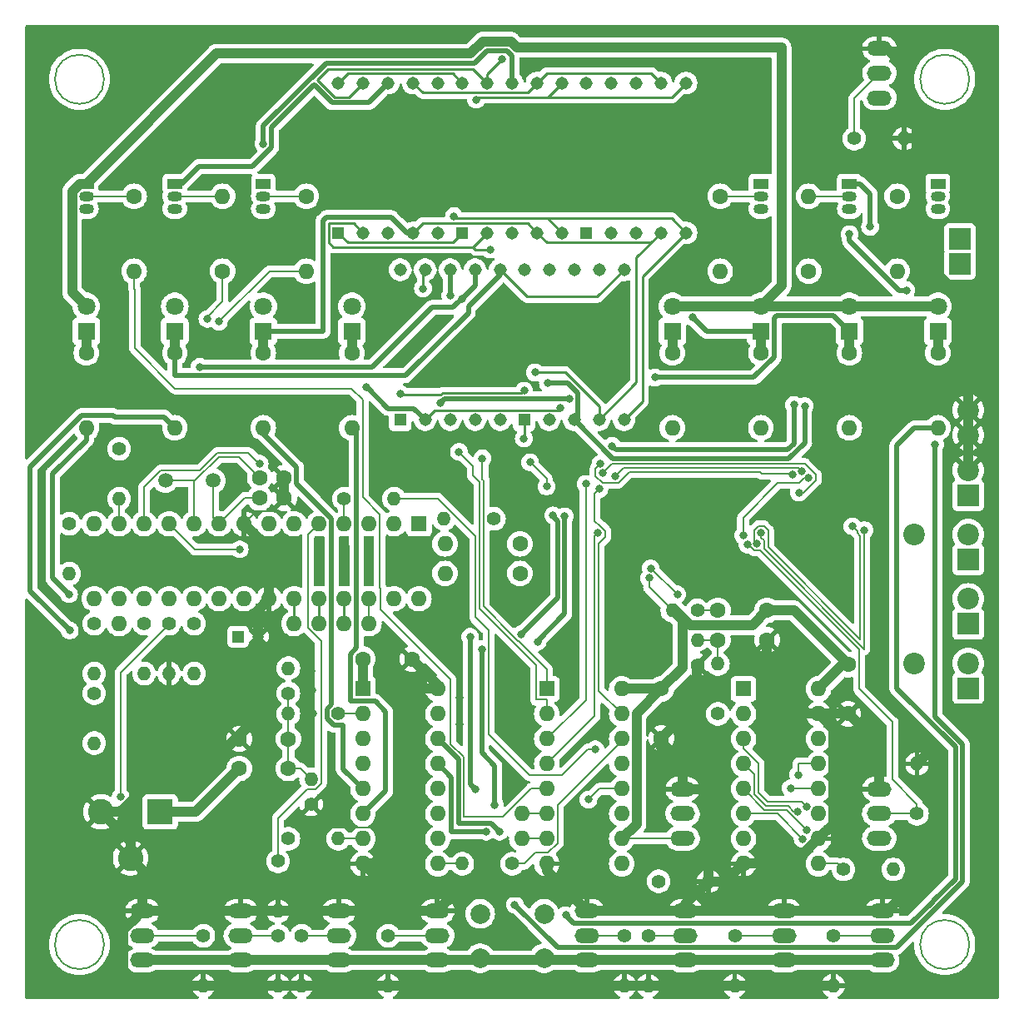
<source format=gtl>
%TF.GenerationSoftware,KiCad,Pcbnew,7.0.10*%
%TF.CreationDate,2024-04-03T15:14:16+02:00*%
%TF.ProjectId,8_switch_rgb_pcb_revision_1,385f7377-6974-4636-985f-7267625f7063,rev?*%
%TF.SameCoordinates,Original*%
%TF.FileFunction,Copper,L1,Top*%
%TF.FilePolarity,Positive*%
%FSLAX46Y46*%
G04 Gerber Fmt 4.6, Leading zero omitted, Abs format (unit mm)*
G04 Created by KiCad (PCBNEW 7.0.10) date 2024-04-03 15:14:16*
%MOMM*%
%LPD*%
G01*
G04 APERTURE LIST*
%TA.AperFunction,NonConductor*%
%ADD10C,0.200000*%
%TD*%
%TA.AperFunction,ComponentPad*%
%ADD11C,1.600000*%
%TD*%
%TA.AperFunction,ComponentPad*%
%ADD12O,2.500000X1.500000*%
%TD*%
%TA.AperFunction,ComponentPad*%
%ADD13R,2.200000X2.200000*%
%TD*%
%TA.AperFunction,ComponentPad*%
%ADD14C,2.200000*%
%TD*%
%TA.AperFunction,ComponentPad*%
%ADD15C,1.400000*%
%TD*%
%TA.AperFunction,ComponentPad*%
%ADD16O,1.400000X1.400000*%
%TD*%
%TA.AperFunction,ComponentPad*%
%ADD17R,1.800000X1.800000*%
%TD*%
%TA.AperFunction,ComponentPad*%
%ADD18C,1.800000*%
%TD*%
%TA.AperFunction,ComponentPad*%
%ADD19O,1.600000X1.600000*%
%TD*%
%TA.AperFunction,ComponentPad*%
%ADD20R,1.500000X1.050000*%
%TD*%
%TA.AperFunction,ComponentPad*%
%ADD21O,1.500000X1.050000*%
%TD*%
%TA.AperFunction,ComponentPad*%
%ADD22R,2.600000X2.600000*%
%TD*%
%TA.AperFunction,ComponentPad*%
%ADD23C,2.600000*%
%TD*%
%TA.AperFunction,ComponentPad*%
%ADD24R,1.308000X1.308000*%
%TD*%
%TA.AperFunction,ComponentPad*%
%ADD25C,1.308000*%
%TD*%
%TA.AperFunction,ComponentPad*%
%ADD26R,1.200000X1.200000*%
%TD*%
%TA.AperFunction,ComponentPad*%
%ADD27C,1.200000*%
%TD*%
%TA.AperFunction,ComponentPad*%
%ADD28R,1.600000X1.600000*%
%TD*%
%TA.AperFunction,ComponentPad*%
%ADD29C,2.000000*%
%TD*%
%TA.AperFunction,ComponentPad*%
%ADD30C,1.500000*%
%TD*%
%TA.AperFunction,ViaPad*%
%ADD31C,0.800000*%
%TD*%
%TA.AperFunction,Conductor*%
%ADD32C,1.000000*%
%TD*%
%TA.AperFunction,Conductor*%
%ADD33C,0.200000*%
%TD*%
%TA.AperFunction,Conductor*%
%ADD34C,0.250000*%
%TD*%
%TA.AperFunction,Conductor*%
%ADD35C,0.500000*%
%TD*%
%ADD36C,0.350000*%
%ADD37O,1.800000X0.800000*%
%ADD38O,1.900000X0.800000*%
G04 APERTURE END LIST*
D10*
X63937412Y-181480000D02*
G75*
G03*
X58937412Y-181480000I-2500000J0D01*
G01*
X58937412Y-181480000D02*
G75*
G03*
X63937412Y-181480000I2500000J0D01*
G01*
X63937412Y-93480000D02*
G75*
G03*
X58937412Y-93480000I-2500000J0D01*
G01*
X58937412Y-93480000D02*
G75*
G03*
X63937412Y-93480000I2500000J0D01*
G01*
X151937412Y-181480000D02*
G75*
G03*
X146937412Y-181480000I-2500000J0D01*
G01*
X146937412Y-181480000D02*
G75*
G03*
X151937412Y-181480000I2500000J0D01*
G01*
X151937412Y-93480000D02*
G75*
G03*
X146937412Y-93480000I-2500000J0D01*
G01*
X146937412Y-93480000D02*
G75*
G03*
X151937412Y-93480000I2500000J0D01*
G01*
D11*
%TO.P,CU_BUTTONS1,1*%
%TO.N,GND*%
X139617412Y-158020000D03*
%TO.P,CU_BUTTONS1,2*%
%TO.N,+5V*%
X139617412Y-153020000D03*
%TD*%
D12*
%TO.P,SW__WR1,1,A*%
%TO.N,GND*%
X142777412Y-165680000D03*
%TO.P,SW__WR1,2,B*%
%TO.N,Net-(MCU_1-PC4)*%
X142777412Y-168180000D03*
%TO.P,SW__WR1,3,C*%
%TO.N,+5V*%
X142777412Y-170680000D03*
%TD*%
D11*
%TO.P,C1,1*%
%TO.N,GND*%
X82267412Y-136080000D03*
%TO.P,C1,2*%
%TO.N,Net-(MCU_1-XTAL1{slash}PB6)*%
X79767412Y-136080000D03*
%TD*%
D13*
%TO.P,PWR_Screw1,1,Pin_1*%
%TO.N,+5V*%
X151837412Y-135780000D03*
D14*
%TO.P,PWR_Screw1,2,Pin_2*%
%TO.N,GND*%
X151837412Y-133240000D03*
%TD*%
D12*
%TO.P,SW0,1,A*%
%TO.N,GND*%
X67837412Y-178080000D03*
%TO.P,SW0,2,B*%
%TO.N,Net-(SW0-B)*%
X67837412Y-180580000D03*
%TO.P,SW0,3,C*%
%TO.N,+5V*%
X67837412Y-183080000D03*
%TD*%
D15*
%TO.P,R23,1*%
%TO.N,GND*%
X124267412Y-153030000D03*
D16*
%TO.P,R23,2*%
%TO.N,Net-(C_TERM_GND0-Pad2)*%
X124267412Y-150490000D03*
%TD*%
D13*
%TO.P,RGB1,1,Pin_1*%
%TO.N,Net-(RGB1-Pin_1)*%
X151837412Y-142320000D03*
D14*
%TO.P,RGB1,2,Pin_2*%
%TO.N,unconnected-(RGB1-Pin_2-Pad2)*%
X151837412Y-139780000D03*
%TD*%
D15*
%TO.P,R38,1*%
%TO.N,Net-(C_TERM_GND1-Pad2)*%
X82687412Y-155920000D03*
D16*
%TO.P,R38,2*%
%TO.N,+5V*%
X82687412Y-153380000D03*
%TD*%
D17*
%TO.P,D5,1,K*%
%TO.N,Net-(D5-K)*%
X130737412Y-119110000D03*
D18*
%TO.P,D5,2,A*%
%TO.N,Net-(D0-A)*%
X130737412Y-116570000D03*
%TD*%
D19*
%TO.P,,16,PB2*%
%TO.N,unconnected-(MCU_1-PB2-Pad16)*%
X65482412Y-148840000D03*
%TD*%
D20*
%TO.P,T_DEC_0,1,E*%
%TO.N,Net-(T_DEC_0-E)*%
X71137412Y-104110000D03*
D21*
%TO.P,T_DEC_0,2,B*%
%TO.N,Net-(T_DEC_0-B)*%
X71137412Y-105380000D03*
%TO.P,T_DEC_0,3,C*%
%TO.N,+5V*%
X71137412Y-106650000D03*
%TD*%
D11*
%TO.P,R2,1*%
%TO.N,Net-(T_DEC_1-B)*%
X84497412Y-105380000D03*
D19*
%TO.P,R2,2*%
%TO.N,Net-(U_Trans1-QB)*%
X84497412Y-113000000D03*
%TD*%
D15*
%TO.P,R44,1*%
%TO.N,Net-(U2-Q7)*%
X139127412Y-173830000D03*
D16*
%TO.P,R44,2*%
%TO.N,Net-(MCU_1-PB4)*%
X144207412Y-173830000D03*
%TD*%
D22*
%TO.P,DC-In1,1*%
%TO.N,+5V*%
X69637412Y-167980000D03*
D23*
%TO.P,DC-In1,2*%
%TO.N,GND*%
X63637412Y-167980000D03*
%TO.P,DC-In1,3*%
X66637412Y-172680000D03*
%TD*%
D11*
%TO.P,C_DRAIN0,1*%
%TO.N,+5V*%
X120617412Y-155480000D03*
%TO.P,C_DRAIN0,2*%
%TO.N,GND*%
X120617412Y-160480000D03*
%TD*%
D15*
%TO.P,R29,1*%
%TO.N,Net-(SW6-B)*%
X128077412Y-180580000D03*
D16*
%TO.P,R29,2*%
%TO.N,GND*%
X128077412Y-185660000D03*
%TD*%
D15*
%TO.P,R32,1*%
%TO.N,Net-(SW1-B)*%
X81637412Y-180580000D03*
D16*
%TO.P,R32,2*%
%TO.N,GND*%
X81637412Y-185660000D03*
%TD*%
D11*
%TO.P,C_TERM_VCC0,1*%
%TO.N,Net-(C_TERM_GND0-Pad2)*%
X126367412Y-147490000D03*
%TO.P,C_TERM_VCC0,2*%
%TO.N,+5V*%
X131367412Y-147490000D03*
%TD*%
D24*
%TO.P,hex_1,1*%
%TO.N,Net-(D4-K)*%
X106657412Y-128100000D03*
D25*
%TO.P,hex_1,2*%
%TO.N,Net-(D3-K)*%
X109197412Y-128100000D03*
%TO.P,hex_1,3,CA*%
%TO.N,Net-(T_HEX_1-E)*%
X111737412Y-128100000D03*
%TO.P,hex_1,4*%
%TO.N,Net-(D2-K)*%
X114277412Y-128100000D03*
%TO.P,hex_1,5*%
%TO.N,Net-(D7-K)*%
X116817412Y-128100000D03*
%TO.P,hex_1,6*%
%TO.N,Net-(D1-K)*%
X116817412Y-112860000D03*
%TO.P,hex_1,7*%
%TO.N,Net-(D0-K)*%
X114277412Y-112860000D03*
%TO.P,hex_1,8,CA*%
%TO.N,Net-(T_HEX_1-E)*%
X111737412Y-112860000D03*
%TO.P,hex_1,9*%
%TO.N,Net-(D5-K)*%
X109197412Y-112860000D03*
%TO.P,hex_1,10*%
%TO.N,Net-(D6-K)*%
X106657412Y-112860000D03*
%TD*%
D13*
%TO.P,,1,Pin_1*%
%TO.N,+5V*%
X150997412Y-112260000D03*
%TD*%
D11*
%TO.P,R19,1*%
%TO.N,Net-(T_HEX_1-B)*%
X144597412Y-105380000D03*
D19*
%TO.P,R19,2*%
%TO.N,Net-(U_Trans1-QE)*%
X144597412Y-113000000D03*
%TD*%
D15*
%TO.P,R35,1*%
%TO.N,Net-(C_TERM_GND0-Pad2)*%
X124267412Y-147490000D03*
D16*
%TO.P,R35,2*%
%TO.N,+5V*%
X121727412Y-147490000D03*
%TD*%
D17*
%TO.P,D7,1,K*%
%TO.N,Net-(D7-K)*%
X148737412Y-119110000D03*
D18*
%TO.P,D7,2,A*%
%TO.N,Net-(D0-A)*%
X148737412Y-116570000D03*
%TD*%
D17*
%TO.P,D4,1,K*%
%TO.N,Net-(D4-K)*%
X121737412Y-119110000D03*
D18*
%TO.P,D4,2,A*%
%TO.N,Net-(D0-A)*%
X121737412Y-116570000D03*
%TD*%
D11*
%TO.P,R20,1*%
%TO.N,Net-(RGB1-Pin_1)*%
X106232412Y-140730000D03*
D19*
%TO.P,R20,2*%
%TO.N,Net-(MCU_1-PD4)*%
X98612412Y-140730000D03*
%TD*%
D20*
%TO.P,T_HEX_0,1,E*%
%TO.N,Net-(T_HEX_0-E)*%
X139737412Y-104110000D03*
D21*
%TO.P,T_HEX_0,2,B*%
%TO.N,Net-(T_HEX_0-B)*%
X139737412Y-105380000D03*
%TO.P,T_HEX_0,3,C*%
%TO.N,+5V*%
X139737412Y-106650000D03*
%TD*%
D20*
%TO.P,T_LED1,1,E*%
%TO.N,Net-(D0-A)*%
X62137412Y-104110000D03*
D21*
%TO.P,T_LED1,2,B*%
%TO.N,Net-(T_LED1-B)*%
X62137412Y-105380000D03*
%TO.P,T_LED1,3,C*%
%TO.N,+5V*%
X62137412Y-106650000D03*
%TD*%
D12*
%TO.P,SW6,1,A*%
%TO.N,GND*%
X133077412Y-178080000D03*
%TO.P,SW6,2,B*%
%TO.N,Net-(SW6-B)*%
X133077412Y-180580000D03*
%TO.P,SW6,3,C*%
%TO.N,+5V*%
X133077412Y-183080000D03*
%TD*%
D11*
%TO.P,R6,1*%
%TO.N,Net-(D6-K)*%
X139737412Y-121310000D03*
D19*
%TO.P,R6,2*%
%TO.N,Net-(U_Drain1-DRAIN6)*%
X139737412Y-128930000D03*
%TD*%
D11*
%TO.P,R7,1*%
%TO.N,Net-(D1-K)*%
X71137412Y-121310000D03*
D19*
%TO.P,R7,2*%
%TO.N,Net-(U_Drain1-DRAIN1)*%
X71137412Y-128930000D03*
%TD*%
D11*
%TO.P,R4,1*%
%TO.N,Net-(T_LED1-B)*%
X66997412Y-105380000D03*
D19*
%TO.P,R4,2*%
%TO.N,Net-(U_Trans1-QF)*%
X66997412Y-113000000D03*
%TD*%
D12*
%TO.P,SW_Serr1,1,A*%
%TO.N,GND*%
X142797412Y-90370000D03*
%TO.P,SW_Serr1,2,B*%
%TO.N,Net-(MCU_1-PC5)*%
X142797412Y-92870000D03*
%TO.P,SW_Serr1,3,C*%
%TO.N,+5V*%
X142797412Y-95370000D03*
%TD*%
D16*
%TO.P,R45,2*%
%TO.N,Net-(U_Drain1-SER_OUT)*%
X100367412Y-173260000D03*
D15*
%TO.P,R45,1*%
%TO.N,Net-(U_Trans1-SER)*%
X105447412Y-173260000D03*
%TD*%
%TO.P,R31,1*%
%TO.N,Net-(SW2-B)*%
X84037412Y-180580000D03*
D16*
%TO.P,R31,2*%
%TO.N,GND*%
X84037412Y-185660000D03*
%TD*%
D15*
%TO.P,R36,1*%
%TO.N,Net-(U_Drain1-SER_IN)*%
X87767412Y-158020000D03*
D16*
%TO.P,R36,2*%
%TO.N,Net-(C_TERM_GND1-Pad2)*%
X82687412Y-158020000D03*
%TD*%
D26*
%TO.P,C_MCU1,1*%
%TO.N,+5V*%
X77577412Y-150170000D03*
D27*
%TO.P,C_MCU1,2*%
%TO.N,GND*%
X79577412Y-150170000D03*
%TD*%
D28*
%TO.P,U2,1,~{PL}*%
%TO.N,Net-(U2-~{PL})*%
X128967412Y-155480000D03*
D19*
%TO.P,U2,2,CP*%
%TO.N,Net-(U2-CP)*%
X128967412Y-158020000D03*
%TO.P,U2,3,D4*%
%TO.N,Net-(SW4-B)*%
X128967412Y-160560000D03*
%TO.P,U2,4,D5*%
%TO.N,Net-(SW5-B)*%
X128967412Y-163100000D03*
%TO.P,U2,5,D6*%
%TO.N,Net-(SW6-B)*%
X128967412Y-165640000D03*
%TO.P,U2,6,D7*%
%TO.N,Net-(SW7-B)*%
X128967412Y-168180000D03*
%TO.P,U2,7,~{Q7}*%
%TO.N,unconnected-(U2-~{Q7}-Pad7)*%
X128967412Y-170720000D03*
%TO.P,U2,8,GND*%
%TO.N,GND*%
X128967412Y-173260000D03*
%TO.P,U2,9,Q7*%
%TO.N,Net-(U2-Q7)*%
X136587412Y-173260000D03*
%TO.P,U2,10,DS*%
%TO.N,GND*%
X136587412Y-170720000D03*
%TO.P,U2,11,D0*%
%TO.N,Net-(SW0-B)*%
X136587412Y-168180000D03*
%TO.P,U2,12,D1*%
%TO.N,Net-(SW1-B)*%
X136587412Y-165640000D03*
%TO.P,U2,13,D2*%
%TO.N,Net-(SW2-B)*%
X136587412Y-163100000D03*
%TO.P,U2,14,D3*%
%TO.N,Net-(SW3-B)*%
X136587412Y-160560000D03*
%TO.P,U2,15,~{CE}*%
%TO.N,GND*%
X136587412Y-158020000D03*
%TO.P,U2,16,VCC*%
%TO.N,+5V*%
X136587412Y-155480000D03*
%TD*%
D15*
%TO.P,R25,1*%
%TO.N,Net-(MCU_1-PC4)*%
X146617412Y-168180000D03*
D16*
%TO.P,R25,2*%
%TO.N,GND*%
X146617412Y-163100000D03*
%TD*%
D15*
%TO.P,R39,1*%
%TO.N,Net-(U_Trans1-RCLK)*%
X62942412Y-155920000D03*
D16*
%TO.P,R39,2*%
%TO.N,Net-(U_Drain1-RCLK)*%
X62942412Y-161000000D03*
%TD*%
D24*
%TO.P,decimal_0,1*%
%TO.N,Net-(D4-K)*%
X87757412Y-109100000D03*
D25*
%TO.P,decimal_0,2*%
%TO.N,Net-(D3-K)*%
X90297412Y-109100000D03*
%TO.P,decimal_0,3,CA*%
%TO.N,Net-(T_DEC_0-E)*%
X92837412Y-109100000D03*
%TO.P,decimal_0,4*%
%TO.N,Net-(D2-K)*%
X95377412Y-109100000D03*
%TO.P,decimal_0,5*%
%TO.N,Net-(D7-K)*%
X97917412Y-109100000D03*
%TO.P,decimal_0,6*%
%TO.N,Net-(D1-K)*%
X97917412Y-93860000D03*
%TO.P,decimal_0,7*%
%TO.N,Net-(D0-K)*%
X95377412Y-93860000D03*
%TO.P,decimal_0,8,CA*%
%TO.N,Net-(T_DEC_0-E)*%
X92837412Y-93860000D03*
%TO.P,decimal_0,9*%
%TO.N,Net-(D5-K)*%
X90297412Y-93860000D03*
%TO.P,decimal_0,10*%
%TO.N,Net-(D6-K)*%
X87757412Y-93860000D03*
%TD*%
D29*
%TO.P,SW_N1,1,1*%
%TO.N,Net-(MCU_1-PD3)*%
X102187412Y-178355000D03*
X108687412Y-178355000D03*
%TO.P,SW_N1,2,2*%
%TO.N,+5V*%
X102187412Y-182855000D03*
X108687412Y-182855000D03*
%TD*%
D15*
%TO.P,R26,1*%
%TO.N,Net-(MCU_1-PC5)*%
X140227412Y-99510000D03*
D16*
%TO.P,R26,2*%
%TO.N,GND*%
X145307412Y-99510000D03*
%TD*%
D15*
%TO.P,R24,1*%
%TO.N,Net-(MCU_1-PD6)*%
X120337412Y-175050000D03*
D16*
%TO.P,R24,2*%
%TO.N,GND*%
X125417412Y-175050000D03*
%TD*%
D14*
%TO.P,,2,Pin_2*%
%TO.N,GND*%
X151837412Y-127120000D03*
%TD*%
D15*
%TO.P,R17,1*%
%TO.N,+5V*%
X103592412Y-138180000D03*
D16*
%TO.P,R17,2*%
%TO.N,Net-(MCU_1-~{RESET}{slash}PC6)*%
X98512412Y-138180000D03*
%TD*%
D15*
%TO.P,R33,1*%
%TO.N,Net-(SW7-B)*%
X138077412Y-180580000D03*
D16*
%TO.P,R33,2*%
%TO.N,GND*%
X138077412Y-185660000D03*
%TD*%
D12*
%TO.P,SW1,1,A*%
%TO.N,GND*%
X77837412Y-178080000D03*
%TO.P,SW1,2,B*%
%TO.N,Net-(SW1-B)*%
X77837412Y-180580000D03*
%TO.P,SW1,3,C*%
%TO.N,+5V*%
X77837412Y-183080000D03*
%TD*%
%TO.P,SW_Mem1,1,A*%
%TO.N,GND*%
X122777412Y-165680000D03*
%TO.P,SW_Mem1,2,B*%
%TO.N,Net-(MCU_1-PD6)*%
X122777412Y-168180000D03*
%TO.P,SW_Mem1,3,C*%
%TO.N,+5V*%
X122777412Y-170680000D03*
%TD*%
D17*
%TO.P,D3,1,K*%
%TO.N,Net-(D3-K)*%
X89137412Y-119110000D03*
D18*
%TO.P,D3,2,A*%
%TO.N,Net-(D0-A)*%
X89137412Y-116570000D03*
%TD*%
D15*
%TO.P,R18,1*%
%TO.N,Net-(MCU_1-PD2)*%
X88342412Y-136140000D03*
D16*
%TO.P,R18,2*%
%TO.N,Net-(U_Trans1-~{OE})*%
X93422412Y-136140000D03*
%TD*%
D15*
%TO.P,R43,1*%
%TO.N,Net-(MCU_1-PB0)*%
X60402412Y-138680000D03*
D16*
%TO.P,R43,2*%
%TO.N,Net-(U_Drain1-RCLK)*%
X60402412Y-143760000D03*
%TD*%
D17*
%TO.P,D1,1,K*%
%TO.N,Net-(D1-K)*%
X71137412Y-119110000D03*
D18*
%TO.P,D1,2,A*%
%TO.N,Net-(D0-A)*%
X71137412Y-116570000D03*
%TD*%
D11*
%TO.P,C2,1*%
%TO.N,Net-(MCU_1-XTAL2{slash}PB7)*%
X79767412Y-133980000D03*
%TO.P,C2,2*%
%TO.N,GND*%
X82267412Y-133980000D03*
%TD*%
D28*
%TO.P,U_Trans1,1,QB*%
%TO.N,Net-(U_Trans1-QB)*%
X108967412Y-155480000D03*
D19*
%TO.P,U_Trans1,2,QC*%
%TO.N,Net-(U_Trans1-QC)*%
X108967412Y-158020000D03*
%TO.P,U_Trans1,3,QD*%
%TO.N,Net-(U_Trans1-QD)*%
X108967412Y-160560000D03*
%TO.P,U_Trans1,4,QE*%
%TO.N,Net-(U_Trans1-QE)*%
X108967412Y-163100000D03*
%TO.P,U_Trans1,5,QF*%
%TO.N,Net-(U_Trans1-QF)*%
X108967412Y-165640000D03*
%TO.P,U_Trans1,6,QG*%
%TO.N,unconnected-(U_Trans1-QG-Pad6)*%
X108967412Y-168180000D03*
%TO.P,U_Trans1,7,QH*%
%TO.N,unconnected-(U_Trans1-QH-Pad7)*%
X108967412Y-170720000D03*
%TO.P,U_Trans1,8,GND*%
%TO.N,GND*%
X108967412Y-173260000D03*
%TO.P,U_Trans1,9,QH'*%
%TO.N,unconnected-(U_Trans1-QH'-Pad9)*%
X116587412Y-173260000D03*
%TO.P,U_Trans1,10,~{SRCLR}*%
%TO.N,+5V*%
X116587412Y-170720000D03*
%TO.P,U_Trans1,11,SRCLK*%
%TO.N,Net-(U2-CP)*%
X116587412Y-168180000D03*
%TO.P,U_Trans1,12,RCLK*%
%TO.N,Net-(U_Trans1-RCLK)*%
X116587412Y-165640000D03*
%TO.P,U_Trans1,13,~{OE}*%
%TO.N,Net-(U_Trans1-~{OE})*%
X116587412Y-163100000D03*
%TO.P,U_Trans1,14,SER*%
%TO.N,Net-(U_Trans1-SER)*%
X116587412Y-160560000D03*
%TO.P,U_Trans1,15,QA*%
%TO.N,Net-(U_Trans1-QA)*%
X116587412Y-158020000D03*
%TO.P,U_Trans1,16,VCC*%
%TO.N,+5V*%
X116587412Y-155480000D03*
%TD*%
D14*
%TO.P,,2,Pin_2*%
%TO.N,unconnected-(RGB1-Pin_2-Pad2)*%
X146297412Y-139780000D03*
%TD*%
D19*
%TO.P,,6,QG*%
%TO.N,unconnected-(U_Trans1-QG-Pad6)*%
X106427412Y-168180000D03*
%TD*%
D17*
%TO.P,D0,1,K*%
%TO.N,Net-(D0-K)*%
X62137412Y-119110000D03*
D18*
%TO.P,D0,2,A*%
%TO.N,Net-(D0-A)*%
X62137412Y-116570000D03*
%TD*%
D15*
%TO.P,R40,1*%
%TO.N,Net-(MCU_1-PB5)*%
X73102412Y-148840000D03*
D16*
%TO.P,R40,2*%
%TO.N,Net-(U2-CP)*%
X73102412Y-153920000D03*
%TD*%
D17*
%TO.P,D6,1,K*%
%TO.N,Net-(D6-K)*%
X139737412Y-119110000D03*
D18*
%TO.P,D6,2,A*%
%TO.N,Net-(D0-A)*%
X139737412Y-116570000D03*
%TD*%
D15*
%TO.P,R37,1*%
%TO.N,GND*%
X84997412Y-167200000D03*
D16*
%TO.P,R37,2*%
%TO.N,Net-(C_TERM_GND1-Pad2)*%
X84997412Y-164660000D03*
%TD*%
D15*
%TO.P,R41,1*%
%TO.N,Net-(MCU_1-PB3)*%
X68022412Y-148840000D03*
D16*
%TO.P,R41,2*%
%TO.N,Net-(U_Drain1-SER_IN)*%
X68022412Y-153920000D03*
%TD*%
D11*
%TO.P,R21,1*%
%TO.N,Net-(RGB2-Pin_1)*%
X106232412Y-143730000D03*
D19*
%TO.P,R21,2*%
%TO.N,Net-(MCU_1-PD5)*%
X98612412Y-143730000D03*
%TD*%
D15*
%TO.P,R46,1*%
%TO.N,Net-(U2-~{PL})*%
X65482412Y-131060000D03*
D16*
%TO.P,R46,2*%
%TO.N,Net-(MCU_1-PD7)*%
X65482412Y-136140000D03*
%TD*%
D28*
%TO.P,MCU_1,1,~{RESET}/PC6*%
%TO.N,Net-(MCU_1-~{RESET}{slash}PC6)*%
X95962412Y-138680000D03*
D19*
%TO.P,MCU_1,2,PD0*%
%TO.N,Net-(MCU_1-PD0)*%
X93422412Y-138680000D03*
%TO.P,MCU_1,3,PD1*%
%TO.N,Net-(MCU_1-PD1)*%
X90882412Y-138680000D03*
%TO.P,MCU_1,4,PD2*%
%TO.N,Net-(MCU_1-PD2)*%
X88342412Y-138680000D03*
%TO.P,MCU_1,5,PD3*%
%TO.N,Net-(MCU_1-PD3)*%
X85802412Y-138680000D03*
%TO.P,MCU_1,6,PD4*%
%TO.N,Net-(MCU_1-PD4)*%
X83262412Y-138680000D03*
%TO.P,MCU_1,7,VCC*%
%TO.N,+5V*%
X80722412Y-138680000D03*
%TO.P,MCU_1,8,GND*%
%TO.N,GND*%
X78182412Y-138680000D03*
%TO.P,MCU_1,9,XTAL1/PB6*%
%TO.N,Net-(MCU_1-XTAL1{slash}PB6)*%
X75642412Y-138680000D03*
%TO.P,MCU_1,10,XTAL2/PB7*%
%TO.N,Net-(MCU_1-XTAL2{slash}PB7)*%
X73102412Y-138680000D03*
%TO.P,MCU_1,11,PD5*%
%TO.N,Net-(MCU_1-PD5)*%
X70562412Y-138680000D03*
%TO.P,MCU_1,12,PD6*%
%TO.N,Net-(MCU_1-PD6)*%
X68022412Y-138680000D03*
%TO.P,MCU_1,13,PD7*%
%TO.N,Net-(MCU_1-PD7)*%
X65482412Y-138680000D03*
%TO.P,MCU_1,14,PB0*%
%TO.N,Net-(MCU_1-PB0)*%
X62942412Y-138680000D03*
%TO.P,MCU_1,15,PB1*%
%TO.N,Net-(MCU_1-PB1)*%
X62942412Y-146300000D03*
%TO.P,MCU_1,16,PB2*%
%TO.N,unconnected-(MCU_1-PB2-Pad16)*%
X65482412Y-146300000D03*
%TO.P,MCU_1,17,PB3*%
%TO.N,Net-(MCU_1-PB3)*%
X68022412Y-146300000D03*
%TO.P,MCU_1,18,PB4*%
%TO.N,Net-(MCU_1-PB4)*%
X70562412Y-146300000D03*
%TO.P,MCU_1,19,PB5*%
%TO.N,Net-(MCU_1-PB5)*%
X73102412Y-146300000D03*
%TO.P,MCU_1,20,AVCC*%
%TO.N,+5V*%
X75642412Y-146300000D03*
%TO.P,MCU_1,21,AREF*%
%TO.N,unconnected-(MCU_1-AREF-Pad21)*%
X78182412Y-146300000D03*
%TO.P,MCU_1,22,GND*%
%TO.N,GND*%
X80722412Y-146300000D03*
%TO.P,MCU_1,23,PC0*%
%TO.N,unconnected-(MCU_1-PC0-Pad23)*%
X83262412Y-146300000D03*
%TO.P,MCU_1,24,PC1*%
%TO.N,unconnected-(MCU_1-PC1-Pad24)*%
X85802412Y-146300000D03*
%TO.P,MCU_1,25,PC2*%
%TO.N,unconnected-(MCU_1-PC2-Pad25)*%
X88342412Y-146300000D03*
%TO.P,MCU_1,26,PC3*%
%TO.N,unconnected-(MCU_1-PC3-Pad26)*%
X90882412Y-146300000D03*
%TO.P,MCU_1,27,PC4*%
%TO.N,Net-(MCU_1-PC4)*%
X93422412Y-146300000D03*
%TO.P,MCU_1,28,PC5*%
%TO.N,Net-(MCU_1-PC5)*%
X95962412Y-146300000D03*
%TD*%
D15*
%TO.P,R27,1*%
%TO.N,Net-(SW4-B)*%
X116877412Y-180580000D03*
D16*
%TO.P,R27,2*%
%TO.N,GND*%
X116877412Y-185660000D03*
%TD*%
D17*
%TO.P,D2,1,K*%
%TO.N,Net-(D2-K)*%
X80137412Y-119110000D03*
D18*
%TO.P,D2,2,A*%
%TO.N,Net-(D0-A)*%
X80137412Y-116570000D03*
%TD*%
D24*
%TO.P,decimal_2,1*%
%TO.N,Net-(D4-K)*%
X112957412Y-109100000D03*
D25*
%TO.P,decimal_2,2*%
%TO.N,Net-(D3-K)*%
X115497412Y-109100000D03*
%TO.P,decimal_2,3,CA*%
%TO.N,Net-(T_DEC_2-E)*%
X118037412Y-109100000D03*
%TO.P,decimal_2,4*%
%TO.N,Net-(D2-K)*%
X120577412Y-109100000D03*
%TO.P,decimal_2,5*%
%TO.N,Net-(D7-K)*%
X123117412Y-109100000D03*
%TO.P,decimal_2,6*%
%TO.N,Net-(D1-K)*%
X123117412Y-93860000D03*
%TO.P,decimal_2,7*%
%TO.N,Net-(D0-K)*%
X120577412Y-93860000D03*
%TO.P,decimal_2,8,CA*%
%TO.N,Net-(T_DEC_2-E)*%
X118037412Y-93860000D03*
%TO.P,decimal_2,9*%
%TO.N,Net-(D5-K)*%
X115497412Y-93860000D03*
%TO.P,decimal_2,10*%
%TO.N,Net-(D6-K)*%
X112957412Y-93860000D03*
%TD*%
D15*
%TO.P,R14,1*%
%TO.N,+5V*%
X82687412Y-170720000D03*
D16*
%TO.P,R14,2*%
%TO.N,Net-(U_Drain1-~{CLR})*%
X87767412Y-170720000D03*
%TD*%
D11*
%TO.P,R12,1*%
%TO.N,Net-(D3-K)*%
X89137412Y-121310000D03*
D19*
%TO.P,R12,2*%
%TO.N,Net-(U_Drain1-DRAIN3)*%
X89137412Y-128930000D03*
%TD*%
D11*
%TO.P,C_TERM_VCC1,1*%
%TO.N,Net-(C_TERM_GND1-Pad2)*%
X82687412Y-163570000D03*
%TO.P,C_TERM_VCC1,2*%
%TO.N,+5V*%
X77687412Y-163570000D03*
%TD*%
D15*
%TO.P,R15,1*%
%TO.N,Net-(MCU_1-PD3)*%
X81637412Y-173000000D03*
D16*
%TO.P,R15,2*%
%TO.N,GND*%
X81637412Y-178080000D03*
%TD*%
D20*
%TO.P,T_DEC_1,1,E*%
%TO.N,Net-(T_DEC_1-E)*%
X80137412Y-104110000D03*
D21*
%TO.P,T_DEC_1,2,B*%
%TO.N,Net-(T_DEC_1-B)*%
X80137412Y-105380000D03*
%TO.P,T_DEC_1,3,C*%
%TO.N,+5V*%
X80137412Y-106650000D03*
%TD*%
D11*
%TO.P,R3,1*%
%TO.N,Net-(T_DEC_2-B)*%
X126597412Y-105380000D03*
D19*
%TO.P,R3,2*%
%TO.N,Net-(U_Trans1-QA)*%
X126597412Y-113000000D03*
%TD*%
D12*
%TO.P,SW4,1,A*%
%TO.N,GND*%
X113077412Y-178080000D03*
%TO.P,SW4,2,B*%
%TO.N,Net-(SW4-B)*%
X113077412Y-180580000D03*
%TO.P,SW4,3,C*%
%TO.N,+5V*%
X113077412Y-183080000D03*
%TD*%
D20*
%TO.P,T_DEC_2,1,E*%
%TO.N,Net-(T_DEC_2-E)*%
X130737412Y-104110000D03*
D21*
%TO.P,T_DEC_2,2,B*%
%TO.N,Net-(T_DEC_2-B)*%
X130737412Y-105380000D03*
%TO.P,T_DEC_2,3,C*%
%TO.N,+5V*%
X130737412Y-106650000D03*
%TD*%
D19*
%TO.P,,25,PC2*%
%TO.N,unconnected-(MCU_1-PC2-Pad25)*%
X88342412Y-148840000D03*
%TD*%
D28*
%TO.P,U_Drain1,1,VCC*%
%TO.N,+5V*%
X90267412Y-155480000D03*
D19*
%TO.P,U_Drain1,2,SER_IN*%
%TO.N,Net-(U_Drain1-SER_IN)*%
X90267412Y-158020000D03*
%TO.P,U_Drain1,3,DRAIN0*%
%TO.N,Net-(U_Drain1-DRAIN0)*%
X90267412Y-160560000D03*
%TO.P,U_Drain1,4,DRAIN1*%
%TO.N,Net-(U_Drain1-DRAIN1)*%
X90267412Y-163100000D03*
%TO.P,U_Drain1,5,DRAIN2*%
%TO.N,Net-(U_Drain1-DRAIN2)*%
X90267412Y-165640000D03*
%TO.P,U_Drain1,6,DRAIN3*%
%TO.N,Net-(U_Drain1-DRAIN3)*%
X90267412Y-168180000D03*
%TO.P,U_Drain1,7,~{CLR}*%
%TO.N,Net-(U_Drain1-~{CLR})*%
X90267412Y-170720000D03*
%TO.P,U_Drain1,8,~{G}*%
%TO.N,GND*%
X90267412Y-173260000D03*
%TO.P,U_Drain1,9,SER_OUT*%
%TO.N,Net-(U_Drain1-SER_OUT)*%
X97887412Y-173260000D03*
%TO.P,U_Drain1,10,RCLK*%
%TO.N,Net-(U_Drain1-RCLK)*%
X97887412Y-170720000D03*
%TO.P,U_Drain1,11,DRAIN4*%
%TO.N,Net-(U_Drain1-DRAIN4)*%
X97887412Y-168180000D03*
%TO.P,U_Drain1,12,DRAIN5*%
%TO.N,Net-(U_Drain1-DRAIN5)*%
X97887412Y-165640000D03*
%TO.P,U_Drain1,13,DRAIN6*%
%TO.N,Net-(U_Drain1-DRAIN6)*%
X97887412Y-163100000D03*
%TO.P,U_Drain1,14,DRAIN7*%
%TO.N,Net-(U_Drain1-DRAIN7)*%
X97887412Y-160560000D03*
%TO.P,U_Drain1,15,SRCK*%
%TO.N,Net-(U2-CP)*%
X97887412Y-158020000D03*
%TO.P,U_Drain1,16,GND*%
%TO.N,GND*%
X97887412Y-155480000D03*
%TD*%
%TO.P,,26,PC3*%
%TO.N,unconnected-(MCU_1-PC3-Pad26)*%
X90882412Y-148840000D03*
%TD*%
D12*
%TO.P,SW2,1,A*%
%TO.N,GND*%
X87837412Y-178080000D03*
%TO.P,SW2,2,B*%
%TO.N,Net-(SW2-B)*%
X87837412Y-180580000D03*
%TO.P,SW2,3,C*%
%TO.N,+5V*%
X87837412Y-183080000D03*
%TD*%
D20*
%TO.P,T_HEX_1,1,E*%
%TO.N,Net-(T_HEX_1-E)*%
X148737412Y-104110000D03*
D21*
%TO.P,T_HEX_1,2,B*%
%TO.N,Net-(T_HEX_1-B)*%
X148737412Y-105380000D03*
%TO.P,T_HEX_1,3,C*%
%TO.N,+5V*%
X148737412Y-106650000D03*
%TD*%
D14*
%TO.P,,2,Pin_2*%
%TO.N,unconnected-(RGB2-Pin_2-Pad2)*%
X146297412Y-152860000D03*
%TD*%
D15*
%TO.P,R22,1*%
%TO.N,Net-(U2-CP)*%
X126367412Y-158020000D03*
D16*
%TO.P,R22,2*%
%TO.N,Net-(C_TERM_GND0-Pad2)*%
X126367412Y-152940000D03*
%TD*%
D11*
%TO.P,R11,1*%
%TO.N,Net-(D7-K)*%
X148737412Y-121310000D03*
D19*
%TO.P,R11,2*%
%TO.N,Net-(U_Drain1-DRAIN7)*%
X148737412Y-128930000D03*
%TD*%
D13*
%TO.P,,1,Pin_1*%
%TO.N,+5V*%
X150997412Y-109720000D03*
%TD*%
D14*
%TO.P,,2,Pin_2*%
%TO.N,GND*%
X151837412Y-129660000D03*
%TD*%
D13*
%TO.P,RGB2,1,Pin_1*%
%TO.N,Net-(RGB2-Pin_1)*%
X151837412Y-155400000D03*
D14*
%TO.P,RGB2,2,Pin_2*%
%TO.N,unconnected-(RGB2-Pin_2-Pad2)*%
X151837412Y-152860000D03*
%TD*%
D13*
%TO.P,Serial_Screw1,1,Pin_1*%
%TO.N,Net-(MCU_1-PD1)*%
X151837412Y-148860000D03*
D14*
%TO.P,Serial_Screw1,2,Pin_2*%
%TO.N,Net-(MCU_1-PD0)*%
X151837412Y-146320000D03*
%TD*%
D12*
%TO.P,SW7,1,A*%
%TO.N,GND*%
X143077412Y-178080000D03*
%TO.P,SW7,2,B*%
%TO.N,Net-(SW7-B)*%
X143077412Y-180580000D03*
%TO.P,SW7,3,C*%
%TO.N,+5V*%
X143077412Y-183080000D03*
%TD*%
D11*
%TO.P,R1,1*%
%TO.N,Net-(U_Trans1-QC)*%
X75997412Y-113000000D03*
D19*
%TO.P,R1,2*%
%TO.N,Net-(T_DEC_0-B)*%
X75997412Y-105380000D03*
%TD*%
D30*
%TO.P,Y1,1,1*%
%TO.N,Net-(MCU_1-XTAL1{slash}PB6)*%
X75047412Y-134310000D03*
%TO.P,Y1,2,2*%
%TO.N,Net-(MCU_1-XTAL2{slash}PB7)*%
X70167412Y-134310000D03*
%TD*%
D11*
%TO.P,C_TERM_GND0,1*%
%TO.N,GND*%
X131367412Y-150490000D03*
%TO.P,C_TERM_GND0,2*%
%TO.N,Net-(C_TERM_GND0-Pad2)*%
X126367412Y-150490000D03*
%TD*%
%TO.P,R8,1*%
%TO.N,Net-(D5-K)*%
X130737412Y-121310000D03*
D19*
%TO.P,R8,2*%
%TO.N,Net-(U_Drain1-DRAIN5)*%
X130737412Y-128930000D03*
%TD*%
D11*
%TO.P,R13,1*%
%TO.N,Net-(U_Trans1-QD)*%
X135597412Y-113000000D03*
D19*
%TO.P,R13,2*%
%TO.N,Net-(T_HEX_0-B)*%
X135597412Y-105380000D03*
%TD*%
%TO.P,,7,QH*%
%TO.N,unconnected-(U_Trans1-QH-Pad7)*%
X106427412Y-170720000D03*
%TD*%
D12*
%TO.P,SW5,1,A*%
%TO.N,GND*%
X123077412Y-178080000D03*
%TO.P,SW5,2,B*%
%TO.N,Net-(SW5-B)*%
X123077412Y-180580000D03*
%TO.P,SW5,3,C*%
%TO.N,+5V*%
X123077412Y-183080000D03*
%TD*%
D11*
%TO.P,R5,1*%
%TO.N,Net-(D2-K)*%
X80137412Y-121310000D03*
D19*
%TO.P,R5,2*%
%TO.N,Net-(U_Drain1-DRAIN2)*%
X80137412Y-128930000D03*
%TD*%
D11*
%TO.P,C_TERM_GND1,1*%
%TO.N,GND*%
X77687412Y-160570000D03*
%TO.P,C_TERM_GND1,2*%
%TO.N,Net-(C_TERM_GND1-Pad2)*%
X82687412Y-160570000D03*
%TD*%
D19*
%TO.P,,23,PC0*%
%TO.N,unconnected-(MCU_1-PC0-Pad23)*%
X83262412Y-148840000D03*
%TD*%
D11*
%TO.P,C_TRANS1,1*%
%TO.N,+5V*%
X90267412Y-152450000D03*
%TO.P,C_TRANS1,2*%
%TO.N,GND*%
X95267412Y-152450000D03*
%TD*%
D19*
%TO.P,,24,PC1*%
%TO.N,unconnected-(MCU_1-PC1-Pad24)*%
X85802412Y-148840000D03*
%TD*%
D11*
%TO.P,R10,1*%
%TO.N,Net-(D4-K)*%
X121737412Y-121310000D03*
D19*
%TO.P,R10,2*%
%TO.N,Net-(U_Drain1-DRAIN4)*%
X121737412Y-128930000D03*
%TD*%
D15*
%TO.P,R34,1*%
%TO.N,Net-(SW0-B)*%
X74037412Y-180580000D03*
D16*
%TO.P,R34,2*%
%TO.N,GND*%
X74037412Y-185660000D03*
%TD*%
D24*
%TO.P,hex_0,1*%
%TO.N,Net-(D4-K)*%
X94057412Y-128100000D03*
D25*
%TO.P,hex_0,2*%
%TO.N,Net-(D3-K)*%
X96597412Y-128100000D03*
%TO.P,hex_0,3,CA*%
%TO.N,Net-(T_HEX_0-E)*%
X99137412Y-128100000D03*
%TO.P,hex_0,4*%
%TO.N,Net-(D2-K)*%
X101677412Y-128100000D03*
%TO.P,hex_0,5*%
%TO.N,Net-(D7-K)*%
X104217412Y-128100000D03*
%TO.P,hex_0,6*%
%TO.N,Net-(D1-K)*%
X104217412Y-112860000D03*
%TO.P,hex_0,7*%
%TO.N,Net-(D0-K)*%
X101677412Y-112860000D03*
%TO.P,hex_0,8,CA*%
%TO.N,Net-(T_HEX_0-E)*%
X99137412Y-112860000D03*
%TO.P,hex_0,9*%
%TO.N,Net-(D5-K)*%
X96597412Y-112860000D03*
%TO.P,hex_0,10*%
%TO.N,Net-(D6-K)*%
X94057412Y-112860000D03*
%TD*%
D11*
%TO.P,R9,1*%
%TO.N,Net-(D0-K)*%
X62137412Y-121310000D03*
D19*
%TO.P,R9,2*%
%TO.N,Net-(U_Drain1-DRAIN0)*%
X62137412Y-128930000D03*
%TD*%
D12*
%TO.P,SW3,1,A*%
%TO.N,GND*%
X97837412Y-178080000D03*
%TO.P,SW3,2,B*%
%TO.N,Net-(SW3-B)*%
X97837412Y-180580000D03*
%TO.P,SW3,3,C*%
%TO.N,+5V*%
X97837412Y-183080000D03*
%TD*%
D15*
%TO.P,R42,1*%
%TO.N,Net-(MCU_1-PB1)*%
X62942412Y-148840000D03*
D16*
%TO.P,R42,2*%
%TO.N,Net-(U_Trans1-RCLK)*%
X62942412Y-153920000D03*
%TD*%
D15*
%TO.P,R16,1*%
%TO.N,Net-(MCU_1-PB4)*%
X70562412Y-148840000D03*
D16*
%TO.P,R16,2*%
%TO.N,GND*%
X70562412Y-153920000D03*
%TD*%
D15*
%TO.P,R28,1*%
%TO.N,Net-(SW3-B)*%
X92837412Y-180580000D03*
D16*
%TO.P,R28,2*%
%TO.N,GND*%
X92837412Y-185660000D03*
%TD*%
D15*
%TO.P,R30,1*%
%TO.N,Net-(SW5-B)*%
X119277412Y-180580000D03*
D16*
%TO.P,R30,2*%
%TO.N,GND*%
X119277412Y-185660000D03*
%TD*%
D24*
%TO.P,decimal_1,1*%
%TO.N,Net-(D4-K)*%
X100357412Y-109100000D03*
D25*
%TO.P,decimal_1,2*%
%TO.N,Net-(D3-K)*%
X102897412Y-109100000D03*
%TO.P,decimal_1,3,CA*%
%TO.N,Net-(T_DEC_1-E)*%
X105437412Y-109100000D03*
%TO.P,decimal_1,4*%
%TO.N,Net-(D2-K)*%
X107977412Y-109100000D03*
%TO.P,decimal_1,5*%
%TO.N,Net-(D7-K)*%
X110517412Y-109100000D03*
%TO.P,decimal_1,6*%
%TO.N,Net-(D1-K)*%
X110517412Y-93860000D03*
%TO.P,decimal_1,7*%
%TO.N,Net-(D0-K)*%
X107977412Y-93860000D03*
%TO.P,decimal_1,8,CA*%
%TO.N,Net-(T_DEC_1-E)*%
X105437412Y-93860000D03*
%TO.P,decimal_1,9*%
%TO.N,Net-(D5-K)*%
X102897412Y-93860000D03*
%TO.P,decimal_1,10*%
%TO.N,Net-(D6-K)*%
X100357412Y-93860000D03*
%TD*%
D31*
%TO.N,GND*%
X84087412Y-117970000D03*
X85227412Y-158020000D03*
X114117412Y-159690000D03*
X86297412Y-134960000D03*
X70317412Y-161830000D03*
X100077412Y-159100000D03*
X95667412Y-120360000D03*
X90867412Y-142810000D03*
X76207412Y-155720000D03*
X83967412Y-114890000D03*
X93767412Y-167690000D03*
X75197412Y-158010000D03*
X105507412Y-156200000D03*
X119707412Y-121080000D03*
X94137412Y-160150000D03*
X67887412Y-143060000D03*
X105857412Y-135920000D03*
X115787412Y-120410000D03*
X107027412Y-119640000D03*
X100087412Y-156390000D03*
X125907412Y-126760000D03*
X77317412Y-135200000D03*
X105267412Y-160750000D03*
X112167412Y-119850000D03*
X61257412Y-156930000D03*
X111147412Y-155990000D03*
X85757412Y-143040000D03*
X116137412Y-142760000D03*
X85407412Y-121030000D03*
X96797412Y-123430000D03*
X67197412Y-161810000D03*
X71357412Y-135890000D03*
X88387412Y-142880000D03*
X84217412Y-110620000D03*
X136536776Y-121721921D03*
X85057412Y-153670000D03*
X119347412Y-140780000D03*
X105287412Y-164840000D03*
X67327412Y-158450000D03*
X85097412Y-155650000D03*
X94757412Y-134530000D03*
%TO.N,+5V*%
X119367412Y-144220000D03*
%TO.N,Net-(D1-K)*%
X101777412Y-95564000D03*
%TO.N,Net-(D2-K)*%
X107757412Y-123300000D03*
%TO.N,Net-(D3-K)*%
X90617412Y-124790000D03*
X103207412Y-110804000D03*
X110372412Y-126925000D03*
%TO.N,Net-(D4-K)*%
X94077412Y-125450000D03*
X106657412Y-125150000D03*
X106627412Y-130020000D03*
%TO.N,Net-(D5-K)*%
X96377412Y-114760000D03*
X123777412Y-117670000D03*
X104427412Y-91460000D03*
%TO.N,Net-(D6-K)*%
X111247412Y-126000000D03*
X119957412Y-123815000D03*
X98157412Y-126396000D03*
%TO.N,Net-(D7-K)*%
X99517412Y-107396000D03*
X145527412Y-114940000D03*
X139747412Y-109240000D03*
%TO.N,Net-(T_DEC_1-E)*%
X80137412Y-100030000D03*
%TO.N,Net-(T_HEX_1-E)*%
X109077412Y-124390000D03*
X135198453Y-126711041D03*
%TO.N,Net-(MCU_1-PD0)*%
X115937412Y-133850000D03*
X134857412Y-133320000D03*
%TO.N,Net-(MCU_1-PD1)*%
X114631820Y-133536746D03*
X134623784Y-135510000D03*
%TO.N,Net-(MCU_1-PB4)*%
X65634594Y-166447182D03*
%TO.N,Net-(U_Trans1-QC)*%
X100027412Y-131372437D03*
X74447412Y-117850000D03*
%TO.N,Net-(U_Trans1-QB)*%
X75617412Y-118140000D03*
X102417412Y-132036746D03*
%TO.N,Net-(U_Trans1-QA)*%
X114297397Y-135151691D03*
%TO.N,Net-(U_Drain1-DRAIN6)*%
X102797412Y-170000000D03*
X105714607Y-177432805D03*
X148447412Y-130600000D03*
%TO.N,Net-(U_Drain1-DRAIN1)*%
X60447412Y-149540000D03*
%TO.N,Net-(U_Drain1-DRAIN5)*%
X109607387Y-137840025D03*
X106337412Y-149920000D03*
X101697412Y-165660000D03*
X101177412Y-150180000D03*
%TO.N,Net-(U_Drain1-DRAIN0)*%
X60374962Y-145860000D03*
%TO.N,Net-(U_Drain1-DRAIN4)*%
X108037412Y-150710000D03*
X102347412Y-151430000D03*
X103687412Y-167270000D03*
X110797412Y-137930000D03*
%TO.N,Net-(U_Drain1-DRAIN7)*%
X104147412Y-170020000D03*
X110897412Y-178500000D03*
%TO.N,Net-(U_Trans1-QD)*%
X112927412Y-134636746D03*
%TO.N,Net-(MCU_1-PC5)*%
X135603332Y-133985920D03*
X128927412Y-139872260D03*
%TO.N,Net-(U_Trans1-QE)*%
X114140485Y-139630000D03*
%TO.N,Net-(RGB2-Pin_1)*%
X130342387Y-140675025D03*
X140047372Y-138950010D03*
%TO.N,Net-(MCU_1-PC4)*%
X129348071Y-140781523D03*
%TO.N,Net-(MCU_1-PD6)*%
X79771972Y-132580005D03*
X133923784Y-133720000D03*
X114417412Y-132560000D03*
%TO.N,Net-(RGB1-Pin_1)*%
X141257412Y-139330000D03*
X130762387Y-139645025D03*
%TO.N,Net-(SW1-B)*%
X133767412Y-165580000D03*
%TO.N,Net-(SW2-B)*%
X134527412Y-164220000D03*
%TO.N,Net-(SW4-B)*%
X135367412Y-167420000D03*
%TO.N,Net-(SW5-B)*%
X134496679Y-167930733D03*
%TO.N,Net-(SW6-B)*%
X135387263Y-169811268D03*
%TO.N,Net-(SW7-B)*%
X134988909Y-170728503D03*
%TO.N,Net-(D0-K)*%
X100317412Y-115810000D03*
X73665065Y-122720000D03*
%TO.N,Net-(T_HEX_0-E)*%
X115603453Y-130763959D03*
X141847412Y-108480000D03*
X99137412Y-115485000D03*
X134097412Y-126610000D03*
%TO.N,Net-(MCU_1-PD5)*%
X77737412Y-141280000D03*
%TO.N,Net-(U_Trans1-RCLK)*%
X113207412Y-166730000D03*
%TO.N,Net-(U2-~{PL})*%
X107267412Y-132436746D03*
X119527412Y-143220000D03*
X108947412Y-134890000D03*
X122237412Y-145860000D03*
%TO.N,Net-(U_Trans1-~{OE})*%
X113897412Y-161610000D03*
%TD*%
D32*
%TO.N,GND*%
X143107412Y-124430000D02*
X144227412Y-123310000D01*
X67837412Y-178080000D02*
X66787412Y-179130000D01*
X67837412Y-173880000D02*
X66637412Y-172680000D01*
X120617412Y-160480000D02*
X120617412Y-161480000D01*
X124257412Y-153040000D02*
X124267412Y-153030000D01*
D33*
X87417412Y-169620000D02*
X92167412Y-169620000D01*
X79462412Y-137400000D02*
X78182412Y-138680000D01*
D32*
X127177412Y-175050000D02*
X128967412Y-173260000D01*
D33*
X84997412Y-167200000D02*
X87417412Y-169620000D01*
D32*
X63637412Y-167980000D02*
X65657412Y-167980000D01*
X96387412Y-155480000D02*
X97887412Y-155480000D01*
X97837412Y-178080000D02*
X99762412Y-176155000D01*
X123077412Y-178080000D02*
X143077412Y-178080000D01*
X124257412Y-156840000D02*
X124257412Y-153040000D01*
X143107412Y-156011522D02*
X143107412Y-124430000D01*
X66787412Y-179130000D02*
X66736802Y-179130000D01*
X67837412Y-178080000D02*
X81467412Y-178080000D01*
X125417412Y-175050000D02*
X127177412Y-175050000D01*
X149565840Y-123310000D02*
X150967412Y-121908428D01*
X143555128Y-90370000D02*
X142797412Y-90370000D01*
X139617412Y-158020000D02*
X136587412Y-158020000D01*
X125417412Y-166070000D02*
X125027412Y-165680000D01*
X144227412Y-123310000D02*
X149565840Y-123310000D01*
X97887412Y-155070000D02*
X95267412Y-152450000D01*
X79577412Y-147445000D02*
X80722412Y-146300000D01*
D33*
X115787412Y-120410000D02*
X112727412Y-120410000D01*
D32*
X81467412Y-178080000D02*
X97837412Y-178080000D01*
X91398782Y-173260000D02*
X93603097Y-171055685D01*
X93603097Y-171055685D02*
X95887412Y-168771370D01*
X113077412Y-178080000D02*
X108967412Y-173970000D01*
D33*
X107237412Y-119850000D02*
X107027412Y-119640000D01*
D32*
X122777412Y-163640000D02*
X122777412Y-165680000D01*
X68357412Y-165280000D02*
X72547412Y-165280000D01*
X79577412Y-150170000D02*
X79577412Y-147445000D01*
X99762412Y-176155000D02*
X111152412Y-176155000D01*
X125027412Y-165680000D02*
X122777412Y-165680000D01*
X66637412Y-170980000D02*
X63637412Y-167980000D01*
X142777412Y-165680000D02*
X142777412Y-161180000D01*
X146597412Y-99450000D02*
X146597412Y-95930000D01*
X123077412Y-177390000D02*
X125417412Y-175050000D01*
X136587412Y-158020000D02*
X138087412Y-159520000D01*
D33*
X82267412Y-136080000D02*
X80947412Y-137400000D01*
D32*
X65657412Y-167980000D02*
X68357412Y-165280000D01*
X136587412Y-170720000D02*
X136536042Y-170720000D01*
X67507412Y-185660000D02*
X138077412Y-185660000D01*
X80722412Y-141220000D02*
X78182412Y-138680000D01*
X135456042Y-158020000D02*
X131367412Y-153931370D01*
X65887412Y-184040000D02*
X67507412Y-185660000D01*
X146597412Y-111220000D02*
X146597412Y-99450000D01*
X108967412Y-173970000D02*
X108967412Y-173435000D01*
X149067412Y-162090000D02*
X145387412Y-158410000D01*
X82267412Y-133980000D02*
X82267412Y-136080000D01*
D33*
X92167412Y-169620000D02*
X93603097Y-171055685D01*
D32*
X80722412Y-146300000D02*
X80722412Y-141220000D01*
X72547412Y-165280000D02*
X79577412Y-158250000D01*
D33*
X100087412Y-159090000D02*
X100077412Y-159100000D01*
D32*
X150967412Y-121908428D02*
X150967412Y-115590000D01*
X142777412Y-161180000D02*
X139617412Y-158020000D01*
X146597412Y-95930000D02*
X145677412Y-95010000D01*
X143597412Y-178080000D02*
X149067412Y-172610000D01*
D33*
X112727412Y-120410000D02*
X112167412Y-119850000D01*
D32*
X143077412Y-178080000D02*
X143597412Y-178080000D01*
D33*
X100087412Y-156390000D02*
X100087412Y-159090000D01*
D32*
X150967412Y-115590000D02*
X146597412Y-111220000D01*
X149067412Y-172610000D02*
X149067412Y-162090000D01*
X151837412Y-125581572D02*
X151837412Y-133240000D01*
X67837412Y-178080000D02*
X67837412Y-173880000D01*
X97837412Y-178080000D02*
X95087412Y-178080000D01*
X95087412Y-178080000D02*
X90267412Y-173260000D01*
X79577412Y-158250000D02*
X79577412Y-150170000D01*
D33*
X112167412Y-119850000D02*
X107237412Y-119850000D01*
D32*
X145387412Y-158291522D02*
X143107412Y-156011522D01*
X120617412Y-161480000D02*
X122777412Y-163640000D01*
X134047412Y-173260000D02*
X136587412Y-170720000D01*
X65887412Y-179979390D02*
X65887412Y-184040000D01*
X138087412Y-159520000D02*
X138087412Y-169220000D01*
X120617412Y-160480000D02*
X124257412Y-156840000D01*
D33*
X80947412Y-137400000D02*
X79462412Y-137400000D01*
D32*
X95887412Y-155980000D02*
X96387412Y-155480000D01*
X138087412Y-169220000D02*
X136587412Y-170720000D01*
X123077412Y-178080000D02*
X123077412Y-177390000D01*
X66736802Y-179130000D02*
X65887412Y-179979390D01*
X128967412Y-173260000D02*
X134047412Y-173260000D01*
X97887412Y-155480000D02*
X97887412Y-155070000D01*
X95887412Y-168771370D02*
X95887412Y-166620000D01*
X113077412Y-178080000D02*
X123077412Y-178080000D01*
X145677412Y-95010000D02*
X145677412Y-92492284D01*
X131367412Y-153931370D02*
X131367412Y-150490000D01*
X111152412Y-176155000D02*
X113077412Y-178080000D01*
X147627412Y-162090000D02*
X146617412Y-163100000D01*
X149067412Y-162090000D02*
X147627412Y-162090000D01*
X136587412Y-158020000D02*
X135456042Y-158020000D01*
X95887412Y-166620000D02*
X95887412Y-155980000D01*
D33*
X84997412Y-167200000D02*
X85237412Y-166960000D01*
D32*
X149565840Y-123310000D02*
X151837412Y-125581572D01*
X145387412Y-158410000D02*
X145387412Y-158291522D01*
X146537412Y-99510000D02*
X145307412Y-99510000D01*
X66637412Y-172680000D02*
X66637412Y-170980000D01*
X90267412Y-173260000D02*
X91398782Y-173260000D01*
X145677412Y-92492284D02*
X143555128Y-90370000D01*
X146597412Y-99450000D02*
X146537412Y-99510000D01*
X125417412Y-175050000D02*
X125417412Y-166070000D01*
D33*
%TO.N,Net-(MCU_1-XTAL1{slash}PB6)*%
X75642412Y-138680000D02*
X78242412Y-136080000D01*
X75047412Y-134310000D02*
X75047412Y-138085000D01*
X78242412Y-136080000D02*
X79767412Y-136080000D01*
X75047412Y-138085000D02*
X75642412Y-138680000D01*
%TO.N,Net-(MCU_1-XTAL2{slash}PB7)*%
X75637412Y-131880000D02*
X77667412Y-131880000D01*
X70167412Y-134310000D02*
X73102412Y-134310000D01*
X77667412Y-131880000D02*
X79767412Y-133980000D01*
X73207412Y-134310000D02*
X75637412Y-131880000D01*
X70167412Y-134310000D02*
X73207412Y-134310000D01*
X73102412Y-134310000D02*
X73102412Y-138680000D01*
%TO.N,+5V*%
X116627412Y-170680000D02*
X116587412Y-170720000D01*
D32*
X90267412Y-152450000D02*
X90267412Y-155480000D01*
X122767412Y-148530000D02*
X121727412Y-147490000D01*
X122057412Y-147490000D02*
X123557412Y-148990000D01*
X134087412Y-147490000D02*
X139617412Y-153020000D01*
X116587412Y-155480000D02*
X120617412Y-155480000D01*
X122767412Y-153330000D02*
X122767412Y-148530000D01*
D33*
X122777412Y-170680000D02*
X116627412Y-170680000D01*
D32*
X139047412Y-153020000D02*
X136587412Y-155480000D01*
X123557412Y-148990000D02*
X129867412Y-148990000D01*
X131367412Y-147490000D02*
X134087412Y-147490000D01*
X129867412Y-148990000D02*
X131367412Y-147490000D01*
X67837412Y-183080000D02*
X143077412Y-183080000D01*
D33*
X119367412Y-144220000D02*
X119367412Y-145130000D01*
D32*
X118087412Y-169220000D02*
X116587412Y-170720000D01*
X120617412Y-155480000D02*
X122767412Y-153330000D01*
X120617412Y-155480000D02*
X118087412Y-158010000D01*
D33*
X119367412Y-145130000D02*
X121727412Y-147490000D01*
D32*
X139617412Y-153020000D02*
X139047412Y-153020000D01*
X118087412Y-158010000D02*
X118087412Y-169220000D01*
X73277412Y-167980000D02*
X77687412Y-163570000D01*
X69637412Y-167980000D02*
X73277412Y-167980000D01*
D34*
%TO.N,Net-(D1-K)*%
X123117412Y-93860000D02*
X121672412Y-95305000D01*
X114077412Y-115600000D02*
X106957412Y-115600000D01*
X101777412Y-95310000D02*
X101777412Y-95564000D01*
D32*
X71137412Y-119110000D02*
X71137412Y-121310000D01*
D34*
X101782412Y-95305000D02*
X109072412Y-95305000D01*
X116817412Y-112860000D02*
X114077412Y-115600000D01*
X106957412Y-115600000D02*
X104217412Y-112860000D01*
D35*
X104217412Y-113370000D02*
X100987415Y-116599997D01*
X100987415Y-116599997D02*
X100987415Y-117219997D01*
D34*
X101782412Y-95305000D02*
X101777412Y-95310000D01*
D35*
X71137412Y-123630000D02*
X71137412Y-121310000D01*
X104217412Y-112860000D02*
X104217412Y-113370000D01*
D34*
X109072412Y-95305000D02*
X110517412Y-93860000D01*
D35*
X94577412Y-123630000D02*
X71137412Y-123630000D01*
X100987415Y-117219997D02*
X94577412Y-123630000D01*
D34*
X121672412Y-95305000D02*
X101782412Y-95305000D01*
%TO.N,Net-(D2-K)*%
X96356412Y-108121000D02*
X106998412Y-108121000D01*
X114277412Y-126746828D02*
X110830584Y-123300000D01*
X108956412Y-110079000D02*
X107977412Y-109100000D01*
X119598412Y-110079000D02*
X108956412Y-110079000D01*
X95377412Y-109100000D02*
X96356412Y-108121000D01*
X114277412Y-128100000D02*
X114277412Y-126746828D01*
D35*
X94727412Y-109100000D02*
X93173412Y-107546000D01*
D34*
X106998412Y-108121000D02*
X107977412Y-109100000D01*
X114277412Y-128100000D02*
X118077412Y-124300000D01*
D35*
X95377412Y-109100000D02*
X94727412Y-109100000D01*
X86203412Y-107882827D02*
X86203412Y-119110000D01*
D34*
X118077412Y-124300000D02*
X118077412Y-111600000D01*
D35*
X86540239Y-107546000D02*
X86203412Y-107882827D01*
X86203412Y-119110000D02*
X80137412Y-119110000D01*
D32*
X80137412Y-119110000D02*
X80137412Y-121310000D01*
D34*
X120577412Y-109100000D02*
X119598412Y-110079000D01*
X118077412Y-111600000D02*
X120577412Y-109100000D01*
D35*
X93173412Y-107546000D02*
X86540239Y-107546000D01*
D34*
X110830584Y-123300000D02*
X107757412Y-123300000D01*
D35*
%TO.N,Net-(D3-K)*%
X95452412Y-126955000D02*
X96597412Y-128100000D01*
D34*
X87228412Y-110529000D02*
X101468412Y-110529000D01*
X101468412Y-110529000D02*
X102897412Y-109100000D01*
D35*
X90617412Y-124790000D02*
X90657412Y-124790000D01*
D34*
X103207412Y-110804000D02*
X101743412Y-110804000D01*
X110372412Y-126925000D02*
X110176412Y-127121000D01*
X89318412Y-108121000D02*
X86778412Y-108121000D01*
D35*
X90657412Y-124790000D02*
X92822412Y-126955000D01*
D34*
X97576412Y-127121000D02*
X96597412Y-128100000D01*
D35*
X92822412Y-126955000D02*
X95452412Y-126955000D01*
D34*
X86778412Y-110079000D02*
X87228412Y-110529000D01*
X86778412Y-108121000D02*
X86778412Y-110079000D01*
D32*
X89137412Y-119110000D02*
X89137412Y-121310000D01*
D34*
X101743412Y-110804000D02*
X101468412Y-110529000D01*
X110176412Y-127121000D02*
X97576412Y-127121000D01*
X90297412Y-109100000D02*
X89318412Y-108121000D01*
%TO.N,Net-(D4-K)*%
X88736412Y-110079000D02*
X99378412Y-110079000D01*
X98315239Y-125425000D02*
X106382412Y-125425000D01*
X106382412Y-125425000D02*
X106657412Y-125150000D01*
X106627412Y-130020000D02*
X106657412Y-129990000D01*
X99378412Y-110079000D02*
X100357412Y-109100000D01*
X87757412Y-109100000D02*
X88736412Y-110079000D01*
D32*
X121737412Y-119110000D02*
X121737412Y-121310000D01*
D34*
X94077412Y-125450000D02*
X94137412Y-125510000D01*
X106657412Y-129990000D02*
X106657412Y-128100000D01*
X98230239Y-125510000D02*
X98315239Y-125425000D01*
X94137412Y-125510000D02*
X98230239Y-125510000D01*
%TO.N,Net-(D5-K)*%
X101468412Y-92431000D02*
X102897412Y-93860000D01*
X102897412Y-92990000D02*
X102897412Y-93860000D01*
X88857412Y-95300000D02*
X87357412Y-95300000D01*
X104427412Y-91460000D02*
X102897412Y-92990000D01*
X96377412Y-113080000D02*
X96597412Y-112860000D01*
X90297412Y-93860000D02*
X88857412Y-95300000D01*
D35*
X125217412Y-119110000D02*
X130737412Y-119110000D01*
D34*
X86746412Y-92431000D02*
X101468412Y-92431000D01*
D32*
X130737412Y-119110000D02*
X130737412Y-121310000D01*
D35*
X123777412Y-117670000D02*
X125217412Y-119110000D01*
D34*
X87357412Y-95300000D02*
X85617412Y-93560000D01*
X96377412Y-114760000D02*
X96377412Y-113080000D01*
X85617412Y-93560000D02*
X86746412Y-92431000D01*
D35*
%TO.N,Net-(D6-K)*%
X98553412Y-126000000D02*
X98157412Y-126396000D01*
D34*
X88736412Y-92881000D02*
X99378412Y-92881000D01*
D35*
X132087412Y-117760000D02*
X132327412Y-117520000D01*
D34*
X99378412Y-92881000D02*
X100357412Y-93860000D01*
D32*
X139737412Y-119110000D02*
X139737412Y-121310000D01*
D35*
X138147412Y-117520000D02*
X139737412Y-119110000D01*
X119957412Y-123815000D02*
X130000179Y-123815000D01*
X130000179Y-123815000D02*
X132087412Y-121727767D01*
X132087412Y-121727767D02*
X132087412Y-117760000D01*
X132327412Y-117520000D02*
X138147412Y-117520000D01*
D34*
X87757412Y-93860000D02*
X88736412Y-92881000D01*
D35*
X111247412Y-126000000D02*
X98553412Y-126000000D01*
D34*
%TO.N,Net-(D7-K)*%
X118727412Y-126190000D02*
X118727412Y-113490000D01*
X116817412Y-128100000D02*
X118727412Y-126190000D01*
X121647412Y-107630000D02*
X123117412Y-109100000D01*
X100723412Y-107630000D02*
X109047412Y-107630000D01*
X118727412Y-113490000D02*
X123117412Y-109100000D01*
D32*
X148737412Y-119110000D02*
X148737412Y-121310000D01*
D35*
X139747412Y-109240000D02*
X139747412Y-109917767D01*
D34*
X99517412Y-107396000D02*
X99751412Y-107630000D01*
D35*
X144769645Y-114940000D02*
X145527412Y-114940000D01*
X139747412Y-109917767D02*
X144769645Y-114940000D01*
D34*
X109047412Y-107630000D02*
X110517412Y-109100000D01*
X99751412Y-107630000D02*
X100723412Y-107630000D01*
X100723412Y-107630000D02*
X121647412Y-107630000D01*
D35*
%TO.N,Net-(T_DEC_1-E)*%
X104937412Y-90610000D02*
X105437412Y-91110000D01*
X102845330Y-90610000D02*
X104937412Y-90610000D01*
X101599330Y-91856000D02*
X102845330Y-90610000D01*
X86508240Y-91856000D02*
X101599330Y-91856000D01*
X105437412Y-91110000D02*
X105437412Y-93860000D01*
X80137412Y-100030000D02*
X80137412Y-98226828D01*
X80137412Y-98226828D02*
X86508240Y-91856000D01*
%TO.N,Net-(T_HEX_1-E)*%
X133567362Y-132070000D02*
X115707412Y-132070000D01*
X135198453Y-130438909D02*
X133567362Y-132070000D01*
X109077412Y-124390000D02*
X111107412Y-124390000D01*
X112097412Y-125380000D02*
X112097412Y-127740000D01*
X115707412Y-132070000D02*
X111737412Y-128100000D01*
X112097412Y-127740000D02*
X111737412Y-128100000D01*
X111107412Y-124390000D02*
X112097412Y-125380000D01*
X135198453Y-126711041D02*
X135198453Y-130438909D01*
D33*
%TO.N,Net-(MCU_1-~{RESET}{slash}PC6)*%
X96462412Y-138680000D02*
X95962412Y-138180000D01*
%TO.N,Net-(MCU_1-PD0)*%
X134857412Y-133320000D02*
X134557412Y-133020000D01*
X134557412Y-133020000D02*
X116767412Y-133020000D01*
X116767412Y-133020000D02*
X115937412Y-133850000D01*
%TO.N,Net-(MCU_1-PD1)*%
X135227362Y-132620000D02*
X115548566Y-132620000D01*
X135069202Y-135510000D02*
X136303332Y-134275870D01*
X136303332Y-133695970D02*
X135227362Y-132620000D01*
X115548566Y-132620000D02*
X114631820Y-133536746D01*
X136303332Y-134275870D02*
X136303332Y-133695970D01*
X134623784Y-135510000D02*
X135069202Y-135510000D01*
%TO.N,Net-(MCU_1-PD2)*%
X88342412Y-138680000D02*
X88342412Y-136140000D01*
%TO.N,Net-(MCU_1-PD3)*%
X84702412Y-139780000D02*
X85802412Y-138680000D01*
X84583198Y-165660000D02*
X85411626Y-165660000D01*
X81637412Y-168605786D02*
X84583198Y-165660000D01*
X85411626Y-165660000D02*
X85997412Y-165074214D01*
X85997412Y-150590635D02*
X84702412Y-149295635D01*
X84702412Y-149295635D02*
X84702412Y-139780000D01*
X85997412Y-165074214D02*
X85997412Y-150590635D01*
X81637412Y-173000000D02*
X81637412Y-168605786D01*
%TO.N,Net-(MCU_1-PD7)*%
X65482412Y-136140000D02*
X65482412Y-138680000D01*
%TO.N,Net-(MCU_1-PB4)*%
X65637412Y-164220000D02*
X65637412Y-153800000D01*
X65637412Y-153800000D02*
X70597412Y-148840000D01*
X65634594Y-166447182D02*
X65634594Y-164222818D01*
X70597412Y-148840000D02*
X70562412Y-148840000D01*
X65634594Y-164222818D02*
X65637412Y-164220000D01*
D34*
%TO.N,unconnected-(MCU_1-PC0-Pad23)*%
X83262412Y-146300000D02*
X83262412Y-148840000D01*
%TO.N,unconnected-(MCU_1-PC1-Pad24)*%
X85802412Y-146300000D02*
X85802412Y-148840000D01*
%TO.N,unconnected-(MCU_1-PC2-Pad25)*%
X88342412Y-146300000D02*
X88342412Y-148840000D01*
D33*
%TO.N,unconnected-(MCU_1-PC3-Pad26)*%
X90882412Y-146300000D02*
X90882412Y-148840000D01*
%TO.N,Net-(U_Trans1-QC)*%
X74447412Y-117850000D02*
X74257412Y-117850000D01*
X107867412Y-156580000D02*
X108967412Y-156580000D01*
X101457412Y-132802437D02*
X101457412Y-133771372D01*
X107867412Y-153060000D02*
X107867412Y-156580000D01*
X108967412Y-156580000D02*
X108967412Y-158020000D01*
X74447412Y-117660000D02*
X74447412Y-117850000D01*
X101457412Y-133771372D02*
X102127412Y-134441372D01*
X74257412Y-117850000D02*
X74337412Y-117770000D01*
X75997412Y-113000000D02*
X75997412Y-116110000D01*
X102127412Y-134441372D02*
X102127412Y-147320000D01*
X100027412Y-131372437D02*
X101457412Y-132802437D01*
X75997412Y-116110000D02*
X74447412Y-117660000D01*
X102127412Y-147320000D02*
X107867412Y-153060000D01*
%TO.N,Net-(T_DEC_1-B)*%
X80137412Y-105380000D02*
X84497412Y-105380000D01*
%TO.N,Net-(T_DEC_2-B)*%
X126597412Y-105380000D02*
X130737412Y-105380000D01*
%TO.N,Net-(U_Trans1-QB)*%
X105637412Y-150190000D02*
X105637412Y-150209950D01*
X102527412Y-147080000D02*
X105637412Y-150190000D01*
X80757412Y-113000000D02*
X75617412Y-118140000D01*
X102417412Y-134165686D02*
X102527412Y-134275686D01*
X106067412Y-150620000D02*
X108967412Y-153520000D01*
X106047462Y-150620000D02*
X106067412Y-150620000D01*
X84497412Y-113000000D02*
X80757412Y-113000000D01*
X102527412Y-134275686D02*
X102527412Y-147080000D01*
X102417412Y-132036746D02*
X102417412Y-134165686D01*
X105637412Y-150209950D02*
X106047462Y-150620000D01*
X108967412Y-153520000D02*
X108967412Y-155480000D01*
%TO.N,Net-(U_Trans1-QA)*%
X114377412Y-138930000D02*
X114430435Y-138930000D01*
X114917412Y-139416977D02*
X114917412Y-140030000D01*
X114297397Y-135151691D02*
X113840485Y-135608603D01*
X114240485Y-155673073D02*
X116587412Y-158020000D01*
X114917412Y-140030000D02*
X114240485Y-140706927D01*
X114430435Y-138930000D02*
X114917412Y-139416977D01*
X113840485Y-135608603D02*
X113840485Y-138393073D01*
X113840485Y-138393073D02*
X114377412Y-138930000D01*
X114240485Y-140706927D02*
X114240485Y-155673073D01*
%TO.N,Net-(T_LED1-B)*%
X62137412Y-105380000D02*
X66997412Y-105380000D01*
%TO.N,Net-(U_Trans1-QF)*%
X100527412Y-168520000D02*
X104531777Y-168520000D01*
X100527412Y-162422183D02*
X100527412Y-168520000D01*
X90237412Y-126052000D02*
X90237412Y-135999365D01*
X99187412Y-161082182D02*
X100527412Y-162422183D01*
X92068412Y-145200000D02*
X92068412Y-147412522D01*
X91982412Y-145200000D02*
X92068412Y-145200000D01*
X67057412Y-114820000D02*
X67057412Y-120800000D01*
X66997412Y-113000000D02*
X66997412Y-114760000D01*
X99187412Y-154531522D02*
X99187412Y-161082182D01*
X66997412Y-114760000D02*
X67057412Y-114820000D01*
X89105412Y-124920000D02*
X90237412Y-126052000D01*
X92068412Y-147412522D02*
X99187412Y-154531522D01*
X90237412Y-135999365D02*
X91982412Y-137744365D01*
X104531777Y-168520000D02*
X107411777Y-165640000D01*
X91982412Y-137744365D02*
X91982412Y-145200000D01*
X67057412Y-120800000D02*
X71177412Y-124920000D01*
X107411777Y-165640000D02*
X108967412Y-165640000D01*
X71177412Y-124920000D02*
X89105412Y-124920000D01*
D35*
%TO.N,Net-(U_Drain1-DRAIN2)*%
X88243758Y-159170000D02*
X88243758Y-163616346D01*
X86617412Y-158496346D02*
X87291066Y-159170000D01*
X83517412Y-134587233D02*
X87092412Y-138162233D01*
X87092412Y-138162233D02*
X87092412Y-157068654D01*
X86617412Y-157543654D02*
X86617412Y-158496346D01*
X88243758Y-163616346D02*
X90267412Y-165640000D01*
X80137412Y-129540000D02*
X83517412Y-132920000D01*
X83517412Y-132920000D02*
X83517412Y-134587233D01*
X80137412Y-128930000D02*
X80137412Y-129540000D01*
X87291066Y-159170000D02*
X88243758Y-159170000D01*
X87092412Y-157068654D02*
X86617412Y-157543654D01*
%TO.N,Net-(U_Drain1-DRAIN6)*%
X148937412Y-177372032D02*
X144529444Y-181780000D01*
X99277412Y-164490000D02*
X97887412Y-163100000D01*
X148447412Y-158310962D02*
X151217412Y-161080963D01*
X105714607Y-177432805D02*
X110061802Y-181780000D01*
X102797412Y-170000000D02*
X99277412Y-170000000D01*
X151217412Y-161080963D02*
X151217412Y-175080000D01*
X148937412Y-177360000D02*
X148937412Y-177372032D01*
X151217412Y-175080000D02*
X148937412Y-177360000D01*
X110061802Y-181780000D02*
X144529444Y-181780000D01*
X148447412Y-130600000D02*
X148447412Y-158310962D01*
X99277412Y-170000000D02*
X99277412Y-164490000D01*
%TO.N,Net-(U_Drain1-DRAIN1)*%
X65007412Y-127830000D02*
X64857412Y-127680000D01*
X56407412Y-145500000D02*
X60447412Y-149540000D01*
X61619645Y-127680000D02*
X56407412Y-132892233D01*
X71137412Y-128930000D02*
X70037412Y-127830000D01*
X56407412Y-132892233D02*
X56407412Y-145500000D01*
X64857412Y-127680000D02*
X61619645Y-127680000D01*
X70037412Y-127830000D02*
X65007412Y-127830000D01*
%TO.N,Net-(U_Drain1-DRAIN5)*%
X106337412Y-149950000D02*
X106347412Y-149940000D01*
X109607387Y-137840025D02*
X109607387Y-137942057D01*
X106337412Y-149920000D02*
X106337412Y-149950000D01*
X106367412Y-149920000D02*
X106337412Y-149920000D01*
X110097412Y-138432082D02*
X110097412Y-146190000D01*
X109607387Y-137942057D02*
X110097412Y-138432082D01*
X101177412Y-165140000D02*
X101697412Y-165660000D01*
X101177412Y-150180000D02*
X101177412Y-165140000D01*
X110097412Y-146190000D02*
X106367412Y-149920000D01*
%TO.N,Net-(U_Drain1-DRAIN0)*%
X62137412Y-130178654D02*
X62137412Y-128930000D01*
X58727412Y-144212450D02*
X58727412Y-133588654D01*
X60374962Y-145860000D02*
X58727412Y-144212450D01*
X58727412Y-133588654D02*
X62137412Y-130178654D01*
%TO.N,Net-(U_Drain1-DRAIN4)*%
X103687412Y-163330000D02*
X103687412Y-167270000D01*
X108037412Y-150710000D02*
X107907412Y-150710000D01*
X108037412Y-150580000D02*
X108037412Y-150710000D01*
X110797412Y-147820000D02*
X108037412Y-150580000D01*
X102347412Y-161990000D02*
X103687412Y-163330000D01*
X107907412Y-150710000D02*
X108037412Y-150580000D01*
X102347412Y-151430000D02*
X102347412Y-161990000D01*
X110797412Y-137930000D02*
X110797412Y-147820000D01*
%TO.N,Net-(U_Drain1-DRAIN7)*%
X148737412Y-128930000D02*
X146357412Y-128930000D01*
X150517412Y-174790050D02*
X148237412Y-177070050D01*
X145277412Y-179300000D02*
X111683022Y-179300000D01*
X103277412Y-169150000D02*
X99977412Y-169150000D01*
X146019494Y-179300000D02*
X143947412Y-179300000D01*
X111683022Y-179300000D02*
X110897412Y-178514390D01*
X144557412Y-130730000D02*
X144557412Y-155410912D01*
X110897412Y-178514390D02*
X110897412Y-178500000D01*
X150517412Y-161370912D02*
X150517412Y-174790050D01*
X99977412Y-162650000D02*
X97887412Y-160560000D01*
X148237412Y-177082082D02*
X146019494Y-179300000D01*
X104147412Y-170020000D02*
X103277412Y-169150000D01*
X148237412Y-177070050D02*
X148237412Y-177082082D01*
X146357412Y-128930000D02*
X144557412Y-130730000D01*
X99977412Y-169150000D02*
X99977412Y-162650000D01*
X144557412Y-155410912D02*
X150517412Y-161370912D01*
%TO.N,Net-(U_Drain1-DRAIN3)*%
X92587412Y-165240000D02*
X92587412Y-162220000D01*
X92587412Y-162220000D02*
X92577412Y-162210000D01*
X92587412Y-165860000D02*
X90267412Y-168180000D01*
X89017412Y-156730000D02*
X89017412Y-151932233D01*
X92587412Y-165240000D02*
X92587412Y-165860000D01*
X89592412Y-140630000D02*
X89592412Y-129385000D01*
X89592412Y-129385000D02*
X89137412Y-128930000D01*
X92577412Y-157790000D02*
X91517412Y-156730000D01*
X89632412Y-151317233D02*
X89632412Y-140670000D01*
X91517412Y-156730000D02*
X89017412Y-156730000D01*
X89017412Y-151932233D02*
X89632412Y-151317233D01*
X89632412Y-140670000D02*
X89592412Y-140630000D01*
X92577412Y-162210000D02*
X92577412Y-157790000D01*
D33*
%TO.N,Net-(U_Trans1-QD)*%
X112927412Y-134636746D02*
X112927412Y-156600000D01*
X112927412Y-156600000D02*
X108967412Y-160560000D01*
%TO.N,Net-(U_Drain1-~{CLR})*%
X90267412Y-170720000D02*
X87767412Y-170720000D01*
%TO.N,Net-(MCU_1-PC5)*%
X142797412Y-92870000D02*
X140227412Y-95440000D01*
X135181442Y-133985920D02*
X135603332Y-133985920D01*
X128927412Y-139872260D02*
X128927412Y-138054471D01*
X134641046Y-134526316D02*
X135181442Y-133985920D01*
X128927412Y-138054471D02*
X132455567Y-134526316D01*
X140227412Y-95440000D02*
X140227412Y-99510000D01*
X132455567Y-134526316D02*
X134641046Y-134526316D01*
%TO.N,Net-(U_Trans1-QE)*%
X113840485Y-158226927D02*
X108967412Y-163100000D01*
X113840485Y-139930000D02*
X113840485Y-158226927D01*
X114140485Y-139630000D02*
X113840485Y-139930000D01*
%TO.N,Net-(RGB2-Pin_1)*%
X140047372Y-138950010D02*
X140557412Y-139460050D01*
X140557412Y-139619950D02*
X140857412Y-139919950D01*
X131462387Y-139355075D02*
X131052337Y-138945025D01*
X131462387Y-141073705D02*
X131462387Y-139355075D01*
X130062387Y-140395025D02*
X130342387Y-140675025D01*
X130062387Y-139355075D02*
X130062387Y-140395025D01*
X131052337Y-138945025D02*
X130472437Y-138945025D01*
X130472437Y-138945025D02*
X130062387Y-139355075D01*
X140857412Y-139919950D02*
X140857412Y-150468730D01*
X140557412Y-139460050D02*
X140557412Y-139619950D01*
X140857412Y-150468730D02*
X131462387Y-141073705D01*
%TO.N,Net-(MCU_1-PC4)*%
X144087412Y-158830000D02*
X144087412Y-164660051D01*
X140717412Y-155460000D02*
X144087412Y-158830000D01*
X130052437Y-141375025D02*
X130632337Y-141375025D01*
X129642387Y-140964975D02*
X130052437Y-141375025D01*
X130632337Y-141375025D02*
X140717412Y-151460100D01*
X146617412Y-167190051D02*
X146617412Y-168180000D01*
X142777412Y-168180000D02*
X146377412Y-168180000D01*
X144087412Y-164660051D02*
X146617412Y-167190051D01*
X129531523Y-140964975D02*
X129642387Y-140964975D01*
X129348071Y-140781523D02*
X129531523Y-140964975D01*
X140717412Y-151460100D02*
X140717412Y-155460000D01*
%TO.N,Net-(MCU_1-PD6)*%
X114655124Y-134550000D02*
X113931820Y-133826696D01*
X133923784Y-133720000D02*
X133803784Y-133600000D01*
X130798834Y-133600000D02*
X130618834Y-133420000D01*
X113931820Y-133826696D02*
X113931820Y-133045592D01*
X75471726Y-131480000D02*
X73691726Y-133260000D01*
X78611777Y-131480000D02*
X75471726Y-131480000D01*
X69732487Y-133260000D02*
X68022412Y-134970075D01*
X133803784Y-133600000D02*
X130798834Y-133600000D01*
X130618834Y-133420000D02*
X117357362Y-133420000D01*
X113931820Y-133045592D02*
X114417412Y-132560000D01*
X117357362Y-133420000D02*
X116227362Y-134550000D01*
X73691726Y-133260000D02*
X69732487Y-133260000D01*
X79771972Y-132580005D02*
X79711782Y-132580005D01*
X116227362Y-134550000D02*
X114655124Y-134550000D01*
X68022412Y-134970075D02*
X68022412Y-138680000D01*
X79711782Y-132580005D02*
X78611777Y-131480000D01*
%TO.N,Net-(RGB1-Pin_1)*%
X141257412Y-151434415D02*
X141257412Y-139330000D01*
X130762387Y-140105075D02*
X131042387Y-140385075D01*
X130762387Y-139645025D02*
X130762387Y-140105075D01*
X131042387Y-140385075D02*
X131042387Y-141219390D01*
X131042387Y-141219390D02*
X141257412Y-151434415D01*
%TO.N,Net-(SW1-B)*%
X77837412Y-180580000D02*
X81637412Y-180580000D01*
X136587412Y-165640000D02*
X133827412Y-165640000D01*
X133827412Y-165640000D02*
X133767412Y-165580000D01*
%TO.N,Net-(SW2-B)*%
X134551776Y-163090000D02*
X134551776Y-164195636D01*
X134551776Y-164195636D02*
X134527412Y-164220000D01*
X136587412Y-163100000D02*
X136577412Y-163090000D01*
X136577412Y-163090000D02*
X134551776Y-163090000D01*
X84037412Y-180580000D02*
X87837412Y-180580000D01*
%TO.N,Net-(SW3-B)*%
X97837412Y-180580000D02*
X92837412Y-180580000D01*
%TO.N,Net-(SW4-B)*%
X134927412Y-166980000D02*
X131438784Y-166980000D01*
X113077412Y-180580000D02*
X116877412Y-180580000D01*
X135367412Y-167420000D02*
X134927412Y-166980000D01*
X131438784Y-166980000D02*
X130467412Y-166008628D01*
X130467412Y-166008628D02*
X130467412Y-163044365D01*
X130467412Y-163044365D02*
X128967412Y-161544365D01*
X128967412Y-161544365D02*
X128967412Y-160560000D01*
%TO.N,Net-(SW5-B)*%
X119277412Y-180580000D02*
X123077412Y-180580000D01*
X131273098Y-167380000D02*
X130067412Y-166174314D01*
X134496679Y-167930733D02*
X134072414Y-167930733D01*
X134072414Y-167930733D02*
X133521680Y-167380000D01*
X130067412Y-166174314D02*
X130067412Y-164200000D01*
X133521680Y-167380000D02*
X131273098Y-167380000D01*
X130067412Y-164200000D02*
X128967412Y-163100000D01*
%TO.N,Net-(SW6-B)*%
X133355995Y-167780000D02*
X131107412Y-167780000D01*
X133077412Y-180580000D02*
X128077412Y-180580000D01*
X131107412Y-167780000D02*
X128967412Y-165640000D01*
X135387263Y-169811268D02*
X133355995Y-167780000D01*
%TO.N,Net-(SW7-B)*%
X134988909Y-170728503D02*
X132440406Y-168180000D01*
X132440406Y-168180000D02*
X128967412Y-168180000D01*
X138077412Y-180580000D02*
X143077412Y-180580000D01*
%TO.N,Net-(U_Drain1-SER_OUT)*%
X100367412Y-173260000D02*
X97887412Y-173260000D01*
%TO.N,unconnected-(U_Trans1-QG-Pad6)*%
X108967412Y-168180000D02*
X106427412Y-168180000D01*
%TO.N,unconnected-(U_Trans1-QH-Pad7)*%
X108967412Y-170720000D02*
X106427412Y-170720000D01*
%TO.N,Net-(SW0-B)*%
X67837412Y-180580000D02*
X74037412Y-180580000D01*
%TO.N,Net-(C_TERM_GND0-Pad2)*%
X126367412Y-150490000D02*
X126367412Y-152940000D01*
X124267412Y-150490000D02*
X126367412Y-150490000D01*
X126367412Y-147490000D02*
X124267412Y-147490000D01*
%TO.N,Net-(C_TERM_GND1-Pad2)*%
X82687412Y-160570000D02*
X82687412Y-163570000D01*
X82687412Y-155920000D02*
X82687412Y-158020000D01*
X83907412Y-163570000D02*
X84997412Y-164660000D01*
X82687412Y-158020000D02*
X82687412Y-160570000D01*
X82687412Y-163570000D02*
X83907412Y-163570000D01*
D35*
%TO.N,Net-(D0-K)*%
X101677412Y-114450000D02*
X101677412Y-112860000D01*
D32*
X62137412Y-119110000D02*
X62137412Y-121310000D01*
D34*
X95377412Y-93860000D02*
X96356412Y-94839000D01*
X96356412Y-94839000D02*
X106998412Y-94839000D01*
D35*
X100317412Y-115810000D02*
X101677412Y-114450000D01*
D34*
X106998412Y-94839000D02*
X107977412Y-93860000D01*
X108956412Y-92881000D02*
X107977412Y-93860000D01*
X119598412Y-92881000D02*
X108956412Y-92881000D01*
X120577412Y-93860000D02*
X119598412Y-92881000D01*
D35*
X97272412Y-116685000D02*
X91237412Y-122720000D01*
X99437717Y-116685000D02*
X97272412Y-116685000D01*
X99862412Y-116260305D02*
X99437717Y-116685000D01*
X100317412Y-115810000D02*
X99867107Y-116260305D01*
X99867107Y-116260305D02*
X99862412Y-116260305D01*
X91237412Y-122720000D02*
X73665065Y-122720000D01*
D32*
%TO.N,Net-(D0-A)*%
X61450000Y-104110000D02*
X60687412Y-104872588D01*
X60687412Y-115120000D02*
X62137412Y-116570000D01*
X102451828Y-89660000D02*
X105330914Y-89660000D01*
X139737412Y-116570000D02*
X148737412Y-116570000D01*
X60687412Y-104872588D02*
X60687412Y-115120000D01*
X105330914Y-89660000D02*
X105910914Y-90240000D01*
X130737412Y-116570000D02*
X121737412Y-116570000D01*
X75367412Y-90880000D02*
X101231828Y-90880000D01*
X101231828Y-90880000D02*
X102451828Y-89660000D01*
X62137412Y-104110000D02*
X61450000Y-104110000D01*
X130737412Y-116570000D02*
X139737412Y-116570000D01*
X105910914Y-90240000D02*
X132837412Y-90240000D01*
X62137412Y-104110000D02*
X75367412Y-90880000D01*
X132837412Y-90240000D02*
X132837412Y-114470000D01*
X132837412Y-114470000D02*
X130737412Y-116570000D01*
D35*
%TO.N,Net-(T_DEC_0-E)*%
X71822412Y-104110000D02*
X73592412Y-102340000D01*
X80987412Y-100382082D02*
X80987412Y-98366778D01*
X71137412Y-104110000D02*
X71822412Y-104110000D01*
X73592412Y-102340000D02*
X79029494Y-102340000D01*
X85263190Y-94091000D02*
X85335240Y-94091000D01*
X85335240Y-94091000D02*
X87119240Y-95875000D01*
X80987412Y-98366778D02*
X85263190Y-94091000D01*
X87119240Y-95875000D02*
X90822412Y-95875000D01*
X92837412Y-93860000D02*
X92857412Y-93880000D01*
X90822412Y-95875000D02*
X92837412Y-93860000D01*
X92857412Y-109080000D02*
X92837412Y-109100000D01*
X79029494Y-102340000D02*
X80987412Y-100382082D01*
%TO.N,Net-(T_HEX_0-E)*%
X133487412Y-131160000D02*
X134137412Y-130510000D01*
X99137412Y-115485000D02*
X99137412Y-112860000D01*
X140807412Y-104110000D02*
X139737412Y-104110000D01*
X134137412Y-130510000D02*
X134137412Y-126650000D01*
X141847412Y-105150000D02*
X140807412Y-104110000D01*
X141847412Y-108480000D02*
X141847412Y-105150000D01*
X115999494Y-131160000D02*
X133487412Y-131160000D01*
X115603453Y-130763959D02*
X115999494Y-131160000D01*
X134137412Y-126650000D02*
X134097412Y-126610000D01*
D33*
%TO.N,Net-(T_DEC_0-B)*%
X71137412Y-105380000D02*
X75997412Y-105380000D01*
%TO.N,Net-(T_HEX_0-B)*%
X139737412Y-105380000D02*
X135597412Y-105380000D01*
%TO.N,Net-(MCU_1-PD5)*%
X77737412Y-141280000D02*
X73162412Y-141280000D01*
X73162412Y-141280000D02*
X70562412Y-138680000D01*
%TO.N,Net-(U_Drain1-SER_IN)*%
X90267412Y-158020000D02*
X87767412Y-158020000D01*
%TO.N,Net-(U_Trans1-RCLK)*%
X113207412Y-166730000D02*
X114297412Y-165640000D01*
X114297412Y-165640000D02*
X116587412Y-165640000D01*
%TO.N,Net-(U_Drain1-RCLK)*%
X62957412Y-161015000D02*
X62942412Y-161000000D01*
X62957412Y-161030000D02*
X62957412Y-161015000D01*
%TO.N,Net-(U2-Q7)*%
X138557412Y-173260000D02*
X139127412Y-173830000D01*
X136587412Y-173260000D02*
X138557412Y-173260000D01*
%TO.N,Net-(U_Trans1-SER)*%
X110067412Y-167270000D02*
X116587412Y-160750000D01*
X116587412Y-160750000D02*
X116587412Y-160560000D01*
X110067412Y-171175635D02*
X110067412Y-167270000D01*
X109108047Y-172135000D02*
X110067412Y-171175635D01*
X105447412Y-173260000D02*
X106657412Y-173260000D01*
X107782412Y-172135000D02*
X109108047Y-172135000D01*
X106657412Y-173260000D02*
X107782412Y-172135000D01*
%TO.N,Net-(U2-~{PL})*%
X107267412Y-132436746D02*
X108947412Y-134116746D01*
X108947412Y-134116746D02*
X108947412Y-134890000D01*
X122237412Y-145860000D02*
X119597412Y-143220000D01*
X119597412Y-143220000D02*
X119527412Y-143220000D01*
%TO.N,Net-(U_Trans1-~{OE})*%
X97886626Y-136140000D02*
X101707412Y-139960786D01*
X103047412Y-160100000D02*
X107187412Y-164240000D01*
X107187412Y-164240000D02*
X110537412Y-164240000D01*
X103047412Y-149530000D02*
X103047412Y-160100000D01*
X101707412Y-139960786D02*
X101707412Y-148190000D01*
X113167412Y-161610000D02*
X113897412Y-161610000D01*
X110537412Y-164240000D02*
X113167412Y-161610000D01*
X113897412Y-161610000D02*
X113877412Y-161610000D01*
X101707412Y-148190000D02*
X103047412Y-149530000D01*
X93422412Y-136140000D02*
X97886626Y-136140000D01*
%TD*%
%TA.AperFunction,Conductor*%
%TO.N,GND*%
G36*
X154879951Y-88000185D02*
G01*
X154925706Y-88052989D01*
X154936912Y-88104500D01*
X154936912Y-186855500D01*
X154917227Y-186922539D01*
X154864423Y-186968294D01*
X154812912Y-186979500D01*
X138656609Y-186979500D01*
X138589570Y-186959815D01*
X138543815Y-186907011D01*
X138533871Y-186837853D01*
X138562896Y-186774297D01*
X138609522Y-186741486D01*
X138609457Y-186741354D01*
X138610326Y-186740920D01*
X138611816Y-186739873D01*
X138614586Y-186738799D01*
X138614591Y-186738797D01*
X138803673Y-186621721D01*
X138968020Y-186471900D01*
X139102043Y-186294425D01*
X139201172Y-186095349D01*
X139253907Y-185910000D01*
X138322993Y-185910000D01*
X138374472Y-185854079D01*
X138421394Y-185747108D01*
X138431040Y-185630698D01*
X138402365Y-185517462D01*
X138338476Y-185419673D01*
X138246297Y-185347928D01*
X138135817Y-185310000D01*
X138048407Y-185310000D01*
X137962196Y-185324386D01*
X137859465Y-185379981D01*
X137780352Y-185465921D01*
X137733430Y-185572892D01*
X137723784Y-185689302D01*
X137752459Y-185802538D01*
X137816348Y-185900327D01*
X137828776Y-185910000D01*
X136900917Y-185910000D01*
X136953651Y-186095349D01*
X137052780Y-186294425D01*
X137186803Y-186471900D01*
X137351150Y-186621721D01*
X137540232Y-186738797D01*
X137540237Y-186738799D01*
X137543008Y-186739873D01*
X137544140Y-186740743D01*
X137545367Y-186741354D01*
X137545247Y-186741593D01*
X137598410Y-186782445D01*
X137622001Y-186848212D01*
X137606290Y-186916292D01*
X137556267Y-186965072D01*
X137498215Y-186979500D01*
X128656609Y-186979500D01*
X128589570Y-186959815D01*
X128543815Y-186907011D01*
X128533871Y-186837853D01*
X128562896Y-186774297D01*
X128609522Y-186741486D01*
X128609457Y-186741354D01*
X128610326Y-186740920D01*
X128611816Y-186739873D01*
X128614586Y-186738799D01*
X128614591Y-186738797D01*
X128803673Y-186621721D01*
X128968020Y-186471900D01*
X129102043Y-186294425D01*
X129201172Y-186095349D01*
X129253907Y-185910000D01*
X128322993Y-185910000D01*
X128374472Y-185854079D01*
X128421394Y-185747108D01*
X128431040Y-185630698D01*
X128402365Y-185517462D01*
X128338476Y-185419673D01*
X128246297Y-185347928D01*
X128135817Y-185310000D01*
X128048407Y-185310000D01*
X127962196Y-185324386D01*
X127859465Y-185379981D01*
X127780352Y-185465921D01*
X127733430Y-185572892D01*
X127723784Y-185689302D01*
X127752459Y-185802538D01*
X127816348Y-185900327D01*
X127828776Y-185910000D01*
X126900917Y-185910000D01*
X126953651Y-186095349D01*
X127052780Y-186294425D01*
X127186803Y-186471900D01*
X127351150Y-186621721D01*
X127540232Y-186738797D01*
X127540237Y-186738799D01*
X127543008Y-186739873D01*
X127544140Y-186740743D01*
X127545367Y-186741354D01*
X127545247Y-186741593D01*
X127598410Y-186782445D01*
X127622001Y-186848212D01*
X127606290Y-186916292D01*
X127556267Y-186965072D01*
X127498215Y-186979500D01*
X119856609Y-186979500D01*
X119789570Y-186959815D01*
X119743815Y-186907011D01*
X119733871Y-186837853D01*
X119762896Y-186774297D01*
X119809522Y-186741486D01*
X119809457Y-186741354D01*
X119810326Y-186740920D01*
X119811816Y-186739873D01*
X119814586Y-186738799D01*
X119814591Y-186738797D01*
X120003673Y-186621721D01*
X120168020Y-186471900D01*
X120302043Y-186294425D01*
X120401172Y-186095349D01*
X120453907Y-185910000D01*
X119522993Y-185910000D01*
X119574472Y-185854079D01*
X119621394Y-185747108D01*
X119631040Y-185630698D01*
X119602365Y-185517462D01*
X119538476Y-185419673D01*
X119446297Y-185347928D01*
X119335817Y-185310000D01*
X119248407Y-185310000D01*
X119162196Y-185324386D01*
X119059465Y-185379981D01*
X118980352Y-185465921D01*
X118933430Y-185572892D01*
X118923784Y-185689302D01*
X118952459Y-185802538D01*
X119016348Y-185900327D01*
X119028776Y-185910000D01*
X117122993Y-185910000D01*
X117174472Y-185854079D01*
X117221394Y-185747108D01*
X117231040Y-185630698D01*
X117202365Y-185517462D01*
X117138476Y-185419673D01*
X117126048Y-185410000D01*
X117127412Y-185410000D01*
X119027412Y-185410000D01*
X119027412Y-184485946D01*
X119527412Y-184485946D01*
X119527412Y-185410000D01*
X120453907Y-185410000D01*
X126900917Y-185410000D01*
X127827412Y-185410000D01*
X127827412Y-184485946D01*
X128327412Y-184485946D01*
X128327412Y-185410000D01*
X129253907Y-185410000D01*
X136900917Y-185410000D01*
X137827412Y-185410000D01*
X137827412Y-184485946D01*
X138327412Y-184485946D01*
X138327412Y-185410000D01*
X139253907Y-185410000D01*
X139201172Y-185224650D01*
X139102043Y-185025574D01*
X138968020Y-184848099D01*
X138803673Y-184698278D01*
X138614591Y-184581202D01*
X138614589Y-184581201D01*
X138407211Y-184500864D01*
X138327412Y-184485946D01*
X137827412Y-184485946D01*
X137747612Y-184500864D01*
X137540234Y-184581201D01*
X137540232Y-184581202D01*
X137351150Y-184698278D01*
X137186803Y-184848099D01*
X137052780Y-185025574D01*
X136953651Y-185224650D01*
X136900917Y-185410000D01*
X129253907Y-185410000D01*
X129201172Y-185224650D01*
X129102043Y-185025574D01*
X128968020Y-184848099D01*
X128803673Y-184698278D01*
X128614591Y-184581202D01*
X128614589Y-184581201D01*
X128407211Y-184500864D01*
X128327412Y-184485946D01*
X127827412Y-184485946D01*
X127747612Y-184500864D01*
X127540234Y-184581201D01*
X127540232Y-184581202D01*
X127351150Y-184698278D01*
X127186803Y-184848099D01*
X127052780Y-185025574D01*
X126953651Y-185224650D01*
X126900917Y-185410000D01*
X120453907Y-185410000D01*
X120401172Y-185224650D01*
X120302043Y-185025574D01*
X120168020Y-184848099D01*
X120003673Y-184698278D01*
X119814591Y-184581202D01*
X119814589Y-184581201D01*
X119607211Y-184500864D01*
X119527412Y-184485946D01*
X119027412Y-184485946D01*
X118947612Y-184500864D01*
X118740234Y-184581201D01*
X118740232Y-184581202D01*
X118551150Y-184698278D01*
X118386803Y-184848099D01*
X118252780Y-185025574D01*
X118188412Y-185154842D01*
X118140909Y-185206079D01*
X118073246Y-185223500D01*
X118006906Y-185201574D01*
X117966412Y-185154842D01*
X117902043Y-185025574D01*
X117768020Y-184848099D01*
X117603673Y-184698278D01*
X117414591Y-184581202D01*
X117414589Y-184581201D01*
X117207211Y-184500864D01*
X117127412Y-184485946D01*
X117127412Y-185410000D01*
X117126048Y-185410000D01*
X117046297Y-185347928D01*
X116935817Y-185310000D01*
X116848407Y-185310000D01*
X116762196Y-185324386D01*
X116659465Y-185379981D01*
X116580352Y-185465921D01*
X116533430Y-185572892D01*
X116523784Y-185689302D01*
X116552459Y-185802538D01*
X116616348Y-185900327D01*
X116628776Y-185910000D01*
X115700917Y-185910000D01*
X115753651Y-186095349D01*
X115852780Y-186294425D01*
X115986803Y-186471900D01*
X116151150Y-186621721D01*
X116340232Y-186738797D01*
X116340237Y-186738799D01*
X116343008Y-186739873D01*
X116344140Y-186740743D01*
X116345367Y-186741354D01*
X116345247Y-186741593D01*
X116398410Y-186782445D01*
X116422001Y-186848212D01*
X116406290Y-186916292D01*
X116356267Y-186965072D01*
X116298215Y-186979500D01*
X93416609Y-186979500D01*
X93349570Y-186959815D01*
X93303815Y-186907011D01*
X93293871Y-186837853D01*
X93322896Y-186774297D01*
X93369522Y-186741486D01*
X93369457Y-186741354D01*
X93370326Y-186740920D01*
X93371816Y-186739873D01*
X93374586Y-186738799D01*
X93374591Y-186738797D01*
X93563673Y-186621721D01*
X93728020Y-186471900D01*
X93862043Y-186294425D01*
X93961172Y-186095349D01*
X94013907Y-185910000D01*
X93082993Y-185910000D01*
X93134472Y-185854079D01*
X93181394Y-185747108D01*
X93191040Y-185630698D01*
X93162365Y-185517462D01*
X93098476Y-185419673D01*
X93006297Y-185347928D01*
X92895817Y-185310000D01*
X92808407Y-185310000D01*
X92722196Y-185324386D01*
X92619465Y-185379981D01*
X92540352Y-185465921D01*
X92493430Y-185572892D01*
X92483784Y-185689302D01*
X92512459Y-185802538D01*
X92576348Y-185900327D01*
X92588776Y-185910000D01*
X91660917Y-185910000D01*
X91713651Y-186095349D01*
X91812780Y-186294425D01*
X91946803Y-186471900D01*
X92111150Y-186621721D01*
X92300232Y-186738797D01*
X92300237Y-186738799D01*
X92303008Y-186739873D01*
X92304140Y-186740743D01*
X92305367Y-186741354D01*
X92305247Y-186741593D01*
X92358410Y-186782445D01*
X92382001Y-186848212D01*
X92366290Y-186916292D01*
X92316267Y-186965072D01*
X92258215Y-186979500D01*
X84616609Y-186979500D01*
X84549570Y-186959815D01*
X84503815Y-186907011D01*
X84493871Y-186837853D01*
X84522896Y-186774297D01*
X84569522Y-186741486D01*
X84569457Y-186741354D01*
X84570326Y-186740920D01*
X84571816Y-186739873D01*
X84574586Y-186738799D01*
X84574591Y-186738797D01*
X84763673Y-186621721D01*
X84928020Y-186471900D01*
X85062043Y-186294425D01*
X85161172Y-186095349D01*
X85213907Y-185910000D01*
X84282993Y-185910000D01*
X84334472Y-185854079D01*
X84381394Y-185747108D01*
X84391040Y-185630698D01*
X84362365Y-185517462D01*
X84298476Y-185419673D01*
X84206297Y-185347928D01*
X84095817Y-185310000D01*
X84008407Y-185310000D01*
X83922196Y-185324386D01*
X83819465Y-185379981D01*
X83740352Y-185465921D01*
X83693430Y-185572892D01*
X83683784Y-185689302D01*
X83712459Y-185802538D01*
X83776348Y-185900327D01*
X83788776Y-185910000D01*
X81882993Y-185910000D01*
X81934472Y-185854079D01*
X81981394Y-185747108D01*
X81991040Y-185630698D01*
X81962365Y-185517462D01*
X81898476Y-185419673D01*
X81886048Y-185410000D01*
X81887412Y-185410000D01*
X83787412Y-185410000D01*
X83787412Y-184485946D01*
X84287412Y-184485946D01*
X84287412Y-185410000D01*
X85213907Y-185410000D01*
X91660917Y-185410000D01*
X92587412Y-185410000D01*
X92587412Y-184485946D01*
X93087412Y-184485946D01*
X93087412Y-185410000D01*
X94013907Y-185410000D01*
X115700917Y-185410000D01*
X116627412Y-185410000D01*
X116627412Y-184485946D01*
X116547612Y-184500864D01*
X116340234Y-184581201D01*
X116340232Y-184581202D01*
X116151150Y-184698278D01*
X115986803Y-184848099D01*
X115852780Y-185025574D01*
X115753651Y-185224650D01*
X115700917Y-185410000D01*
X94013907Y-185410000D01*
X93961172Y-185224650D01*
X93862043Y-185025574D01*
X93728020Y-184848099D01*
X93563673Y-184698278D01*
X93374591Y-184581202D01*
X93374589Y-184581201D01*
X93167211Y-184500864D01*
X93087412Y-184485946D01*
X92587412Y-184485946D01*
X92507612Y-184500864D01*
X92300234Y-184581201D01*
X92300232Y-184581202D01*
X92111150Y-184698278D01*
X91946803Y-184848099D01*
X91812780Y-185025574D01*
X91713651Y-185224650D01*
X91660917Y-185410000D01*
X85213907Y-185410000D01*
X85161172Y-185224650D01*
X85062043Y-185025574D01*
X84928020Y-184848099D01*
X84763673Y-184698278D01*
X84574591Y-184581202D01*
X84574589Y-184581201D01*
X84367211Y-184500864D01*
X84287412Y-184485946D01*
X83787412Y-184485946D01*
X83707612Y-184500864D01*
X83500234Y-184581201D01*
X83500232Y-184581202D01*
X83311150Y-184698278D01*
X83146803Y-184848099D01*
X83012780Y-185025574D01*
X82948412Y-185154842D01*
X82900909Y-185206079D01*
X82833246Y-185223500D01*
X82766906Y-185201574D01*
X82726412Y-185154842D01*
X82662043Y-185025574D01*
X82528020Y-184848099D01*
X82363673Y-184698278D01*
X82174591Y-184581202D01*
X82174589Y-184581201D01*
X81967211Y-184500864D01*
X81887412Y-184485946D01*
X81887412Y-185410000D01*
X81886048Y-185410000D01*
X81806297Y-185347928D01*
X81695817Y-185310000D01*
X81608407Y-185310000D01*
X81522196Y-185324386D01*
X81419465Y-185379981D01*
X81340352Y-185465921D01*
X81293430Y-185572892D01*
X81283784Y-185689302D01*
X81312459Y-185802538D01*
X81376348Y-185900327D01*
X81388776Y-185910000D01*
X80460917Y-185910000D01*
X80513651Y-186095349D01*
X80612780Y-186294425D01*
X80746803Y-186471900D01*
X80911150Y-186621721D01*
X81100232Y-186738797D01*
X81100237Y-186738799D01*
X81103008Y-186739873D01*
X81104140Y-186740743D01*
X81105367Y-186741354D01*
X81105247Y-186741593D01*
X81158410Y-186782445D01*
X81182001Y-186848212D01*
X81166290Y-186916292D01*
X81116267Y-186965072D01*
X81058215Y-186979500D01*
X74616609Y-186979500D01*
X74549570Y-186959815D01*
X74503815Y-186907011D01*
X74493871Y-186837853D01*
X74522896Y-186774297D01*
X74569522Y-186741486D01*
X74569457Y-186741354D01*
X74570326Y-186740920D01*
X74571816Y-186739873D01*
X74574586Y-186738799D01*
X74574591Y-186738797D01*
X74763673Y-186621721D01*
X74928020Y-186471900D01*
X75062043Y-186294425D01*
X75161172Y-186095349D01*
X75213907Y-185910000D01*
X74282993Y-185910000D01*
X74334472Y-185854079D01*
X74381394Y-185747108D01*
X74391040Y-185630698D01*
X74362365Y-185517462D01*
X74298476Y-185419673D01*
X74206297Y-185347928D01*
X74095817Y-185310000D01*
X74008407Y-185310000D01*
X73922196Y-185324386D01*
X73819465Y-185379981D01*
X73740352Y-185465921D01*
X73693430Y-185572892D01*
X73683784Y-185689302D01*
X73712459Y-185802538D01*
X73776348Y-185900327D01*
X73788776Y-185910000D01*
X72860917Y-185910000D01*
X72913651Y-186095349D01*
X73012780Y-186294425D01*
X73146803Y-186471900D01*
X73311150Y-186621721D01*
X73500232Y-186738797D01*
X73500237Y-186738799D01*
X73503008Y-186739873D01*
X73504140Y-186740743D01*
X73505367Y-186741354D01*
X73505247Y-186741593D01*
X73558410Y-186782445D01*
X73582001Y-186848212D01*
X73566290Y-186916292D01*
X73516267Y-186965072D01*
X73458215Y-186979500D01*
X56061912Y-186979500D01*
X55994873Y-186959815D01*
X55949118Y-186907011D01*
X55937912Y-186855500D01*
X55937912Y-185410000D01*
X72860917Y-185410000D01*
X73787412Y-185410000D01*
X73787412Y-184485946D01*
X74287412Y-184485946D01*
X74287412Y-185410000D01*
X75213907Y-185410000D01*
X80460917Y-185410000D01*
X81387412Y-185410000D01*
X81387412Y-184485946D01*
X81307612Y-184500864D01*
X81100234Y-184581201D01*
X81100232Y-184581202D01*
X80911150Y-184698278D01*
X80746803Y-184848099D01*
X80612780Y-185025574D01*
X80513651Y-185224650D01*
X80460917Y-185410000D01*
X75213907Y-185410000D01*
X75161172Y-185224650D01*
X75062043Y-185025574D01*
X74928020Y-184848099D01*
X74763673Y-184698278D01*
X74574591Y-184581202D01*
X74574589Y-184581201D01*
X74367211Y-184500864D01*
X74287412Y-184485946D01*
X73787412Y-184485946D01*
X73707612Y-184500864D01*
X73500234Y-184581201D01*
X73500232Y-184581202D01*
X73311150Y-184698278D01*
X73146803Y-184848099D01*
X73012780Y-185025574D01*
X72913651Y-185224650D01*
X72860917Y-185410000D01*
X55937912Y-185410000D01*
X55937912Y-181480000D01*
X58332027Y-181480000D01*
X58351552Y-181827688D01*
X58351554Y-181827700D01*
X58409884Y-182171009D01*
X58409886Y-182171017D01*
X58448281Y-182304289D01*
X58506291Y-182505644D01*
X58639557Y-182827376D01*
X58808007Y-183132164D01*
X59009524Y-183416176D01*
X59241573Y-183675839D01*
X59501236Y-183907888D01*
X59785248Y-184109405D01*
X60090036Y-184277855D01*
X60411768Y-184411121D01*
X60746399Y-184507527D01*
X61089719Y-184565859D01*
X61437412Y-184585385D01*
X61785105Y-184565859D01*
X62128425Y-184507527D01*
X62463056Y-184411121D01*
X62784788Y-184277855D01*
X63089576Y-184109405D01*
X63373588Y-183907888D01*
X63633251Y-183675839D01*
X63865300Y-183416176D01*
X64063861Y-183136330D01*
X66083122Y-183136330D01*
X66113337Y-183359387D01*
X66113338Y-183359390D01*
X66182895Y-183573465D01*
X66289558Y-183771678D01*
X66289560Y-183771681D01*
X66429901Y-183947663D01*
X66429903Y-183947664D01*
X66429904Y-183947666D01*
X66599416Y-184095765D01*
X66792648Y-184211215D01*
X66970210Y-184277855D01*
X67003388Y-184290307D01*
X67224862Y-184330500D01*
X67224865Y-184330500D01*
X68393560Y-184330500D01*
X68393567Y-184330500D01*
X68561600Y-184315377D01*
X68561604Y-184315376D01*
X68778572Y-184255496D01*
X68778574Y-184255495D01*
X68778582Y-184255493D01*
X68981385Y-184157829D01*
X69039682Y-184115474D01*
X69055224Y-184104182D01*
X69121030Y-184080702D01*
X69128109Y-184080500D01*
X76539646Y-184080500D01*
X76603241Y-184098050D01*
X76792648Y-184211215D01*
X76970210Y-184277855D01*
X77003388Y-184290307D01*
X77224862Y-184330500D01*
X77224865Y-184330500D01*
X78393560Y-184330500D01*
X78393567Y-184330500D01*
X78561600Y-184315377D01*
X78561604Y-184315376D01*
X78778572Y-184255496D01*
X78778574Y-184255495D01*
X78778582Y-184255493D01*
X78981385Y-184157829D01*
X79039682Y-184115474D01*
X79055224Y-184104182D01*
X79121030Y-184080702D01*
X79128109Y-184080500D01*
X86539646Y-184080500D01*
X86603241Y-184098050D01*
X86792648Y-184211215D01*
X86970210Y-184277855D01*
X87003388Y-184290307D01*
X87224862Y-184330500D01*
X87224865Y-184330500D01*
X88393560Y-184330500D01*
X88393567Y-184330500D01*
X88561600Y-184315377D01*
X88561604Y-184315376D01*
X88778572Y-184255496D01*
X88778574Y-184255495D01*
X88778582Y-184255493D01*
X88981385Y-184157829D01*
X89039682Y-184115474D01*
X89055224Y-184104182D01*
X89121030Y-184080702D01*
X89128109Y-184080500D01*
X96539646Y-184080500D01*
X96603241Y-184098050D01*
X96792648Y-184211215D01*
X96970210Y-184277855D01*
X97003388Y-184290307D01*
X97224862Y-184330500D01*
X97224865Y-184330500D01*
X98393560Y-184330500D01*
X98393567Y-184330500D01*
X98561600Y-184315377D01*
X98561604Y-184315376D01*
X98778572Y-184255496D01*
X98778574Y-184255495D01*
X98778582Y-184255493D01*
X98981385Y-184157829D01*
X99039682Y-184115474D01*
X99055224Y-184104182D01*
X99121030Y-184080702D01*
X99128109Y-184080500D01*
X101276399Y-184080500D01*
X101343438Y-184100185D01*
X101352561Y-184106646D01*
X101363903Y-184115474D01*
X101582602Y-184233828D01*
X101817798Y-184314571D01*
X102063077Y-184355500D01*
X102311747Y-184355500D01*
X102557026Y-184314571D01*
X102792222Y-184233828D01*
X103010921Y-184115474D01*
X103022262Y-184106646D01*
X103087255Y-184081004D01*
X103098425Y-184080500D01*
X107776399Y-184080500D01*
X107843438Y-184100185D01*
X107852561Y-184106646D01*
X107863903Y-184115474D01*
X108082602Y-184233828D01*
X108317798Y-184314571D01*
X108563077Y-184355500D01*
X108811747Y-184355500D01*
X109057026Y-184314571D01*
X109292222Y-184233828D01*
X109510921Y-184115474D01*
X109522262Y-184106646D01*
X109587255Y-184081004D01*
X109598425Y-184080500D01*
X111779646Y-184080500D01*
X111843241Y-184098050D01*
X112032648Y-184211215D01*
X112210210Y-184277855D01*
X112243388Y-184290307D01*
X112464862Y-184330500D01*
X112464865Y-184330500D01*
X113633560Y-184330500D01*
X113633567Y-184330500D01*
X113801600Y-184315377D01*
X113801604Y-184315376D01*
X114018572Y-184255496D01*
X114018574Y-184255495D01*
X114018582Y-184255493D01*
X114221385Y-184157829D01*
X114279682Y-184115474D01*
X114295224Y-184104182D01*
X114361030Y-184080702D01*
X114368109Y-184080500D01*
X121779646Y-184080500D01*
X121843241Y-184098050D01*
X122032648Y-184211215D01*
X122210210Y-184277855D01*
X122243388Y-184290307D01*
X122464862Y-184330500D01*
X122464865Y-184330500D01*
X123633560Y-184330500D01*
X123633567Y-184330500D01*
X123801600Y-184315377D01*
X123801604Y-184315376D01*
X124018572Y-184255496D01*
X124018574Y-184255495D01*
X124018582Y-184255493D01*
X124221385Y-184157829D01*
X124279682Y-184115474D01*
X124295224Y-184104182D01*
X124361030Y-184080702D01*
X124368109Y-184080500D01*
X131779646Y-184080500D01*
X131843241Y-184098050D01*
X132032648Y-184211215D01*
X132210210Y-184277855D01*
X132243388Y-184290307D01*
X132464862Y-184330500D01*
X132464865Y-184330500D01*
X133633560Y-184330500D01*
X133633567Y-184330500D01*
X133801600Y-184315377D01*
X133801604Y-184315376D01*
X134018572Y-184255496D01*
X134018574Y-184255495D01*
X134018582Y-184255493D01*
X134221385Y-184157829D01*
X134279682Y-184115474D01*
X134295224Y-184104182D01*
X134361030Y-184080702D01*
X134368109Y-184080500D01*
X141779646Y-184080500D01*
X141843241Y-184098050D01*
X142032648Y-184211215D01*
X142210210Y-184277855D01*
X142243388Y-184290307D01*
X142464862Y-184330500D01*
X142464865Y-184330500D01*
X143633560Y-184330500D01*
X143633567Y-184330500D01*
X143801600Y-184315377D01*
X143801604Y-184315376D01*
X144018572Y-184255496D01*
X144018574Y-184255495D01*
X144018582Y-184255493D01*
X144221385Y-184157829D01*
X144403490Y-184025522D01*
X144559044Y-183862825D01*
X144683047Y-183674968D01*
X144771515Y-183467988D01*
X144821603Y-183248537D01*
X144831702Y-183023670D01*
X144801487Y-182800613D01*
X144745675Y-182628844D01*
X144743681Y-182559007D01*
X144779761Y-182499174D01*
X144824603Y-182472824D01*
X144848778Y-182464814D01*
X144848789Y-182464806D01*
X144855326Y-182461760D01*
X144855352Y-182461816D01*
X144862134Y-182458532D01*
X144862107Y-182458478D01*
X144868557Y-182455238D01*
X144868561Y-182455237D01*
X144931281Y-182413984D01*
X144934176Y-182412140D01*
X144998100Y-182372712D01*
X144998106Y-182372705D01*
X145003769Y-182368229D01*
X145003806Y-182368277D01*
X145009648Y-182363518D01*
X145009608Y-182363471D01*
X145015130Y-182358835D01*
X145015140Y-182358830D01*
X145066629Y-182304253D01*
X145069076Y-182301734D01*
X146128581Y-181242228D01*
X146189902Y-181208745D01*
X146259594Y-181213729D01*
X146315527Y-181255601D01*
X146339944Y-181321065D01*
X146340065Y-181336863D01*
X146332027Y-181479999D01*
X146351552Y-181827688D01*
X146351554Y-181827700D01*
X146409884Y-182171009D01*
X146409886Y-182171017D01*
X146448281Y-182304289D01*
X146506291Y-182505644D01*
X146639557Y-182827376D01*
X146808007Y-183132164D01*
X147009524Y-183416176D01*
X147241573Y-183675839D01*
X147501236Y-183907888D01*
X147785248Y-184109405D01*
X148090036Y-184277855D01*
X148411768Y-184411121D01*
X148746399Y-184507527D01*
X149089719Y-184565859D01*
X149437412Y-184585385D01*
X149785105Y-184565859D01*
X150128425Y-184507527D01*
X150463056Y-184411121D01*
X150784788Y-184277855D01*
X151089576Y-184109405D01*
X151373588Y-183907888D01*
X151633251Y-183675839D01*
X151865300Y-183416176D01*
X152066817Y-183132164D01*
X152235267Y-182827376D01*
X152368533Y-182505644D01*
X152464939Y-182171013D01*
X152523271Y-181827693D01*
X152542797Y-181480000D01*
X152523271Y-181132307D01*
X152464939Y-180788987D01*
X152368533Y-180454356D01*
X152235267Y-180132624D01*
X152066817Y-179827836D01*
X151865300Y-179543824D01*
X151633251Y-179284161D01*
X151373588Y-179052112D01*
X151089576Y-178850595D01*
X150784788Y-178682145D01*
X150463056Y-178548879D01*
X150144222Y-178457024D01*
X150128429Y-178452474D01*
X150128421Y-178452472D01*
X149785112Y-178394142D01*
X149785100Y-178394140D01*
X149462593Y-178376029D01*
X149437412Y-178374615D01*
X149437411Y-178374615D01*
X149294276Y-178382653D01*
X149226239Y-178366758D01*
X149177595Y-178316603D01*
X149163790Y-178248110D01*
X149189206Y-178183027D01*
X149199643Y-178171167D01*
X149290810Y-178080000D01*
X149423050Y-177947759D01*
X149436679Y-177935982D01*
X149455942Y-177921642D01*
X149487778Y-177883701D01*
X149495095Y-177875716D01*
X149496404Y-177874405D01*
X149499002Y-177871809D01*
X149518254Y-177847458D01*
X149520473Y-177844734D01*
X149550538Y-177808905D01*
X149557825Y-177800953D01*
X151703054Y-175655724D01*
X151716683Y-175643947D01*
X151735942Y-175629610D01*
X151767772Y-175591676D01*
X151775089Y-175583691D01*
X151778999Y-175579781D01*
X151778999Y-175579780D01*
X151779003Y-175579777D01*
X151798245Y-175555438D01*
X151800481Y-175552693D01*
X151848714Y-175495214D01*
X151848719Y-175495203D01*
X151852686Y-175489175D01*
X151852737Y-175489208D01*
X151856784Y-175482856D01*
X151856732Y-175482824D01*
X151860520Y-175476680D01*
X151860523Y-175476677D01*
X151892233Y-175408673D01*
X151893774Y-175405488D01*
X151927452Y-175338433D01*
X151927455Y-175338417D01*
X151929921Y-175331646D01*
X151929979Y-175331667D01*
X151932455Y-175324546D01*
X151932398Y-175324528D01*
X151934668Y-175317677D01*
X151940315Y-175290327D01*
X151949859Y-175244102D01*
X151950591Y-175240798D01*
X151967912Y-175167721D01*
X151967912Y-175167712D01*
X151968750Y-175160548D01*
X151968810Y-175160555D01*
X151969576Y-175153055D01*
X151969517Y-175153050D01*
X151970146Y-175145860D01*
X151967964Y-175070869D01*
X151967912Y-175067262D01*
X151967912Y-161144668D01*
X151969221Y-161126698D01*
X151972701Y-161102937D01*
X151968384Y-161053598D01*
X151967912Y-161042789D01*
X151967912Y-161037259D01*
X151967912Y-161037254D01*
X151964306Y-161006406D01*
X151963946Y-161002879D01*
X151963694Y-161000000D01*
X151958193Y-160937111D01*
X151957411Y-160928172D01*
X151955950Y-160921098D01*
X151956010Y-160921085D01*
X151954378Y-160913727D01*
X151954320Y-160913741D01*
X151952654Y-160906713D01*
X151952653Y-160906711D01*
X151952653Y-160906708D01*
X151926979Y-160836169D01*
X151925832Y-160832871D01*
X151902226Y-160761629D01*
X151902223Y-160761625D01*
X151899174Y-160755084D01*
X151899227Y-160755058D01*
X151895943Y-160748274D01*
X151895891Y-160748301D01*
X151892648Y-160741845D01*
X151889144Y-160736518D01*
X151866168Y-160701583D01*
X151851437Y-160679185D01*
X151849500Y-160676144D01*
X151810126Y-160612310D01*
X151805646Y-160606644D01*
X151805692Y-160606606D01*
X151800931Y-160600762D01*
X151800886Y-160600801D01*
X151796243Y-160595268D01*
X151741702Y-160543811D01*
X151739115Y-160541298D01*
X149234231Y-158036414D01*
X149200746Y-157975091D01*
X149197912Y-157948733D01*
X149197912Y-152860000D01*
X150231963Y-152860000D01*
X150251729Y-153111151D01*
X150310538Y-153356110D01*
X150406945Y-153588859D01*
X150487932Y-153721016D01*
X150506177Y-153788462D01*
X150485061Y-153855064D01*
X150456517Y-153885072D01*
X150379864Y-153942455D01*
X150293618Y-154057664D01*
X150293614Y-154057671D01*
X150243320Y-154192517D01*
X150237524Y-154246435D01*
X150236913Y-154252123D01*
X150236912Y-154252135D01*
X150236912Y-156547870D01*
X150236913Y-156547876D01*
X150243320Y-156607483D01*
X150293614Y-156742328D01*
X150293618Y-156742335D01*
X150379864Y-156857544D01*
X150379867Y-156857547D01*
X150495076Y-156943793D01*
X150495083Y-156943797D01*
X150629929Y-156994091D01*
X150629928Y-156994091D01*
X150636856Y-156994835D01*
X150689539Y-157000500D01*
X152985284Y-157000499D01*
X153044895Y-156994091D01*
X153179743Y-156943796D01*
X153294958Y-156857546D01*
X153381208Y-156742331D01*
X153431503Y-156607483D01*
X153437912Y-156547873D01*
X153437911Y-154252128D01*
X153431503Y-154192517D01*
X153431398Y-154192236D01*
X153381209Y-154057671D01*
X153381205Y-154057664D01*
X153294959Y-153942455D01*
X153293524Y-153941381D01*
X153258617Y-153915249D01*
X153218306Y-153885072D01*
X153176436Y-153829138D01*
X153171452Y-153759446D01*
X153186888Y-153721021D01*
X153267878Y-153588859D01*
X153364285Y-153356111D01*
X153423095Y-153111148D01*
X153442861Y-152860000D01*
X153423095Y-152608852D01*
X153364285Y-152363889D01*
X153287909Y-152179500D01*
X153267878Y-152131140D01*
X153136251Y-151916346D01*
X153136250Y-151916343D01*
X153087426Y-151859178D01*
X152972636Y-151724776D01*
X152830672Y-151603527D01*
X152781068Y-151561161D01*
X152781065Y-151561160D01*
X152566271Y-151429533D01*
X152333522Y-151333126D01*
X152088563Y-151274317D01*
X151837412Y-151254551D01*
X151586260Y-151274317D01*
X151341301Y-151333126D01*
X151108552Y-151429533D01*
X150893758Y-151561160D01*
X150893755Y-151561161D01*
X150702188Y-151724776D01*
X150538573Y-151916343D01*
X150538572Y-151916346D01*
X150406945Y-152131140D01*
X150310538Y-152363889D01*
X150251729Y-152608848D01*
X150231963Y-152860000D01*
X149197912Y-152860000D01*
X149197912Y-146320000D01*
X150231963Y-146320000D01*
X150251729Y-146571151D01*
X150310538Y-146816110D01*
X150406945Y-147048859D01*
X150487932Y-147181016D01*
X150506177Y-147248462D01*
X150485061Y-147315064D01*
X150456517Y-147345072D01*
X150379864Y-147402455D01*
X150293618Y-147517664D01*
X150293614Y-147517671D01*
X150243320Y-147652517D01*
X150236975Y-147711537D01*
X150236913Y-147712123D01*
X150236912Y-147712135D01*
X150236912Y-150007870D01*
X150236913Y-150007876D01*
X150243320Y-150067483D01*
X150293614Y-150202328D01*
X150293618Y-150202335D01*
X150379864Y-150317544D01*
X150379867Y-150317547D01*
X150495076Y-150403793D01*
X150495083Y-150403797D01*
X150629929Y-150454091D01*
X150629928Y-150454091D01*
X150636856Y-150454835D01*
X150689539Y-150460500D01*
X152985284Y-150460499D01*
X153044895Y-150454091D01*
X153179743Y-150403796D01*
X153294958Y-150317546D01*
X153381208Y-150202331D01*
X153431503Y-150067483D01*
X153437912Y-150007873D01*
X153437911Y-147712128D01*
X153431503Y-147652517D01*
X153426038Y-147637865D01*
X153381209Y-147517671D01*
X153381205Y-147517664D01*
X153294959Y-147402455D01*
X153218306Y-147345072D01*
X153176436Y-147289138D01*
X153171452Y-147219446D01*
X153186888Y-147181021D01*
X153267878Y-147048859D01*
X153364285Y-146816111D01*
X153423095Y-146571148D01*
X153442861Y-146320000D01*
X153423095Y-146068852D01*
X153364285Y-145823889D01*
X153291126Y-145647266D01*
X153267878Y-145591140D01*
X153136251Y-145376346D01*
X153136250Y-145376343D01*
X153094776Y-145327784D01*
X152972636Y-145184776D01*
X152813196Y-145048601D01*
X152781068Y-145021161D01*
X152781065Y-145021160D01*
X152566271Y-144889533D01*
X152333522Y-144793126D01*
X152088563Y-144734317D01*
X151837412Y-144714551D01*
X151586260Y-144734317D01*
X151341301Y-144793126D01*
X151108552Y-144889533D01*
X150893758Y-145021160D01*
X150893755Y-145021161D01*
X150702188Y-145184776D01*
X150538573Y-145376343D01*
X150538572Y-145376346D01*
X150406945Y-145591140D01*
X150310538Y-145823889D01*
X150251729Y-146068848D01*
X150231963Y-146320000D01*
X149197912Y-146320000D01*
X149197912Y-139780000D01*
X150231963Y-139780000D01*
X150251729Y-140031151D01*
X150310538Y-140276110D01*
X150406945Y-140508859D01*
X150487932Y-140641016D01*
X150506177Y-140708462D01*
X150485061Y-140775064D01*
X150456517Y-140805072D01*
X150379864Y-140862455D01*
X150293618Y-140977664D01*
X150293614Y-140977671D01*
X150243320Y-141112517D01*
X150237524Y-141166435D01*
X150236913Y-141172123D01*
X150236912Y-141172135D01*
X150236912Y-143467870D01*
X150236913Y-143467876D01*
X150243320Y-143527483D01*
X150293614Y-143662328D01*
X150293618Y-143662335D01*
X150379864Y-143777544D01*
X150379867Y-143777547D01*
X150495076Y-143863793D01*
X150495083Y-143863797D01*
X150629929Y-143914091D01*
X150629928Y-143914091D01*
X150636856Y-143914835D01*
X150689539Y-143920500D01*
X152985284Y-143920499D01*
X153044895Y-143914091D01*
X153179743Y-143863796D01*
X153294958Y-143777546D01*
X153381208Y-143662331D01*
X153431503Y-143527483D01*
X153437912Y-143467873D01*
X153437911Y-141172128D01*
X153431503Y-141112517D01*
X153423755Y-141091744D01*
X153381209Y-140977671D01*
X153381205Y-140977664D01*
X153294959Y-140862455D01*
X153293524Y-140861381D01*
X153244886Y-140824970D01*
X153218306Y-140805072D01*
X153176436Y-140749138D01*
X153171452Y-140679446D01*
X153186888Y-140641021D01*
X153267878Y-140508859D01*
X153364285Y-140276111D01*
X153423095Y-140031148D01*
X153442861Y-139780000D01*
X153423095Y-139528852D01*
X153364285Y-139283889D01*
X153339208Y-139223348D01*
X153267878Y-139051140D01*
X153136251Y-138836346D01*
X153136250Y-138836343D01*
X153075067Y-138764707D01*
X152972636Y-138644776D01*
X152822726Y-138516741D01*
X152781068Y-138481161D01*
X152781065Y-138481160D01*
X152566271Y-138349533D01*
X152333522Y-138253126D01*
X152088563Y-138194317D01*
X151837412Y-138174551D01*
X151586260Y-138194317D01*
X151341301Y-138253126D01*
X151108552Y-138349533D01*
X150893758Y-138481160D01*
X150893755Y-138481161D01*
X150702188Y-138644776D01*
X150538573Y-138836343D01*
X150538572Y-138836346D01*
X150406945Y-139051140D01*
X150310538Y-139283889D01*
X150251729Y-139528848D01*
X150231963Y-139780000D01*
X149197912Y-139780000D01*
X149197912Y-133240000D01*
X150232464Y-133240000D01*
X150252224Y-133491072D01*
X150311015Y-133735956D01*
X150407392Y-133968631D01*
X150488334Y-134100715D01*
X150506579Y-134168161D01*
X150485463Y-134234763D01*
X150456919Y-134264771D01*
X150379864Y-134322455D01*
X150293618Y-134437664D01*
X150293614Y-134437671D01*
X150243320Y-134572517D01*
X150238216Y-134619997D01*
X150236913Y-134632123D01*
X150236912Y-134632135D01*
X150236912Y-136927870D01*
X150236913Y-136927876D01*
X150243320Y-136987483D01*
X150293614Y-137122328D01*
X150293618Y-137122335D01*
X150379864Y-137237544D01*
X150379867Y-137237547D01*
X150495076Y-137323793D01*
X150495083Y-137323797D01*
X150629929Y-137374091D01*
X150629928Y-137374091D01*
X150636856Y-137374835D01*
X150689539Y-137380500D01*
X152985284Y-137380499D01*
X153044895Y-137374091D01*
X153179743Y-137323796D01*
X153294958Y-137237546D01*
X153381208Y-137122331D01*
X153431503Y-136987483D01*
X153437912Y-136927873D01*
X153437911Y-134632128D01*
X153431503Y-134572517D01*
X153422969Y-134549637D01*
X153381209Y-134437671D01*
X153381205Y-134437664D01*
X153294959Y-134322455D01*
X153285063Y-134315047D01*
X153232730Y-134275870D01*
X153217904Y-134264771D01*
X153176034Y-134208837D01*
X153171050Y-134139145D01*
X153186489Y-134100714D01*
X153267432Y-133968627D01*
X153363808Y-133735956D01*
X153422599Y-133491072D01*
X153442359Y-133240000D01*
X153422599Y-132988927D01*
X153363808Y-132744043D01*
X153267431Y-132511368D01*
X153135841Y-132296634D01*
X153135145Y-132295819D01*
X153135144Y-132295819D01*
X152363341Y-133067621D01*
X152360528Y-133054085D01*
X152290970Y-132919844D01*
X152187774Y-132809348D01*
X152058593Y-132730791D01*
X152007409Y-132716450D01*
X152781591Y-131942266D01*
X152780774Y-131941568D01*
X152566043Y-131809980D01*
X152333368Y-131713603D01*
X152088484Y-131654812D01*
X151837412Y-131635052D01*
X151586339Y-131654812D01*
X151341455Y-131713603D01*
X151108780Y-131809980D01*
X150894049Y-131941567D01*
X150893231Y-131942266D01*
X151665843Y-132714878D01*
X151548954Y-132765651D01*
X151431673Y-132861066D01*
X151344484Y-132984585D01*
X151314057Y-133070198D01*
X150539678Y-132295819D01*
X150538979Y-132296637D01*
X150407392Y-132511368D01*
X150311015Y-132744043D01*
X150252224Y-132988927D01*
X150232464Y-133240000D01*
X149197912Y-133240000D01*
X149197912Y-131134321D01*
X149214525Y-131072321D01*
X149274591Y-130968284D01*
X149333086Y-130788256D01*
X149352872Y-130600000D01*
X149333086Y-130411744D01*
X149286333Y-130267853D01*
X149275404Y-130234217D01*
X149273409Y-130164376D01*
X149309489Y-130104543D01*
X149340924Y-130083520D01*
X149390146Y-130060568D01*
X149576551Y-129930047D01*
X149737459Y-129769139D01*
X149813878Y-129660000D01*
X150232464Y-129660000D01*
X150252224Y-129911072D01*
X150311015Y-130155956D01*
X150407392Y-130388631D01*
X150538980Y-130603362D01*
X150539678Y-130604179D01*
X151311482Y-129832376D01*
X151314296Y-129845915D01*
X151383854Y-129980156D01*
X151487050Y-130090652D01*
X151616231Y-130169209D01*
X151667414Y-130183549D01*
X150893231Y-130957732D01*
X150893231Y-130957733D01*
X150894046Y-130958429D01*
X151108780Y-131090019D01*
X151341455Y-131186396D01*
X151586339Y-131245187D01*
X151837412Y-131264947D01*
X152088484Y-131245187D01*
X152333368Y-131186396D01*
X152566043Y-131090019D01*
X152780773Y-130958432D01*
X152780775Y-130958430D01*
X152781592Y-130957732D01*
X152008980Y-130185121D01*
X152125870Y-130134349D01*
X152243151Y-130038934D01*
X152330340Y-129915415D01*
X152360766Y-129829802D01*
X153135144Y-130604180D01*
X153135842Y-130603363D01*
X153135844Y-130603361D01*
X153267431Y-130388631D01*
X153363808Y-130155956D01*
X153422599Y-129911072D01*
X153442359Y-129660000D01*
X153422599Y-129408927D01*
X153363808Y-129164043D01*
X153267431Y-128931368D01*
X153135841Y-128716634D01*
X153135145Y-128715819D01*
X153135144Y-128715819D01*
X152363341Y-129487622D01*
X152360528Y-129474085D01*
X152290970Y-129339844D01*
X152187774Y-129229348D01*
X152058593Y-129150791D01*
X152007409Y-129136449D01*
X152753859Y-128390000D01*
X152008980Y-127645121D01*
X152125870Y-127594349D01*
X152243151Y-127498934D01*
X152330340Y-127375415D01*
X152360766Y-127289802D01*
X153135144Y-128064180D01*
X153135842Y-128063363D01*
X153135844Y-128063361D01*
X153267431Y-127848631D01*
X153363808Y-127615956D01*
X153422599Y-127371072D01*
X153442359Y-127120000D01*
X153422599Y-126868927D01*
X153363808Y-126624043D01*
X153267431Y-126391368D01*
X153135841Y-126176634D01*
X153135145Y-126175819D01*
X153135144Y-126175819D01*
X152363341Y-126947622D01*
X152360528Y-126934085D01*
X152290970Y-126799844D01*
X152187774Y-126689348D01*
X152058593Y-126610791D01*
X152007409Y-126596450D01*
X152781591Y-125822266D01*
X152780774Y-125821568D01*
X152566043Y-125689980D01*
X152333368Y-125593603D01*
X152088484Y-125534812D01*
X151837412Y-125515052D01*
X151586339Y-125534812D01*
X151341455Y-125593603D01*
X151108780Y-125689980D01*
X150894049Y-125821567D01*
X150893231Y-125822266D01*
X151665843Y-126594878D01*
X151548954Y-126645651D01*
X151431673Y-126741066D01*
X151344484Y-126864585D01*
X151314057Y-126950198D01*
X150539678Y-126175819D01*
X150538979Y-126176637D01*
X150407392Y-126391368D01*
X150311015Y-126624043D01*
X150252224Y-126868927D01*
X150232464Y-127120000D01*
X150252224Y-127371072D01*
X150311015Y-127615956D01*
X150407392Y-127848631D01*
X150538980Y-128063362D01*
X150539678Y-128064179D01*
X151311482Y-127292376D01*
X151314296Y-127305915D01*
X151383854Y-127440156D01*
X151487050Y-127550652D01*
X151616231Y-127629209D01*
X151667414Y-127643550D01*
X150920965Y-128390000D01*
X151665843Y-129134878D01*
X151548954Y-129185651D01*
X151431673Y-129281066D01*
X151344484Y-129404585D01*
X151314057Y-129490198D01*
X150539678Y-128715819D01*
X150538979Y-128716637D01*
X150407392Y-128931368D01*
X150311015Y-129164043D01*
X150252224Y-129408927D01*
X150232464Y-129660000D01*
X149813878Y-129660000D01*
X149867980Y-129582734D01*
X149964151Y-129376496D01*
X150023047Y-129156692D01*
X150042880Y-128930000D01*
X150023047Y-128703308D01*
X149976384Y-128529158D01*
X149964153Y-128483511D01*
X149964150Y-128483502D01*
X149953798Y-128461302D01*
X149867980Y-128277266D01*
X149737459Y-128090861D01*
X149737457Y-128090858D01*
X149576553Y-127929954D01*
X149390146Y-127799432D01*
X149390144Y-127799431D01*
X149183909Y-127703261D01*
X149183900Y-127703258D01*
X148964109Y-127644366D01*
X148964105Y-127644365D01*
X148964104Y-127644365D01*
X148964103Y-127644364D01*
X148964098Y-127644364D01*
X148737414Y-127624532D01*
X148737410Y-127624532D01*
X148510725Y-127644364D01*
X148510714Y-127644366D01*
X148290923Y-127703258D01*
X148290914Y-127703261D01*
X148084679Y-127799431D01*
X148084677Y-127799432D01*
X147898270Y-127929954D01*
X147737366Y-128090858D01*
X147712324Y-128126623D01*
X147657747Y-128170248D01*
X147610749Y-128179500D01*
X146421117Y-128179500D01*
X146403147Y-128178191D01*
X146379384Y-128174710D01*
X146333054Y-128178764D01*
X146330044Y-128179028D01*
X146319238Y-128179500D01*
X146313696Y-128179500D01*
X146282896Y-128183100D01*
X146279311Y-128183466D01*
X146204612Y-128190001D01*
X146197545Y-128191461D01*
X146197533Y-128191404D01*
X146190166Y-128193038D01*
X146190180Y-128193094D01*
X146183157Y-128194758D01*
X146112682Y-128220407D01*
X146109282Y-128221589D01*
X146038078Y-128245185D01*
X146031531Y-128248238D01*
X146031506Y-128248186D01*
X146024726Y-128251468D01*
X146024752Y-128251520D01*
X146018294Y-128254763D01*
X145955647Y-128295966D01*
X145952611Y-128297900D01*
X145888758Y-128337287D01*
X145883089Y-128341770D01*
X145883053Y-128341724D01*
X145877209Y-128346485D01*
X145877246Y-128346529D01*
X145871716Y-128351169D01*
X145820226Y-128405742D01*
X145817716Y-128408326D01*
X144071770Y-130154272D01*
X144058141Y-130166051D01*
X144038881Y-130180390D01*
X144007044Y-130218331D01*
X143999758Y-130226284D01*
X143995819Y-130230224D01*
X143976588Y-130254545D01*
X143974314Y-130257337D01*
X143926106Y-130314790D01*
X143922141Y-130320819D01*
X143922094Y-130320788D01*
X143918042Y-130327147D01*
X143918091Y-130327177D01*
X143914301Y-130333321D01*
X143882604Y-130401294D01*
X143881035Y-130404536D01*
X143847369Y-130471572D01*
X143844900Y-130478357D01*
X143844844Y-130478336D01*
X143842372Y-130485450D01*
X143842427Y-130485469D01*
X143840155Y-130492325D01*
X143824985Y-130565788D01*
X143824205Y-130569304D01*
X143806911Y-130642279D01*
X143806073Y-130649454D01*
X143806013Y-130649447D01*
X143805247Y-130656945D01*
X143805307Y-130656951D01*
X143804677Y-130664140D01*
X143806860Y-130739128D01*
X143806912Y-130742735D01*
X143806912Y-155347206D01*
X143805603Y-155365175D01*
X143802122Y-155388937D01*
X143806440Y-155438280D01*
X143806912Y-155449088D01*
X143806912Y-155454623D01*
X143810510Y-155485407D01*
X143810876Y-155488995D01*
X143817412Y-155563703D01*
X143818873Y-155570779D01*
X143818815Y-155570790D01*
X143820446Y-155578149D01*
X143820504Y-155578136D01*
X143822169Y-155585161D01*
X143822170Y-155585166D01*
X143822171Y-155585167D01*
X143843914Y-155644909D01*
X143847812Y-155655617D01*
X143848994Y-155659019D01*
X143872594Y-155730238D01*
X143875648Y-155736786D01*
X143875594Y-155736810D01*
X143878882Y-155743600D01*
X143878933Y-155743575D01*
X143882173Y-155750026D01*
X143923391Y-155812696D01*
X143925301Y-155815694D01*
X143955816Y-155865165D01*
X143964701Y-155879570D01*
X143969178Y-155885231D01*
X143969131Y-155885268D01*
X143973894Y-155891114D01*
X143973940Y-155891076D01*
X143978585Y-155896611D01*
X144033119Y-155948061D01*
X144035707Y-155950575D01*
X149730593Y-161645461D01*
X149764078Y-161706784D01*
X149766912Y-161733142D01*
X149766912Y-174427819D01*
X149747227Y-174494858D01*
X149730593Y-174515500D01*
X147751770Y-176494322D01*
X147738141Y-176506101D01*
X147718881Y-176520440D01*
X147687044Y-176558381D01*
X147679758Y-176566334D01*
X147675820Y-176570273D01*
X147656587Y-176594597D01*
X147654310Y-176597392D01*
X147624289Y-176633169D01*
X147616981Y-176641144D01*
X145744945Y-178513181D01*
X145683622Y-178546666D01*
X145657264Y-178549500D01*
X144907888Y-178549500D01*
X144840849Y-178529815D01*
X144795094Y-178477011D01*
X144785150Y-178407853D01*
X144786997Y-178397908D01*
X144802496Y-178330000D01*
X143893098Y-178330000D01*
X143905053Y-178318045D01*
X143962577Y-178205148D01*
X143982398Y-178080000D01*
X143962577Y-177954852D01*
X143905053Y-177841955D01*
X143893098Y-177830000D01*
X144804962Y-177830000D01*
X144804962Y-177829999D01*
X144800996Y-177800721D01*
X144731466Y-177586731D01*
X144624846Y-177388598D01*
X144624844Y-177388595D01*
X144484557Y-177212679D01*
X144315119Y-177064647D01*
X144315111Y-177064640D01*
X144121965Y-176949240D01*
X144121960Y-176949238D01*
X143911301Y-176870175D01*
X143689918Y-176830000D01*
X143327412Y-176830000D01*
X143327412Y-177680000D01*
X142827412Y-177680000D01*
X142827412Y-176830000D01*
X142521282Y-176830000D01*
X142353315Y-176845116D01*
X142353309Y-176845117D01*
X142136427Y-176904973D01*
X142136414Y-176904978D01*
X141933703Y-177002598D01*
X141933695Y-177002602D01*
X141751670Y-177134851D01*
X141751662Y-177134857D01*
X141596174Y-177297486D01*
X141472220Y-177485266D01*
X141383787Y-177692169D01*
X141383784Y-177692178D01*
X141352327Y-177829999D01*
X141352328Y-177830000D01*
X142261726Y-177830000D01*
X142249771Y-177841955D01*
X142192247Y-177954852D01*
X142172426Y-178080000D01*
X142192247Y-178205148D01*
X142249771Y-178318045D01*
X142261726Y-178330000D01*
X141349861Y-178330000D01*
X141353828Y-178359280D01*
X141362894Y-178387183D01*
X141364889Y-178457024D01*
X141328808Y-178516857D01*
X141266107Y-178547684D01*
X141244963Y-178549500D01*
X134907888Y-178549500D01*
X134840849Y-178529815D01*
X134795094Y-178477011D01*
X134785150Y-178407853D01*
X134786997Y-178397908D01*
X134802496Y-178330000D01*
X133893098Y-178330000D01*
X133905053Y-178318045D01*
X133962577Y-178205148D01*
X133982398Y-178080000D01*
X133962577Y-177954852D01*
X133905053Y-177841955D01*
X133893098Y-177830000D01*
X134804962Y-177830000D01*
X134804962Y-177829999D01*
X134800996Y-177800721D01*
X134731466Y-177586731D01*
X134624846Y-177388598D01*
X134624844Y-177388595D01*
X134484557Y-177212679D01*
X134315119Y-177064647D01*
X134315111Y-177064640D01*
X134121965Y-176949240D01*
X134121960Y-176949238D01*
X133911301Y-176870175D01*
X133689918Y-176830000D01*
X133327412Y-176830000D01*
X133327412Y-177680000D01*
X132827412Y-177680000D01*
X132827412Y-176830000D01*
X132521282Y-176830000D01*
X132353315Y-176845116D01*
X132353309Y-176845117D01*
X132136427Y-176904973D01*
X132136414Y-176904978D01*
X131933703Y-177002598D01*
X131933695Y-177002602D01*
X131751670Y-177134851D01*
X131751662Y-177134857D01*
X131596174Y-177297486D01*
X131472220Y-177485266D01*
X131383787Y-177692169D01*
X131383784Y-177692178D01*
X131352327Y-177829999D01*
X131352328Y-177830000D01*
X132261726Y-177830000D01*
X132249771Y-177841955D01*
X132192247Y-177954852D01*
X132172426Y-178080000D01*
X132192247Y-178205148D01*
X132249771Y-178318045D01*
X132261726Y-178330000D01*
X131349861Y-178330000D01*
X131353828Y-178359280D01*
X131362894Y-178387183D01*
X131364889Y-178457024D01*
X131328808Y-178516857D01*
X131266107Y-178547684D01*
X131244963Y-178549500D01*
X124907888Y-178549500D01*
X124840849Y-178529815D01*
X124795094Y-178477011D01*
X124785150Y-178407853D01*
X124786997Y-178397908D01*
X124802496Y-178330000D01*
X123893098Y-178330000D01*
X123905053Y-178318045D01*
X123962577Y-178205148D01*
X123982398Y-178080000D01*
X123962577Y-177954852D01*
X123905053Y-177841955D01*
X123893098Y-177830000D01*
X124804962Y-177830000D01*
X124804962Y-177829999D01*
X124800996Y-177800721D01*
X124731466Y-177586731D01*
X124624846Y-177388598D01*
X124624844Y-177388595D01*
X124484557Y-177212679D01*
X124315119Y-177064647D01*
X124315111Y-177064640D01*
X124121965Y-176949240D01*
X124121960Y-176949238D01*
X123911301Y-176870175D01*
X123689918Y-176830000D01*
X123327412Y-176830000D01*
X123327412Y-177680000D01*
X122827412Y-177680000D01*
X122827412Y-176830000D01*
X122521282Y-176830000D01*
X122353315Y-176845116D01*
X122353309Y-176845117D01*
X122136427Y-176904973D01*
X122136414Y-176904978D01*
X121933703Y-177002598D01*
X121933695Y-177002602D01*
X121751670Y-177134851D01*
X121751662Y-177134857D01*
X121596174Y-177297486D01*
X121472220Y-177485266D01*
X121383787Y-177692169D01*
X121383784Y-177692178D01*
X121352327Y-177829999D01*
X121352328Y-177830000D01*
X122261726Y-177830000D01*
X122249771Y-177841955D01*
X122192247Y-177954852D01*
X122172426Y-178080000D01*
X122192247Y-178205148D01*
X122249771Y-178318045D01*
X122261726Y-178330000D01*
X121349861Y-178330000D01*
X121353828Y-178359280D01*
X121362894Y-178387183D01*
X121364889Y-178457024D01*
X121328808Y-178516857D01*
X121266107Y-178547684D01*
X121244963Y-178549500D01*
X114907888Y-178549500D01*
X114840849Y-178529815D01*
X114795094Y-178477011D01*
X114785150Y-178407853D01*
X114786997Y-178397908D01*
X114802496Y-178330000D01*
X113893098Y-178330000D01*
X113905053Y-178318045D01*
X113962577Y-178205148D01*
X113982398Y-178080000D01*
X113962577Y-177954852D01*
X113905053Y-177841955D01*
X113893098Y-177830000D01*
X114804962Y-177830000D01*
X114804962Y-177829999D01*
X114800996Y-177800721D01*
X114731466Y-177586731D01*
X114624846Y-177388598D01*
X114624844Y-177388595D01*
X114484557Y-177212679D01*
X114315119Y-177064647D01*
X114315111Y-177064640D01*
X114121965Y-176949240D01*
X114121960Y-176949238D01*
X113911301Y-176870175D01*
X113689918Y-176830000D01*
X113327412Y-176830000D01*
X113327412Y-177680000D01*
X112827412Y-177680000D01*
X112827412Y-176830000D01*
X112521282Y-176830000D01*
X112353315Y-176845116D01*
X112353309Y-176845117D01*
X112136427Y-176904973D01*
X112136414Y-176904978D01*
X111933703Y-177002598D01*
X111933695Y-177002602D01*
X111751670Y-177134851D01*
X111751662Y-177134857D01*
X111596174Y-177297486D01*
X111472217Y-177485271D01*
X111419373Y-177608907D01*
X111374925Y-177662815D01*
X111308387Y-177684135D01*
X111254916Y-177673451D01*
X111177218Y-177638857D01*
X111177214Y-177638855D01*
X111031413Y-177607865D01*
X110992058Y-177599500D01*
X110802766Y-177599500D01*
X110770309Y-177606398D01*
X110617609Y-177638855D01*
X110617604Y-177638857D01*
X110444682Y-177715848D01*
X110444677Y-177715851D01*
X110291541Y-177827111D01*
X110291538Y-177827114D01*
X110287488Y-177831612D01*
X110227998Y-177868255D01*
X110158141Y-177866919D01*
X110100096Y-177828028D01*
X110081789Y-177798442D01*
X110011585Y-177638393D01*
X109875578Y-177430217D01*
X109753390Y-177297486D01*
X109707156Y-177247262D01*
X109510921Y-177094526D01*
X109510919Y-177094525D01*
X109510918Y-177094524D01*
X109292223Y-176976172D01*
X109292214Y-176976169D01*
X109057028Y-176895429D01*
X108811747Y-176854500D01*
X108563077Y-176854500D01*
X108317795Y-176895429D01*
X108082609Y-176976169D01*
X108082600Y-176976172D01*
X107863905Y-177094524D01*
X107667669Y-177247261D01*
X107499245Y-177430217D01*
X107363236Y-177638396D01*
X107319768Y-177737492D01*
X107274812Y-177790978D01*
X107208076Y-177811667D01*
X107140748Y-177792992D01*
X107118532Y-177775362D01*
X106627377Y-177284207D01*
X106597128Y-177234846D01*
X106541786Y-177064521D01*
X106447140Y-176900589D01*
X106320478Y-176759917D01*
X106320477Y-176759916D01*
X106167341Y-176648656D01*
X106167336Y-176648653D01*
X105994414Y-176571662D01*
X105994409Y-176571660D01*
X105848608Y-176540670D01*
X105809253Y-176532305D01*
X105619961Y-176532305D01*
X105587504Y-176539203D01*
X105434804Y-176571660D01*
X105434799Y-176571662D01*
X105261877Y-176648653D01*
X105261872Y-176648656D01*
X105108736Y-176759916D01*
X104982073Y-176900590D01*
X104887428Y-177064520D01*
X104887425Y-177064527D01*
X104864576Y-177134851D01*
X104828933Y-177244549D01*
X104809147Y-177432805D01*
X104828933Y-177621061D01*
X104828934Y-177621064D01*
X104887425Y-177801082D01*
X104887428Y-177801089D01*
X104982074Y-177965021D01*
X105059218Y-178050698D01*
X105108736Y-178105693D01*
X105261872Y-178216953D01*
X105261877Y-178216956D01*
X105434798Y-178293947D01*
X105434800Y-178293947D01*
X105434804Y-178293949D01*
X105499936Y-178307792D01*
X105561416Y-178340983D01*
X105561835Y-178341401D01*
X107048270Y-179827836D01*
X108402898Y-181182463D01*
X108436383Y-181243786D01*
X108431399Y-181313478D01*
X108389527Y-181369411D01*
X108335631Y-181392452D01*
X108317798Y-181395428D01*
X108317796Y-181395428D01*
X108082609Y-181476169D01*
X108082600Y-181476172D01*
X107863905Y-181594524D01*
X107692642Y-181727824D01*
X107667668Y-181747262D01*
X107660091Y-181755493D01*
X107499245Y-181930217D01*
X107438419Y-182023321D01*
X107385273Y-182068678D01*
X107334610Y-182079500D01*
X103540214Y-182079500D01*
X103473175Y-182059815D01*
X103436405Y-182023321D01*
X103375578Y-181930217D01*
X103339962Y-181891528D01*
X103207156Y-181747262D01*
X103010921Y-181594526D01*
X103010919Y-181594525D01*
X103010918Y-181594524D01*
X102792223Y-181476172D01*
X102792214Y-181476169D01*
X102557028Y-181395429D01*
X102311747Y-181354500D01*
X102063077Y-181354500D01*
X101817795Y-181395429D01*
X101582609Y-181476169D01*
X101582600Y-181476172D01*
X101363905Y-181594524D01*
X101192642Y-181727824D01*
X101167668Y-181747262D01*
X101160091Y-181755493D01*
X100999245Y-181930217D01*
X100938419Y-182023321D01*
X100885273Y-182068678D01*
X100834610Y-182079500D01*
X99135178Y-182079500D01*
X99071582Y-182061949D01*
X98882176Y-181948785D01*
X98882175Y-181948784D01*
X98882174Y-181948784D01*
X98869989Y-181944211D01*
X98814142Y-181902225D01*
X98789860Y-181836710D01*
X98804853Y-181768468D01*
X98854360Y-181719165D01*
X98859726Y-181716416D01*
X98981385Y-181657829D01*
X99163490Y-181525522D01*
X99319044Y-181362825D01*
X99443047Y-181174968D01*
X99517879Y-180999892D01*
X99531512Y-180967995D01*
X99531511Y-180967995D01*
X99531515Y-180967988D01*
X99581603Y-180748537D01*
X99591702Y-180523670D01*
X99561487Y-180300613D01*
X99491929Y-180086536D01*
X99473514Y-180052316D01*
X99414747Y-179943107D01*
X99385264Y-179888319D01*
X99274204Y-179749055D01*
X99244922Y-179712336D01*
X99185637Y-179660540D01*
X99075408Y-179564235D01*
X98882179Y-179448787D01*
X98882180Y-179448787D01*
X98882178Y-179448786D01*
X98882176Y-179448785D01*
X98869340Y-179443967D01*
X98813495Y-179401983D01*
X98789212Y-179336468D01*
X98804204Y-179268226D01*
X98853710Y-179218922D01*
X98859113Y-179216155D01*
X98981128Y-179157396D01*
X99163153Y-179025148D01*
X99163161Y-179025142D01*
X99318649Y-178862513D01*
X99442603Y-178674733D01*
X99531036Y-178467830D01*
X99531039Y-178467821D01*
X99556789Y-178355005D01*
X100681769Y-178355005D01*
X100702302Y-178602812D01*
X100702304Y-178602824D01*
X100763348Y-178843881D01*
X100863238Y-179071606D01*
X100999245Y-179279782D01*
X100999248Y-179279785D01*
X101167668Y-179462738D01*
X101363903Y-179615474D01*
X101363905Y-179615475D01*
X101542884Y-179712334D01*
X101582602Y-179733828D01*
X101817798Y-179814571D01*
X102063077Y-179855500D01*
X102311747Y-179855500D01*
X102557026Y-179814571D01*
X102792222Y-179733828D01*
X103010921Y-179615474D01*
X103207156Y-179462738D01*
X103375576Y-179279785D01*
X103511585Y-179071607D01*
X103611475Y-178843881D01*
X103672520Y-178602821D01*
X103674969Y-178573268D01*
X103693055Y-178355005D01*
X103693055Y-178354994D01*
X103672521Y-178107187D01*
X103672519Y-178107175D01*
X103611475Y-177866118D01*
X103511585Y-177638393D01*
X103375578Y-177430217D01*
X103253390Y-177297486D01*
X103207156Y-177247262D01*
X103010921Y-177094526D01*
X103010919Y-177094525D01*
X103010918Y-177094524D01*
X102792223Y-176976172D01*
X102792214Y-176976169D01*
X102557028Y-176895429D01*
X102311747Y-176854500D01*
X102063077Y-176854500D01*
X101817795Y-176895429D01*
X101582609Y-176976169D01*
X101582600Y-176976172D01*
X101363905Y-177094524D01*
X101167669Y-177247261D01*
X100999245Y-177430217D01*
X100863238Y-177638393D01*
X100763348Y-177866118D01*
X100702304Y-178107175D01*
X100702302Y-178107187D01*
X100681769Y-178354994D01*
X100681769Y-178355005D01*
X99556789Y-178355005D01*
X99562496Y-178330000D01*
X98653098Y-178330000D01*
X98665053Y-178318045D01*
X98722577Y-178205148D01*
X98742398Y-178080000D01*
X98722577Y-177954852D01*
X98665053Y-177841955D01*
X98653098Y-177830000D01*
X99564962Y-177830000D01*
X99564962Y-177829999D01*
X99560996Y-177800721D01*
X99491466Y-177586731D01*
X99384846Y-177388598D01*
X99384844Y-177388595D01*
X99244557Y-177212679D01*
X99075119Y-177064647D01*
X99075111Y-177064640D01*
X98881965Y-176949240D01*
X98881960Y-176949238D01*
X98671301Y-176870175D01*
X98449918Y-176830000D01*
X98087412Y-176830000D01*
X98087412Y-177680000D01*
X97587412Y-177680000D01*
X97587412Y-176830000D01*
X97281282Y-176830000D01*
X97113315Y-176845116D01*
X97113309Y-176845117D01*
X96896427Y-176904973D01*
X96896414Y-176904978D01*
X96693703Y-177002598D01*
X96693695Y-177002602D01*
X96511670Y-177134851D01*
X96511662Y-177134857D01*
X96356174Y-177297486D01*
X96232220Y-177485266D01*
X96143787Y-177692169D01*
X96143784Y-177692178D01*
X96112327Y-177829999D01*
X96112328Y-177830000D01*
X97021726Y-177830000D01*
X97009771Y-177841955D01*
X96952247Y-177954852D01*
X96932426Y-178080000D01*
X96952247Y-178205148D01*
X97009771Y-178318045D01*
X97021726Y-178330000D01*
X96109861Y-178330000D01*
X96113827Y-178359278D01*
X96183357Y-178573268D01*
X96289977Y-178771401D01*
X96289979Y-178771404D01*
X96430266Y-178947320D01*
X96599704Y-179095352D01*
X96599712Y-179095359D01*
X96792858Y-179210759D01*
X96792866Y-179210763D01*
X96805451Y-179215486D01*
X96861300Y-179257469D01*
X96885586Y-179322983D01*
X96870596Y-179391226D01*
X96821092Y-179440532D01*
X96815686Y-179443300D01*
X96693441Y-179502169D01*
X96693437Y-179502171D01*
X96511339Y-179634473D01*
X96511337Y-179634474D01*
X96355779Y-179797176D01*
X96272189Y-179923811D01*
X96218830Y-179968916D01*
X96168702Y-179979500D01*
X93950033Y-179979500D01*
X93882994Y-179959815D01*
X93851079Y-179930227D01*
X93728391Y-179767761D01*
X93563974Y-179617876D01*
X93563972Y-179617874D01*
X93374816Y-179500754D01*
X93374810Y-179500752D01*
X93167352Y-179420382D01*
X92948655Y-179379500D01*
X92726169Y-179379500D01*
X92507472Y-179420382D01*
X92398139Y-179462738D01*
X92300013Y-179500752D01*
X92300007Y-179500754D01*
X92110851Y-179617874D01*
X92110849Y-179617876D01*
X91946432Y-179767761D01*
X91812355Y-179945308D01*
X91812350Y-179945316D01*
X91713187Y-180144461D01*
X91713181Y-180144476D01*
X91652297Y-180358462D01*
X91652296Y-180358464D01*
X91631769Y-180579999D01*
X91631769Y-180580000D01*
X91652296Y-180801535D01*
X91652297Y-180801537D01*
X91713181Y-181015523D01*
X91713187Y-181015538D01*
X91812350Y-181214683D01*
X91812355Y-181214691D01*
X91946432Y-181392238D01*
X92110849Y-181542123D01*
X92110851Y-181542125D01*
X92300007Y-181659245D01*
X92300008Y-181659245D01*
X92300011Y-181659247D01*
X92507472Y-181739618D01*
X92726169Y-181780500D01*
X92726171Y-181780500D01*
X92948653Y-181780500D01*
X92948655Y-181780500D01*
X93167352Y-181739618D01*
X93374813Y-181659247D01*
X93563974Y-181542124D01*
X93703694Y-181414751D01*
X93728391Y-181392238D01*
X93745630Y-181369411D01*
X93851079Y-181229772D01*
X93907188Y-181188137D01*
X93950033Y-181180500D01*
X96166406Y-181180500D01*
X96233445Y-181200185D01*
X96275599Y-181245739D01*
X96289555Y-181271674D01*
X96289560Y-181271681D01*
X96429901Y-181447663D01*
X96429903Y-181447664D01*
X96429904Y-181447666D01*
X96599416Y-181595765D01*
X96792648Y-181711215D01*
X96804832Y-181715787D01*
X96860679Y-181757771D01*
X96884963Y-181823285D01*
X96869972Y-181891528D01*
X96820467Y-181940833D01*
X96815063Y-181943600D01*
X96693441Y-182002169D01*
X96693437Y-182002171D01*
X96619600Y-182055818D01*
X96553794Y-182079298D01*
X96546715Y-182079500D01*
X89135178Y-182079500D01*
X89071582Y-182061949D01*
X88882176Y-181948785D01*
X88882175Y-181948784D01*
X88882174Y-181948784D01*
X88869989Y-181944211D01*
X88814142Y-181902225D01*
X88789860Y-181836710D01*
X88804853Y-181768468D01*
X88854360Y-181719165D01*
X88859726Y-181716416D01*
X88981385Y-181657829D01*
X89163490Y-181525522D01*
X89319044Y-181362825D01*
X89443047Y-181174968D01*
X89517879Y-180999892D01*
X89531512Y-180967995D01*
X89531511Y-180967995D01*
X89531515Y-180967988D01*
X89581603Y-180748537D01*
X89591702Y-180523670D01*
X89561487Y-180300613D01*
X89491929Y-180086536D01*
X89473514Y-180052316D01*
X89414747Y-179943107D01*
X89385264Y-179888319D01*
X89274204Y-179749055D01*
X89244922Y-179712336D01*
X89185637Y-179660540D01*
X89075408Y-179564235D01*
X88882179Y-179448787D01*
X88882180Y-179448787D01*
X88882178Y-179448786D01*
X88882176Y-179448785D01*
X88869340Y-179443967D01*
X88813495Y-179401983D01*
X88789212Y-179336468D01*
X88804204Y-179268226D01*
X88853710Y-179218922D01*
X88859113Y-179216155D01*
X88981128Y-179157396D01*
X89163153Y-179025148D01*
X89163161Y-179025142D01*
X89318649Y-178862513D01*
X89442603Y-178674733D01*
X89531036Y-178467830D01*
X89531039Y-178467821D01*
X89562496Y-178330000D01*
X88653098Y-178330000D01*
X88665053Y-178318045D01*
X88722577Y-178205148D01*
X88742398Y-178080000D01*
X88722577Y-177954852D01*
X88665053Y-177841955D01*
X88653098Y-177830000D01*
X89564962Y-177830000D01*
X89564962Y-177829999D01*
X89560996Y-177800721D01*
X89491466Y-177586731D01*
X89384846Y-177388598D01*
X89384844Y-177388595D01*
X89244557Y-177212679D01*
X89075119Y-177064647D01*
X89075111Y-177064640D01*
X88881965Y-176949240D01*
X88881960Y-176949238D01*
X88671301Y-176870175D01*
X88449918Y-176830000D01*
X88087412Y-176830000D01*
X88087412Y-177680000D01*
X87587412Y-177680000D01*
X87587412Y-176830000D01*
X87281282Y-176830000D01*
X87113315Y-176845116D01*
X87113309Y-176845117D01*
X86896427Y-176904973D01*
X86896414Y-176904978D01*
X86693703Y-177002598D01*
X86693695Y-177002602D01*
X86511670Y-177134851D01*
X86511662Y-177134857D01*
X86356174Y-177297486D01*
X86232220Y-177485266D01*
X86143787Y-177692169D01*
X86143784Y-177692178D01*
X86112327Y-177829999D01*
X86112328Y-177830000D01*
X87021726Y-177830000D01*
X87009771Y-177841955D01*
X86952247Y-177954852D01*
X86932426Y-178080000D01*
X86952247Y-178205148D01*
X87009771Y-178318045D01*
X87021726Y-178330000D01*
X86109861Y-178330000D01*
X86113827Y-178359278D01*
X86183357Y-178573268D01*
X86289977Y-178771401D01*
X86289979Y-178771404D01*
X86430266Y-178947320D01*
X86599704Y-179095352D01*
X86599712Y-179095359D01*
X86792858Y-179210759D01*
X86792866Y-179210763D01*
X86805451Y-179215486D01*
X86861300Y-179257469D01*
X86885586Y-179322983D01*
X86870596Y-179391226D01*
X86821092Y-179440532D01*
X86815686Y-179443300D01*
X86693441Y-179502169D01*
X86693437Y-179502171D01*
X86511339Y-179634473D01*
X86511337Y-179634474D01*
X86355779Y-179797176D01*
X86272189Y-179923811D01*
X86218830Y-179968916D01*
X86168702Y-179979500D01*
X85150033Y-179979500D01*
X85082994Y-179959815D01*
X85051079Y-179930227D01*
X84928391Y-179767761D01*
X84763974Y-179617876D01*
X84763972Y-179617874D01*
X84574816Y-179500754D01*
X84574810Y-179500752D01*
X84367352Y-179420382D01*
X84148655Y-179379500D01*
X83926169Y-179379500D01*
X83707472Y-179420382D01*
X83598139Y-179462738D01*
X83500013Y-179500752D01*
X83500007Y-179500754D01*
X83310851Y-179617874D01*
X83310849Y-179617876D01*
X83146432Y-179767761D01*
X83012355Y-179945308D01*
X83012350Y-179945316D01*
X82948412Y-180073722D01*
X82900909Y-180124959D01*
X82833246Y-180142380D01*
X82766906Y-180120454D01*
X82726412Y-180073722D01*
X82662473Y-179945316D01*
X82662468Y-179945308D01*
X82528391Y-179767761D01*
X82363974Y-179617876D01*
X82363972Y-179617874D01*
X82174816Y-179500754D01*
X82174810Y-179500751D01*
X82074637Y-179461944D01*
X82031823Y-179445358D01*
X81976423Y-179402786D01*
X81952832Y-179337019D01*
X81968543Y-179268939D01*
X82018567Y-179220160D01*
X82031825Y-179214105D01*
X82174586Y-179158799D01*
X82174591Y-179158797D01*
X82363673Y-179041721D01*
X82528020Y-178891900D01*
X82662043Y-178714425D01*
X82761172Y-178515349D01*
X82813907Y-178330000D01*
X81882993Y-178330000D01*
X81934472Y-178274079D01*
X81981394Y-178167108D01*
X81991040Y-178050698D01*
X81962365Y-177937462D01*
X81898476Y-177839673D01*
X81806297Y-177767928D01*
X81695817Y-177730000D01*
X81608407Y-177730000D01*
X81522196Y-177744386D01*
X81419465Y-177799981D01*
X81340352Y-177885921D01*
X81293430Y-177992892D01*
X81283784Y-178109302D01*
X81312459Y-178222538D01*
X81376348Y-178320327D01*
X81388776Y-178330000D01*
X80460917Y-178330000D01*
X80513651Y-178515349D01*
X80612780Y-178714425D01*
X80746803Y-178891900D01*
X80911150Y-179041721D01*
X81100232Y-179158797D01*
X81100234Y-179158798D01*
X81242999Y-179214105D01*
X81298400Y-179256678D01*
X81321991Y-179322445D01*
X81306280Y-179390525D01*
X81256256Y-179439304D01*
X81242999Y-179445359D01*
X81100013Y-179500751D01*
X81100007Y-179500754D01*
X80910851Y-179617874D01*
X80910849Y-179617876D01*
X80746432Y-179767761D01*
X80623745Y-179930227D01*
X80567636Y-179971863D01*
X80524791Y-179979500D01*
X79508418Y-179979500D01*
X79441379Y-179959815D01*
X79399225Y-179914261D01*
X79385268Y-179888325D01*
X79385263Y-179888318D01*
X79380166Y-179881927D01*
X79274204Y-179749055D01*
X79244922Y-179712336D01*
X79185637Y-179660540D01*
X79075408Y-179564235D01*
X78882179Y-179448787D01*
X78882180Y-179448787D01*
X78882178Y-179448786D01*
X78882176Y-179448785D01*
X78869340Y-179443967D01*
X78813495Y-179401983D01*
X78789212Y-179336468D01*
X78804204Y-179268226D01*
X78853710Y-179218922D01*
X78859113Y-179216155D01*
X78981128Y-179157396D01*
X79163153Y-179025148D01*
X79163161Y-179025142D01*
X79318649Y-178862513D01*
X79442603Y-178674733D01*
X79531036Y-178467830D01*
X79531039Y-178467821D01*
X79562496Y-178330000D01*
X78653098Y-178330000D01*
X78665053Y-178318045D01*
X78722577Y-178205148D01*
X78742398Y-178080000D01*
X78722577Y-177954852D01*
X78665053Y-177841955D01*
X78653098Y-177830000D01*
X79564962Y-177830000D01*
X80460917Y-177830000D01*
X81387412Y-177830000D01*
X81387412Y-176905946D01*
X81887412Y-176905946D01*
X81887412Y-177830000D01*
X82813907Y-177830000D01*
X82761172Y-177644650D01*
X82662043Y-177445574D01*
X82528020Y-177268099D01*
X82363673Y-177118278D01*
X82174591Y-177001202D01*
X82174589Y-177001201D01*
X81967211Y-176920864D01*
X81887412Y-176905946D01*
X81387412Y-176905946D01*
X81307612Y-176920864D01*
X81100234Y-177001201D01*
X81100232Y-177001202D01*
X80911150Y-177118278D01*
X80746803Y-177268099D01*
X80612780Y-177445574D01*
X80513651Y-177644650D01*
X80460917Y-177830000D01*
X79564962Y-177830000D01*
X79564962Y-177829999D01*
X79560996Y-177800721D01*
X79491466Y-177586731D01*
X79384846Y-177388598D01*
X79384844Y-177388595D01*
X79244557Y-177212679D01*
X79075119Y-177064647D01*
X79075111Y-177064640D01*
X78881965Y-176949240D01*
X78881960Y-176949238D01*
X78671301Y-176870175D01*
X78449918Y-176830000D01*
X78087412Y-176830000D01*
X78087412Y-177680000D01*
X77587412Y-177680000D01*
X77587412Y-176830000D01*
X77281282Y-176830000D01*
X77113315Y-176845116D01*
X77113309Y-176845117D01*
X76896427Y-176904973D01*
X76896414Y-176904978D01*
X76693703Y-177002598D01*
X76693695Y-177002602D01*
X76511670Y-177134851D01*
X76511662Y-177134857D01*
X76356174Y-177297486D01*
X76232220Y-177485266D01*
X76143787Y-177692169D01*
X76143784Y-177692178D01*
X76112327Y-177829999D01*
X76112328Y-177830000D01*
X77021726Y-177830000D01*
X77009771Y-177841955D01*
X76952247Y-177954852D01*
X76932426Y-178080000D01*
X76952247Y-178205148D01*
X77009771Y-178318045D01*
X77021726Y-178330000D01*
X76109861Y-178330000D01*
X76113827Y-178359278D01*
X76183357Y-178573268D01*
X76289977Y-178771401D01*
X76289979Y-178771404D01*
X76430266Y-178947320D01*
X76599704Y-179095352D01*
X76599712Y-179095359D01*
X76792858Y-179210759D01*
X76792866Y-179210763D01*
X76805451Y-179215486D01*
X76861300Y-179257469D01*
X76885586Y-179322983D01*
X76870596Y-179391226D01*
X76821092Y-179440532D01*
X76815686Y-179443300D01*
X76693441Y-179502169D01*
X76693437Y-179502171D01*
X76511339Y-179634473D01*
X76511337Y-179634474D01*
X76355778Y-179797176D01*
X76231775Y-179985033D01*
X76143311Y-180192004D01*
X76143307Y-180192017D01*
X76093222Y-180411457D01*
X76093220Y-180411468D01*
X76083122Y-180636325D01*
X76083122Y-180636330D01*
X76113337Y-180859387D01*
X76113338Y-180859390D01*
X76182895Y-181073465D01*
X76289558Y-181271678D01*
X76289560Y-181271681D01*
X76429901Y-181447663D01*
X76429903Y-181447664D01*
X76429904Y-181447666D01*
X76599416Y-181595765D01*
X76792648Y-181711215D01*
X76804832Y-181715787D01*
X76860679Y-181757771D01*
X76884963Y-181823285D01*
X76869972Y-181891528D01*
X76820467Y-181940833D01*
X76815063Y-181943600D01*
X76693441Y-182002169D01*
X76693437Y-182002171D01*
X76619600Y-182055818D01*
X76553794Y-182079298D01*
X76546715Y-182079500D01*
X69135178Y-182079500D01*
X69071582Y-182061949D01*
X68882176Y-181948785D01*
X68882175Y-181948784D01*
X68882174Y-181948784D01*
X68869989Y-181944211D01*
X68814142Y-181902225D01*
X68789860Y-181836710D01*
X68804853Y-181768468D01*
X68854360Y-181719165D01*
X68859726Y-181716416D01*
X68981385Y-181657829D01*
X69163490Y-181525522D01*
X69319044Y-181362825D01*
X69402635Y-181236188D01*
X69455994Y-181191084D01*
X69506122Y-181180500D01*
X72924791Y-181180500D01*
X72991830Y-181200185D01*
X73023745Y-181229773D01*
X73146432Y-181392238D01*
X73310849Y-181542123D01*
X73310851Y-181542125D01*
X73500007Y-181659245D01*
X73500008Y-181659245D01*
X73500011Y-181659247D01*
X73707472Y-181739618D01*
X73926169Y-181780500D01*
X73926171Y-181780500D01*
X74148653Y-181780500D01*
X74148655Y-181780500D01*
X74367352Y-181739618D01*
X74574813Y-181659247D01*
X74763974Y-181542124D01*
X74903694Y-181414751D01*
X74928391Y-181392238D01*
X74945630Y-181369411D01*
X75062470Y-181214689D01*
X75161641Y-181015528D01*
X75222527Y-180801536D01*
X75243055Y-180580000D01*
X75222527Y-180358464D01*
X75161641Y-180144472D01*
X75160897Y-180142977D01*
X75062473Y-179945316D01*
X75062468Y-179945308D01*
X74928391Y-179767761D01*
X74763974Y-179617876D01*
X74763972Y-179617874D01*
X74574816Y-179500754D01*
X74574810Y-179500752D01*
X74367352Y-179420382D01*
X74148655Y-179379500D01*
X73926169Y-179379500D01*
X73707472Y-179420382D01*
X73598139Y-179462738D01*
X73500013Y-179500752D01*
X73500007Y-179500754D01*
X73310851Y-179617874D01*
X73310849Y-179617876D01*
X73146432Y-179767761D01*
X73023745Y-179930227D01*
X72967636Y-179971863D01*
X72924791Y-179979500D01*
X69508418Y-179979500D01*
X69441379Y-179959815D01*
X69399225Y-179914261D01*
X69385268Y-179888325D01*
X69385263Y-179888318D01*
X69380166Y-179881927D01*
X69274204Y-179749055D01*
X69244922Y-179712336D01*
X69185637Y-179660540D01*
X69075408Y-179564235D01*
X68882179Y-179448787D01*
X68882180Y-179448787D01*
X68882178Y-179448786D01*
X68882176Y-179448785D01*
X68869340Y-179443967D01*
X68813495Y-179401983D01*
X68789212Y-179336468D01*
X68804204Y-179268226D01*
X68853710Y-179218922D01*
X68859113Y-179216155D01*
X68981128Y-179157396D01*
X69163153Y-179025148D01*
X69163161Y-179025142D01*
X69318649Y-178862513D01*
X69442603Y-178674733D01*
X69531036Y-178467830D01*
X69531039Y-178467821D01*
X69562496Y-178330000D01*
X68653098Y-178330000D01*
X68665053Y-178318045D01*
X68722577Y-178205148D01*
X68742398Y-178080000D01*
X68722577Y-177954852D01*
X68665053Y-177841955D01*
X68653098Y-177830000D01*
X69564962Y-177830000D01*
X69564962Y-177829999D01*
X69560996Y-177800721D01*
X69491466Y-177586731D01*
X69384846Y-177388598D01*
X69384844Y-177388595D01*
X69244557Y-177212679D01*
X69075119Y-177064647D01*
X69075111Y-177064640D01*
X68881965Y-176949240D01*
X68881960Y-176949238D01*
X68671301Y-176870175D01*
X68449918Y-176830000D01*
X68087412Y-176830000D01*
X68087412Y-177680000D01*
X67587412Y-177680000D01*
X67587412Y-176830000D01*
X67281282Y-176830000D01*
X67113315Y-176845116D01*
X67113309Y-176845117D01*
X66896427Y-176904973D01*
X66896414Y-176904978D01*
X66693703Y-177002598D01*
X66693695Y-177002602D01*
X66511670Y-177134851D01*
X66511662Y-177134857D01*
X66356174Y-177297486D01*
X66232220Y-177485266D01*
X66143787Y-177692169D01*
X66143784Y-177692178D01*
X66112327Y-177829999D01*
X66112328Y-177830000D01*
X67021726Y-177830000D01*
X67009771Y-177841955D01*
X66952247Y-177954852D01*
X66932426Y-178080000D01*
X66952247Y-178205148D01*
X67009771Y-178318045D01*
X67021726Y-178330000D01*
X66109861Y-178330000D01*
X66113827Y-178359278D01*
X66183357Y-178573268D01*
X66289977Y-178771401D01*
X66289979Y-178771404D01*
X66430266Y-178947320D01*
X66599704Y-179095352D01*
X66599712Y-179095359D01*
X66792858Y-179210759D01*
X66792866Y-179210763D01*
X66805451Y-179215486D01*
X66861300Y-179257469D01*
X66885586Y-179322983D01*
X66870596Y-179391226D01*
X66821092Y-179440532D01*
X66815686Y-179443300D01*
X66693441Y-179502169D01*
X66693437Y-179502171D01*
X66511339Y-179634473D01*
X66511337Y-179634474D01*
X66355778Y-179797176D01*
X66231775Y-179985033D01*
X66143311Y-180192004D01*
X66143307Y-180192017D01*
X66093222Y-180411457D01*
X66093220Y-180411468D01*
X66083122Y-180636325D01*
X66083122Y-180636330D01*
X66113337Y-180859387D01*
X66113338Y-180859390D01*
X66182895Y-181073465D01*
X66289558Y-181271678D01*
X66289560Y-181271681D01*
X66429901Y-181447663D01*
X66429903Y-181447664D01*
X66429904Y-181447666D01*
X66599416Y-181595765D01*
X66792648Y-181711215D01*
X66804832Y-181715787D01*
X66860679Y-181757771D01*
X66884963Y-181823285D01*
X66869972Y-181891528D01*
X66820467Y-181940833D01*
X66815063Y-181943600D01*
X66693441Y-182002169D01*
X66693437Y-182002171D01*
X66511339Y-182134473D01*
X66511337Y-182134474D01*
X66355778Y-182297176D01*
X66231775Y-182485033D01*
X66143311Y-182692004D01*
X66143307Y-182692017D01*
X66093222Y-182911457D01*
X66093220Y-182911468D01*
X66083309Y-183132164D01*
X66083122Y-183136330D01*
X64063861Y-183136330D01*
X64066817Y-183132164D01*
X64235267Y-182827376D01*
X64368533Y-182505644D01*
X64464939Y-182171013D01*
X64523271Y-181827693D01*
X64542797Y-181480000D01*
X64523271Y-181132307D01*
X64464939Y-180788987D01*
X64368533Y-180454356D01*
X64235267Y-180132624D01*
X64066817Y-179827836D01*
X63865300Y-179543824D01*
X63633251Y-179284161D01*
X63373588Y-179052112D01*
X63089576Y-178850595D01*
X62784788Y-178682145D01*
X62463056Y-178548879D01*
X62144222Y-178457024D01*
X62128429Y-178452474D01*
X62128421Y-178452472D01*
X61785112Y-178394142D01*
X61785100Y-178394140D01*
X61437412Y-178374615D01*
X61089723Y-178394140D01*
X61089711Y-178394142D01*
X60746402Y-178452472D01*
X60746394Y-178452474D01*
X60411771Y-178548878D01*
X60411768Y-178548879D01*
X60410269Y-178549500D01*
X60090037Y-178682144D01*
X59785247Y-178850595D01*
X59583730Y-178993579D01*
X59501236Y-179052112D01*
X59241573Y-179284161D01*
X59048016Y-179500752D01*
X59009525Y-179543823D01*
X58808007Y-179827835D01*
X58639556Y-180132625D01*
X58546012Y-180358461D01*
X58524061Y-180411457D01*
X58506290Y-180454359D01*
X58409886Y-180788982D01*
X58409884Y-180788990D01*
X58351554Y-181132299D01*
X58351552Y-181132311D01*
X58332027Y-181480000D01*
X55937912Y-181480000D01*
X55937912Y-175050000D01*
X119131769Y-175050000D01*
X119152296Y-175271535D01*
X119152297Y-175271537D01*
X119213181Y-175485523D01*
X119213187Y-175485538D01*
X119312350Y-175684683D01*
X119312355Y-175684691D01*
X119446432Y-175862238D01*
X119610849Y-176012123D01*
X119610851Y-176012125D01*
X119800007Y-176129245D01*
X119800008Y-176129245D01*
X119800011Y-176129247D01*
X120007472Y-176209618D01*
X120226169Y-176250500D01*
X120226171Y-176250500D01*
X120448653Y-176250500D01*
X120448655Y-176250500D01*
X120667352Y-176209618D01*
X120874813Y-176129247D01*
X121063974Y-176012124D01*
X121228393Y-175862236D01*
X121362470Y-175684689D01*
X121461641Y-175485528D01*
X121514428Y-175300000D01*
X124240917Y-175300000D01*
X124293651Y-175485349D01*
X124392780Y-175684425D01*
X124526803Y-175861900D01*
X124691150Y-176011721D01*
X124880232Y-176128797D01*
X124880234Y-176128798D01*
X125087607Y-176209135D01*
X125167412Y-176224052D01*
X125167412Y-175300000D01*
X124240917Y-175300000D01*
X121514428Y-175300000D01*
X121522527Y-175271536D01*
X121540340Y-175079302D01*
X125063784Y-175079302D01*
X125092459Y-175192538D01*
X125156348Y-175290327D01*
X125248527Y-175362072D01*
X125359007Y-175400000D01*
X125446417Y-175400000D01*
X125532628Y-175385614D01*
X125635359Y-175330019D01*
X125662993Y-175300000D01*
X125667412Y-175300000D01*
X125667412Y-176224052D01*
X125747216Y-176209135D01*
X125954589Y-176128798D01*
X125954591Y-176128797D01*
X126143673Y-176011721D01*
X126308020Y-175861900D01*
X126442043Y-175684425D01*
X126541172Y-175485349D01*
X126593907Y-175300000D01*
X125667412Y-175300000D01*
X125662993Y-175300000D01*
X125714472Y-175244079D01*
X125761394Y-175137108D01*
X125771040Y-175020698D01*
X125742365Y-174907462D01*
X125678476Y-174809673D01*
X125586297Y-174737928D01*
X125475817Y-174700000D01*
X125388407Y-174700000D01*
X125302196Y-174714386D01*
X125199465Y-174769981D01*
X125120352Y-174855921D01*
X125073430Y-174962892D01*
X125063784Y-175079302D01*
X121540340Y-175079302D01*
X121543055Y-175050000D01*
X121522527Y-174828464D01*
X121514428Y-174800000D01*
X124240917Y-174800000D01*
X125167412Y-174800000D01*
X125167412Y-173875946D01*
X125667412Y-173875946D01*
X125667412Y-174800000D01*
X126593907Y-174800000D01*
X126541172Y-174614650D01*
X126442043Y-174415574D01*
X126308020Y-174238099D01*
X126143673Y-174088278D01*
X125954591Y-173971202D01*
X125954589Y-173971201D01*
X125747211Y-173890864D01*
X125667412Y-173875946D01*
X125167412Y-173875946D01*
X125087612Y-173890864D01*
X124880234Y-173971201D01*
X124880232Y-173971202D01*
X124691150Y-174088278D01*
X124526803Y-174238099D01*
X124392780Y-174415574D01*
X124293651Y-174614650D01*
X124240917Y-174800000D01*
X121514428Y-174800000D01*
X121461641Y-174614472D01*
X121437240Y-174565468D01*
X121362473Y-174415316D01*
X121362468Y-174415308D01*
X121228391Y-174237761D01*
X121063974Y-174087876D01*
X121063972Y-174087874D01*
X120874816Y-173970754D01*
X120874810Y-173970752D01*
X120856945Y-173963831D01*
X120667352Y-173890382D01*
X120448655Y-173849500D01*
X120226169Y-173849500D01*
X120007472Y-173890382D01*
X119923534Y-173922900D01*
X119800013Y-173970752D01*
X119800007Y-173970754D01*
X119610851Y-174087874D01*
X119610849Y-174087876D01*
X119446432Y-174237761D01*
X119312355Y-174415308D01*
X119312350Y-174415316D01*
X119213187Y-174614461D01*
X119213181Y-174614476D01*
X119152297Y-174828462D01*
X119152296Y-174828464D01*
X119131769Y-175049999D01*
X119131769Y-175050000D01*
X55937912Y-175050000D01*
X55937912Y-172680004D01*
X64832365Y-172680004D01*
X64852525Y-172949026D01*
X64852525Y-172949028D01*
X64912554Y-173212033D01*
X64912560Y-173212052D01*
X65011121Y-173463181D01*
X65011120Y-173463181D01*
X65146014Y-173696822D01*
X65199706Y-173764151D01*
X65920749Y-173043107D01*
X66007989Y-173181948D01*
X66135464Y-173309423D01*
X66274302Y-173396661D01*
X65552260Y-174118702D01*
X65734895Y-174243220D01*
X65734897Y-174243221D01*
X65977951Y-174360269D01*
X65977949Y-174360269D01*
X66235749Y-174439790D01*
X66235755Y-174439792D01*
X66502513Y-174479999D01*
X66502522Y-174480000D01*
X66772302Y-174480000D01*
X66772310Y-174479999D01*
X67039068Y-174439792D01*
X67039074Y-174439790D01*
X67296873Y-174360269D01*
X67539933Y-174243218D01*
X67722562Y-174118702D01*
X67000520Y-173396661D01*
X67139360Y-173309423D01*
X67266835Y-173181948D01*
X67354073Y-173043108D01*
X68075115Y-173764151D01*
X68075116Y-173764150D01*
X68128805Y-173696828D01*
X68128812Y-173696817D01*
X68263702Y-173463181D01*
X68362263Y-173212052D01*
X68362269Y-173212033D01*
X68422298Y-172949028D01*
X68422298Y-172949026D01*
X68442459Y-172680004D01*
X68442459Y-172679995D01*
X68422298Y-172410973D01*
X68422298Y-172410971D01*
X68362269Y-172147966D01*
X68362263Y-172147947D01*
X68263702Y-171896818D01*
X68263703Y-171896818D01*
X68128809Y-171663177D01*
X68075116Y-171595847D01*
X67354072Y-172316890D01*
X67266835Y-172178052D01*
X67139360Y-172050577D01*
X67000520Y-171963338D01*
X67722562Y-171241296D01*
X67539929Y-171116779D01*
X67539928Y-171116778D01*
X67296872Y-170999730D01*
X67296874Y-170999730D01*
X67039074Y-170920209D01*
X67039068Y-170920207D01*
X66772310Y-170880000D01*
X66502513Y-170880000D01*
X66235755Y-170920207D01*
X66235749Y-170920209D01*
X65977950Y-170999730D01*
X65734897Y-171116778D01*
X65734888Y-171116783D01*
X65552260Y-171241296D01*
X66274303Y-171963338D01*
X66135464Y-172050577D01*
X66007989Y-172178052D01*
X65920750Y-172316891D01*
X65199707Y-171595848D01*
X65146012Y-171663180D01*
X65011121Y-171896818D01*
X64912560Y-172147947D01*
X64912554Y-172147966D01*
X64852525Y-172410971D01*
X64852525Y-172410973D01*
X64832365Y-172679995D01*
X64832365Y-172680004D01*
X55937912Y-172680004D01*
X55937912Y-161000000D01*
X61736769Y-161000000D01*
X61757296Y-161221535D01*
X61757297Y-161221537D01*
X61818181Y-161435523D01*
X61818187Y-161435538D01*
X61917350Y-161634683D01*
X61917355Y-161634691D01*
X62051432Y-161812238D01*
X62215849Y-161962123D01*
X62215851Y-161962125D01*
X62405007Y-162079245D01*
X62405008Y-162079245D01*
X62405011Y-162079247D01*
X62612472Y-162159618D01*
X62831169Y-162200500D01*
X62831171Y-162200500D01*
X63053653Y-162200500D01*
X63053655Y-162200500D01*
X63272352Y-162159618D01*
X63479813Y-162079247D01*
X63668974Y-161962124D01*
X63833393Y-161812236D01*
X63967470Y-161634689D01*
X64066641Y-161435528D01*
X64127527Y-161221536D01*
X64148055Y-161000000D01*
X64148052Y-160999973D01*
X64127527Y-160778464D01*
X64127526Y-160778462D01*
X64120874Y-160755084D01*
X64066641Y-160564472D01*
X64064415Y-160560001D01*
X63967473Y-160365316D01*
X63967468Y-160365308D01*
X63833391Y-160187761D01*
X63668974Y-160037876D01*
X63668972Y-160037874D01*
X63479816Y-159920754D01*
X63479810Y-159920752D01*
X63471457Y-159917516D01*
X63272352Y-159840382D01*
X63053655Y-159799500D01*
X62831169Y-159799500D01*
X62612472Y-159840382D01*
X62503531Y-159882586D01*
X62405013Y-159920752D01*
X62405007Y-159920754D01*
X62215851Y-160037874D01*
X62215849Y-160037876D01*
X62051432Y-160187761D01*
X61917355Y-160365308D01*
X61917350Y-160365316D01*
X61818187Y-160564461D01*
X61818181Y-160564476D01*
X61757297Y-160778462D01*
X61757296Y-160778464D01*
X61736769Y-160999999D01*
X61736769Y-161000000D01*
X55937912Y-161000000D01*
X55937912Y-155920000D01*
X61736769Y-155920000D01*
X61757296Y-156141535D01*
X61757297Y-156141537D01*
X61818181Y-156355523D01*
X61818187Y-156355538D01*
X61917350Y-156554683D01*
X61917355Y-156554691D01*
X62051432Y-156732238D01*
X62215849Y-156882123D01*
X62215851Y-156882125D01*
X62405007Y-156999245D01*
X62405008Y-156999245D01*
X62405011Y-156999247D01*
X62612472Y-157079618D01*
X62831169Y-157120500D01*
X62831171Y-157120500D01*
X63053653Y-157120500D01*
X63053655Y-157120500D01*
X63272352Y-157079618D01*
X63479813Y-156999247D01*
X63668974Y-156882124D01*
X63828428Y-156736762D01*
X63833391Y-156732238D01*
X63833394Y-156732235D01*
X63967470Y-156554689D01*
X63970863Y-156547876D01*
X64066636Y-156355538D01*
X64066635Y-156355538D01*
X64066641Y-156355528D01*
X64127527Y-156141536D01*
X64148055Y-155920000D01*
X64147355Y-155912451D01*
X64127527Y-155698464D01*
X64127526Y-155698462D01*
X64120591Y-155674089D01*
X64066641Y-155484472D01*
X64066636Y-155484461D01*
X63967473Y-155285316D01*
X63967468Y-155285308D01*
X63872766Y-155159903D01*
X63833393Y-155107764D01*
X63727943Y-155011633D01*
X63691665Y-154951927D01*
X63693425Y-154882079D01*
X63727943Y-154828366D01*
X63833393Y-154732236D01*
X63967470Y-154554689D01*
X64066641Y-154355528D01*
X64127527Y-154141536D01*
X64148055Y-153920000D01*
X64146398Y-153902123D01*
X64127527Y-153698464D01*
X64127526Y-153698462D01*
X64123783Y-153685308D01*
X64066641Y-153484472D01*
X64066636Y-153484461D01*
X63967473Y-153285316D01*
X63967468Y-153285308D01*
X63833391Y-153107761D01*
X63668974Y-152957876D01*
X63668972Y-152957874D01*
X63479816Y-152840754D01*
X63479810Y-152840752D01*
X63467340Y-152835921D01*
X63272352Y-152760382D01*
X63053655Y-152719500D01*
X62831169Y-152719500D01*
X62612472Y-152760382D01*
X62501035Y-152803553D01*
X62405013Y-152840752D01*
X62405007Y-152840754D01*
X62215851Y-152957874D01*
X62215849Y-152957876D01*
X62051432Y-153107761D01*
X61917355Y-153285308D01*
X61917350Y-153285316D01*
X61818187Y-153484461D01*
X61818181Y-153484476D01*
X61757297Y-153698462D01*
X61757296Y-153698464D01*
X61736769Y-153919999D01*
X61736769Y-153920000D01*
X61757296Y-154141535D01*
X61757297Y-154141537D01*
X61818181Y-154355523D01*
X61818187Y-154355538D01*
X61917350Y-154554683D01*
X61917355Y-154554691D01*
X62051430Y-154732235D01*
X62156877Y-154828363D01*
X62193158Y-154888075D01*
X62191397Y-154957922D01*
X62156877Y-155011637D01*
X62051430Y-155107764D01*
X61917355Y-155285308D01*
X61917350Y-155285316D01*
X61818187Y-155484461D01*
X61818181Y-155484476D01*
X61757297Y-155698462D01*
X61757296Y-155698464D01*
X61736769Y-155919999D01*
X61736769Y-155920000D01*
X55937912Y-155920000D01*
X55937912Y-146391230D01*
X55957597Y-146324191D01*
X56010401Y-146278436D01*
X56079559Y-146268492D01*
X56143115Y-146297517D01*
X56149593Y-146303549D01*
X59534640Y-149688596D01*
X59564890Y-149737958D01*
X59620231Y-149908280D01*
X59620233Y-149908284D01*
X59714879Y-150072216D01*
X59819759Y-150188697D01*
X59841541Y-150212888D01*
X59994677Y-150324148D01*
X59994682Y-150324151D01*
X60167604Y-150401142D01*
X60167609Y-150401144D01*
X60352766Y-150440500D01*
X60352767Y-150440500D01*
X60542056Y-150440500D01*
X60542058Y-150440500D01*
X60727215Y-150401144D01*
X60900142Y-150324151D01*
X61053283Y-150212888D01*
X61179945Y-150072216D01*
X61274591Y-149908284D01*
X61333086Y-149728256D01*
X61352872Y-149540000D01*
X61333086Y-149351744D01*
X61274591Y-149171716D01*
X61179945Y-149007784D01*
X61053283Y-148867112D01*
X61015968Y-148840001D01*
X60900146Y-148755851D01*
X60900141Y-148755848D01*
X60727219Y-148678857D01*
X60727214Y-148678855D01*
X60662081Y-148665011D01*
X60600599Y-148631818D01*
X60600181Y-148631402D01*
X57194231Y-145225451D01*
X57160746Y-145164128D01*
X57157912Y-145137770D01*
X57157912Y-133254461D01*
X57177597Y-133187422D01*
X57194226Y-133166785D01*
X60808936Y-129552074D01*
X60870257Y-129518591D01*
X60939949Y-129523575D01*
X60995882Y-129565447D01*
X61003619Y-129578341D01*
X61004136Y-129578043D01*
X61006844Y-129582734D01*
X61137366Y-129769141D01*
X61223780Y-129855555D01*
X61257265Y-129916878D01*
X61252281Y-129986570D01*
X61223780Y-130030917D01*
X58241770Y-133012926D01*
X58228141Y-133024705D01*
X58208881Y-133039044D01*
X58177044Y-133076985D01*
X58169758Y-133084938D01*
X58165819Y-133088878D01*
X58146588Y-133113199D01*
X58144314Y-133115991D01*
X58096106Y-133173444D01*
X58092141Y-133179473D01*
X58092094Y-133179442D01*
X58088042Y-133185801D01*
X58088091Y-133185831D01*
X58084301Y-133191975D01*
X58052604Y-133259948D01*
X58051035Y-133263190D01*
X58017369Y-133330226D01*
X58014900Y-133337011D01*
X58014844Y-133336990D01*
X58012372Y-133344104D01*
X58012427Y-133344123D01*
X58010155Y-133350979D01*
X57994985Y-133424442D01*
X57994205Y-133427958D01*
X57976911Y-133500933D01*
X57976073Y-133508108D01*
X57976013Y-133508101D01*
X57975247Y-133515599D01*
X57975307Y-133515605D01*
X57974677Y-133522794D01*
X57976860Y-133597782D01*
X57976912Y-133601389D01*
X57976912Y-144148744D01*
X57975603Y-144166713D01*
X57972122Y-144190475D01*
X57976440Y-144239818D01*
X57976912Y-144250626D01*
X57976912Y-144256161D01*
X57980510Y-144286945D01*
X57980876Y-144290533D01*
X57987412Y-144365241D01*
X57988873Y-144372317D01*
X57988815Y-144372328D01*
X57990446Y-144379687D01*
X57990504Y-144379674D01*
X57992169Y-144386699D01*
X58017812Y-144457155D01*
X58018994Y-144460557D01*
X58042594Y-144531776D01*
X58045648Y-144538324D01*
X58045594Y-144538348D01*
X58048882Y-144545138D01*
X58048933Y-144545113D01*
X58052173Y-144551564D01*
X58093391Y-144614234D01*
X58095301Y-144617232D01*
X58126384Y-144667624D01*
X58134701Y-144681108D01*
X58139178Y-144686769D01*
X58139131Y-144686806D01*
X58143894Y-144692652D01*
X58143940Y-144692614D01*
X58148585Y-144698149D01*
X58203120Y-144749600D01*
X58205708Y-144752114D01*
X59462190Y-146008595D01*
X59492440Y-146057958D01*
X59547780Y-146228277D01*
X59547783Y-146228284D01*
X59642429Y-146392216D01*
X59739580Y-146500113D01*
X59769091Y-146532888D01*
X59922227Y-146644148D01*
X59922232Y-146644151D01*
X60095154Y-146721142D01*
X60095159Y-146721144D01*
X60280316Y-146760500D01*
X60280317Y-146760500D01*
X60469606Y-146760500D01*
X60469608Y-146760500D01*
X60654765Y-146721144D01*
X60827692Y-146644151D01*
X60980833Y-146532888D01*
X61107495Y-146392216D01*
X61202141Y-146228284D01*
X61260636Y-146048256D01*
X61280422Y-145860000D01*
X61260636Y-145671744D01*
X61202141Y-145491716D01*
X61107495Y-145327784D01*
X60980833Y-145187112D01*
X60957450Y-145170123D01*
X60838371Y-145083607D01*
X60795705Y-145028277D01*
X60789726Y-144958664D01*
X60822332Y-144896869D01*
X60866461Y-144867663D01*
X60906518Y-144852145D01*
X60939804Y-144839251D01*
X60939808Y-144839248D01*
X60939813Y-144839247D01*
X61128974Y-144722124D01*
X61293393Y-144572236D01*
X61427470Y-144394689D01*
X61526641Y-144195528D01*
X61587527Y-143981536D01*
X61608055Y-143760000D01*
X61587527Y-143538464D01*
X61526641Y-143324472D01*
X61506245Y-143283511D01*
X61427473Y-143125316D01*
X61427468Y-143125308D01*
X61293391Y-142947761D01*
X61128974Y-142797876D01*
X61128972Y-142797874D01*
X60939816Y-142680754D01*
X60939810Y-142680752D01*
X60732352Y-142600382D01*
X60513655Y-142559500D01*
X60291169Y-142559500D01*
X60072472Y-142600382D01*
X59941276Y-142651207D01*
X59865013Y-142680752D01*
X59865007Y-142680754D01*
X59670975Y-142800894D01*
X59670235Y-142799699D01*
X59611276Y-142821972D01*
X59542942Y-142807406D01*
X59493330Y-142758208D01*
X59477912Y-142698326D01*
X59477912Y-139741673D01*
X59497597Y-139674634D01*
X59550401Y-139628879D01*
X59619559Y-139618935D01*
X59670355Y-139640106D01*
X59670975Y-139639106D01*
X59865007Y-139759245D01*
X59865008Y-139759245D01*
X59865011Y-139759247D01*
X60072472Y-139839618D01*
X60291169Y-139880500D01*
X60291171Y-139880500D01*
X60513653Y-139880500D01*
X60513655Y-139880500D01*
X60732352Y-139839618D01*
X60939813Y-139759247D01*
X61128974Y-139642124D01*
X61281299Y-139503261D01*
X61293391Y-139492238D01*
X61300954Y-139482224D01*
X61427470Y-139314689D01*
X61452259Y-139264907D01*
X61506952Y-139155069D01*
X61554455Y-139103832D01*
X61622118Y-139086411D01*
X61688458Y-139108337D01*
X61730333Y-139157935D01*
X61760561Y-139222757D01*
X61811843Y-139332732D01*
X61811844Y-139332734D01*
X61942366Y-139519141D01*
X62103270Y-139680045D01*
X62108924Y-139684004D01*
X62289678Y-139810568D01*
X62495916Y-139906739D01*
X62495921Y-139906740D01*
X62495923Y-139906741D01*
X62547945Y-139920680D01*
X62715720Y-139965635D01*
X62857773Y-139978063D01*
X62942410Y-139985468D01*
X62942412Y-139985468D01*
X62942414Y-139985468D01*
X62999219Y-139980498D01*
X63169104Y-139965635D01*
X63388908Y-139906739D01*
X63595146Y-139810568D01*
X63781551Y-139680047D01*
X63942459Y-139519139D01*
X64072980Y-139332734D01*
X64100030Y-139274724D01*
X64146202Y-139222285D01*
X64213395Y-139203133D01*
X64280277Y-139223348D01*
X64324794Y-139274725D01*
X64351841Y-139332728D01*
X64351844Y-139332734D01*
X64482366Y-139519141D01*
X64643270Y-139680045D01*
X64648924Y-139684004D01*
X64829678Y-139810568D01*
X65035916Y-139906739D01*
X65035921Y-139906740D01*
X65035923Y-139906741D01*
X65087945Y-139920680D01*
X65255720Y-139965635D01*
X65397773Y-139978063D01*
X65482410Y-139985468D01*
X65482412Y-139985468D01*
X65482414Y-139985468D01*
X65539219Y-139980498D01*
X65709104Y-139965635D01*
X65928908Y-139906739D01*
X66135146Y-139810568D01*
X66321551Y-139680047D01*
X66482459Y-139519139D01*
X66612980Y-139332734D01*
X66640030Y-139274724D01*
X66686202Y-139222285D01*
X66753395Y-139203133D01*
X66820277Y-139223348D01*
X66864794Y-139274725D01*
X66891841Y-139332728D01*
X66891844Y-139332734D01*
X67022366Y-139519141D01*
X67183270Y-139680045D01*
X67188924Y-139684004D01*
X67369678Y-139810568D01*
X67575916Y-139906739D01*
X67575921Y-139906740D01*
X67575923Y-139906741D01*
X67627945Y-139920680D01*
X67795720Y-139965635D01*
X67937773Y-139978063D01*
X68022410Y-139985468D01*
X68022412Y-139985468D01*
X68022414Y-139985468D01*
X68079219Y-139980498D01*
X68249104Y-139965635D01*
X68468908Y-139906739D01*
X68675146Y-139810568D01*
X68861551Y-139680047D01*
X69022459Y-139519139D01*
X69152980Y-139332734D01*
X69180030Y-139274724D01*
X69226202Y-139222285D01*
X69293395Y-139203133D01*
X69360277Y-139223348D01*
X69404794Y-139274725D01*
X69431841Y-139332728D01*
X69431844Y-139332734D01*
X69562366Y-139519141D01*
X69723270Y-139680045D01*
X69728924Y-139684004D01*
X69909678Y-139810568D01*
X70115916Y-139906739D01*
X70115921Y-139906740D01*
X70115923Y-139906741D01*
X70167945Y-139920680D01*
X70335720Y-139965635D01*
X70477773Y-139978063D01*
X70562410Y-139985468D01*
X70562412Y-139985468D01*
X70562414Y-139985468D01*
X70619219Y-139980498D01*
X70789104Y-139965635D01*
X70885344Y-139939847D01*
X70955193Y-139941510D01*
X71005118Y-139971941D01*
X72704211Y-141671034D01*
X72714905Y-141683228D01*
X72734130Y-141708282D01*
X72816920Y-141771808D01*
X72816921Y-141771809D01*
X72816922Y-141771811D01*
X72851520Y-141798358D01*
X72859571Y-141804536D01*
X72859573Y-141804536D01*
X72859575Y-141804538D01*
X72878107Y-141812214D01*
X73005650Y-141865044D01*
X73084031Y-141875363D01*
X73162411Y-141885682D01*
X73162412Y-141885682D01*
X73193714Y-141881560D01*
X73209899Y-141880500D01*
X77011154Y-141880500D01*
X77078193Y-141900185D01*
X77103303Y-141921527D01*
X77131540Y-141952887D01*
X77131547Y-141952893D01*
X77284677Y-142064148D01*
X77284682Y-142064151D01*
X77457604Y-142141142D01*
X77457609Y-142141144D01*
X77642766Y-142180500D01*
X77642767Y-142180500D01*
X77832056Y-142180500D01*
X77832058Y-142180500D01*
X78017215Y-142141144D01*
X78190142Y-142064151D01*
X78343283Y-141952888D01*
X78469945Y-141812216D01*
X78564591Y-141648284D01*
X78623086Y-141468256D01*
X78642872Y-141280000D01*
X78623086Y-141091744D01*
X78564591Y-140911716D01*
X78469945Y-140747784D01*
X78343283Y-140607112D01*
X78324856Y-140593724D01*
X78190146Y-140495851D01*
X78190141Y-140495848D01*
X78017219Y-140418857D01*
X78017214Y-140418855D01*
X77871413Y-140387865D01*
X77832058Y-140379500D01*
X77642766Y-140379500D01*
X77610309Y-140386398D01*
X77457609Y-140418855D01*
X77457604Y-140418857D01*
X77284682Y-140495848D01*
X77284677Y-140495851D01*
X77131547Y-140607106D01*
X77131540Y-140607112D01*
X77103303Y-140638473D01*
X77043817Y-140675121D01*
X77011154Y-140679500D01*
X73462509Y-140679500D01*
X73395470Y-140659815D01*
X73374828Y-140643181D01*
X72921075Y-140189428D01*
X72887590Y-140128105D01*
X72892574Y-140058413D01*
X72934446Y-140002480D01*
X72999910Y-139978063D01*
X73019554Y-139978218D01*
X73102412Y-139985468D01*
X73102414Y-139985468D01*
X73159219Y-139980498D01*
X73329104Y-139965635D01*
X73548908Y-139906739D01*
X73755146Y-139810568D01*
X73941551Y-139680047D01*
X74102459Y-139519139D01*
X74232980Y-139332734D01*
X74260030Y-139274724D01*
X74306202Y-139222285D01*
X74373395Y-139203133D01*
X74440277Y-139223348D01*
X74484794Y-139274725D01*
X74511841Y-139332728D01*
X74511844Y-139332734D01*
X74642366Y-139519141D01*
X74803270Y-139680045D01*
X74808924Y-139684004D01*
X74989678Y-139810568D01*
X75195916Y-139906739D01*
X75195921Y-139906740D01*
X75195923Y-139906741D01*
X75247945Y-139920680D01*
X75415720Y-139965635D01*
X75557773Y-139978063D01*
X75642410Y-139985468D01*
X75642412Y-139985468D01*
X75642414Y-139985468D01*
X75699219Y-139980498D01*
X75869104Y-139965635D01*
X76088908Y-139906739D01*
X76295146Y-139810568D01*
X76481551Y-139680047D01*
X76642459Y-139519139D01*
X76772980Y-139332734D01*
X76800307Y-139274129D01*
X76846476Y-139221695D01*
X76913669Y-139202542D01*
X76980551Y-139222757D01*
X77025069Y-139274133D01*
X77052277Y-139332482D01*
X77182754Y-139518820D01*
X77343591Y-139679657D01*
X77529929Y-139810134D01*
X77736085Y-139906265D01*
X77736094Y-139906269D01*
X77932411Y-139958872D01*
X77932412Y-139958871D01*
X77932412Y-138995686D01*
X77944367Y-139007641D01*
X78057264Y-139065165D01*
X78150931Y-139080000D01*
X78213893Y-139080000D01*
X78307560Y-139065165D01*
X78420457Y-139007641D01*
X78432412Y-138995686D01*
X78432412Y-139958872D01*
X78628729Y-139906269D01*
X78628738Y-139906265D01*
X78834894Y-139810134D01*
X79021232Y-139679657D01*
X79182069Y-139518820D01*
X79312544Y-139332484D01*
X79339753Y-139274134D01*
X79385925Y-139221695D01*
X79453119Y-139202542D01*
X79520000Y-139222757D01*
X79564518Y-139274133D01*
X79591843Y-139332732D01*
X79591844Y-139332734D01*
X79722366Y-139519141D01*
X79883270Y-139680045D01*
X79888924Y-139684004D01*
X80069678Y-139810568D01*
X80275916Y-139906739D01*
X80275921Y-139906740D01*
X80275923Y-139906741D01*
X80327945Y-139920680D01*
X80495720Y-139965635D01*
X80637773Y-139978063D01*
X80722410Y-139985468D01*
X80722412Y-139985468D01*
X80722414Y-139985468D01*
X80779219Y-139980498D01*
X80949104Y-139965635D01*
X81168908Y-139906739D01*
X81375146Y-139810568D01*
X81561551Y-139680047D01*
X81722459Y-139519139D01*
X81852980Y-139332734D01*
X81880030Y-139274724D01*
X81926202Y-139222285D01*
X81993395Y-139203133D01*
X82060277Y-139223348D01*
X82104794Y-139274725D01*
X82131841Y-139332728D01*
X82131844Y-139332734D01*
X82262366Y-139519141D01*
X82423270Y-139680045D01*
X82428924Y-139684004D01*
X82609678Y-139810568D01*
X82815916Y-139906739D01*
X82815921Y-139906740D01*
X82815923Y-139906741D01*
X82867945Y-139920680D01*
X83035720Y-139965635D01*
X83177773Y-139978063D01*
X83262410Y-139985468D01*
X83262412Y-139985468D01*
X83262414Y-139985468D01*
X83319219Y-139980498D01*
X83489104Y-139965635D01*
X83708908Y-139906739D01*
X83915146Y-139810568D01*
X83915158Y-139810559D01*
X83915904Y-139810130D01*
X83916280Y-139810038D01*
X83920052Y-139808280D01*
X83920405Y-139809037D01*
X83983803Y-139793652D01*
X84049831Y-139816499D01*
X84093026Y-139871417D01*
X84101912Y-139917512D01*
X84101912Y-145062487D01*
X84082227Y-145129526D01*
X84029423Y-145175281D01*
X83960265Y-145185225D01*
X83920217Y-145171365D01*
X83920052Y-145171720D01*
X83916628Y-145170123D01*
X83915919Y-145169878D01*
X83915150Y-145169434D01*
X83914993Y-145169361D01*
X83847247Y-145137770D01*
X83708909Y-145073261D01*
X83708900Y-145073258D01*
X83489109Y-145014366D01*
X83489105Y-145014365D01*
X83489104Y-145014365D01*
X83489103Y-145014364D01*
X83489098Y-145014364D01*
X83262414Y-144994532D01*
X83262410Y-144994532D01*
X83035725Y-145014364D01*
X83035714Y-145014366D01*
X82815923Y-145073258D01*
X82815914Y-145073261D01*
X82609679Y-145169431D01*
X82609677Y-145169432D01*
X82423270Y-145299954D01*
X82262366Y-145460858D01*
X82131845Y-145647264D01*
X82131844Y-145647266D01*
X82131727Y-145647518D01*
X82104518Y-145705867D01*
X82058345Y-145758306D01*
X81991151Y-145777457D01*
X81924270Y-145757241D01*
X81879754Y-145705865D01*
X81852547Y-145647520D01*
X81852546Y-145647518D01*
X81722069Y-145461179D01*
X81561232Y-145300342D01*
X81374894Y-145169865D01*
X81168740Y-145073734D01*
X80972412Y-145021127D01*
X80972412Y-145984314D01*
X80960457Y-145972359D01*
X80847560Y-145914835D01*
X80753893Y-145900000D01*
X80690931Y-145900000D01*
X80597264Y-145914835D01*
X80484367Y-145972359D01*
X80472412Y-145984314D01*
X80472412Y-145021127D01*
X80276083Y-145073734D01*
X80069929Y-145169865D01*
X79883591Y-145300342D01*
X79722754Y-145461179D01*
X79592279Y-145647515D01*
X79565069Y-145705867D01*
X79518896Y-145758306D01*
X79451702Y-145777457D01*
X79384821Y-145757241D01*
X79340305Y-145705865D01*
X79313097Y-145647518D01*
X79312980Y-145647266D01*
X79182459Y-145460861D01*
X79182457Y-145460858D01*
X79021553Y-145299954D01*
X78835146Y-145169432D01*
X78835144Y-145169431D01*
X78628909Y-145073261D01*
X78628900Y-145073258D01*
X78409109Y-145014366D01*
X78409105Y-145014365D01*
X78409104Y-145014365D01*
X78409103Y-145014364D01*
X78409098Y-145014364D01*
X78182414Y-144994532D01*
X78182410Y-144994532D01*
X77955725Y-145014364D01*
X77955714Y-145014366D01*
X77735923Y-145073258D01*
X77735914Y-145073261D01*
X77529679Y-145169431D01*
X77529677Y-145169432D01*
X77343270Y-145299954D01*
X77182366Y-145460858D01*
X77051844Y-145647265D01*
X77051843Y-145647267D01*
X77024794Y-145705275D01*
X76978621Y-145757714D01*
X76911428Y-145776866D01*
X76844547Y-145756650D01*
X76800030Y-145705275D01*
X76773098Y-145647520D01*
X76772980Y-145647266D01*
X76642459Y-145460861D01*
X76642457Y-145460858D01*
X76481553Y-145299954D01*
X76295146Y-145169432D01*
X76295144Y-145169431D01*
X76088909Y-145073261D01*
X76088900Y-145073258D01*
X75869109Y-145014366D01*
X75869105Y-145014365D01*
X75869104Y-145014365D01*
X75869103Y-145014364D01*
X75869098Y-145014364D01*
X75642414Y-144994532D01*
X75642410Y-144994532D01*
X75415725Y-145014364D01*
X75415714Y-145014366D01*
X75195923Y-145073258D01*
X75195914Y-145073261D01*
X74989679Y-145169431D01*
X74989677Y-145169432D01*
X74803270Y-145299954D01*
X74642366Y-145460858D01*
X74511844Y-145647265D01*
X74511843Y-145647267D01*
X74484794Y-145705275D01*
X74438621Y-145757714D01*
X74371428Y-145776866D01*
X74304547Y-145756650D01*
X74260030Y-145705275D01*
X74233098Y-145647520D01*
X74232980Y-145647266D01*
X74102459Y-145460861D01*
X74102457Y-145460858D01*
X73941553Y-145299954D01*
X73755146Y-145169432D01*
X73755144Y-145169431D01*
X73548909Y-145073261D01*
X73548900Y-145073258D01*
X73329109Y-145014366D01*
X73329105Y-145014365D01*
X73329104Y-145014365D01*
X73329103Y-145014364D01*
X73329098Y-145014364D01*
X73102414Y-144994532D01*
X73102410Y-144994532D01*
X72875725Y-145014364D01*
X72875714Y-145014366D01*
X72655923Y-145073258D01*
X72655914Y-145073261D01*
X72449679Y-145169431D01*
X72449677Y-145169432D01*
X72263270Y-145299954D01*
X72102366Y-145460858D01*
X71971844Y-145647265D01*
X71971843Y-145647267D01*
X71944794Y-145705275D01*
X71898621Y-145757714D01*
X71831428Y-145776866D01*
X71764547Y-145756650D01*
X71720030Y-145705275D01*
X71693098Y-145647520D01*
X71692980Y-145647266D01*
X71562459Y-145460861D01*
X71562457Y-145460858D01*
X71401553Y-145299954D01*
X71215146Y-145169432D01*
X71215144Y-145169431D01*
X71008909Y-145073261D01*
X71008900Y-145073258D01*
X70789109Y-145014366D01*
X70789105Y-145014365D01*
X70789104Y-145014365D01*
X70789103Y-145014364D01*
X70789098Y-145014364D01*
X70562414Y-144994532D01*
X70562410Y-144994532D01*
X70335725Y-145014364D01*
X70335714Y-145014366D01*
X70115923Y-145073258D01*
X70115914Y-145073261D01*
X69909679Y-145169431D01*
X69909677Y-145169432D01*
X69723270Y-145299954D01*
X69562366Y-145460858D01*
X69431844Y-145647265D01*
X69431843Y-145647267D01*
X69404794Y-145705275D01*
X69358621Y-145757714D01*
X69291428Y-145776866D01*
X69224547Y-145756650D01*
X69180030Y-145705275D01*
X69153098Y-145647520D01*
X69152980Y-145647266D01*
X69022459Y-145460861D01*
X69022457Y-145460858D01*
X68861553Y-145299954D01*
X68675146Y-145169432D01*
X68675144Y-145169431D01*
X68468909Y-145073261D01*
X68468900Y-145073258D01*
X68249109Y-145014366D01*
X68249105Y-145014365D01*
X68249104Y-145014365D01*
X68249103Y-145014364D01*
X68249098Y-145014364D01*
X68022414Y-144994532D01*
X68022410Y-144994532D01*
X67795725Y-145014364D01*
X67795714Y-145014366D01*
X67575923Y-145073258D01*
X67575914Y-145073261D01*
X67369679Y-145169431D01*
X67369677Y-145169432D01*
X67183270Y-145299954D01*
X67022366Y-145460858D01*
X66891844Y-145647265D01*
X66891843Y-145647267D01*
X66864794Y-145705275D01*
X66818621Y-145757714D01*
X66751428Y-145776866D01*
X66684547Y-145756650D01*
X66640030Y-145705275D01*
X66613098Y-145647520D01*
X66612980Y-145647266D01*
X66482459Y-145460861D01*
X66482457Y-145460858D01*
X66321553Y-145299954D01*
X66135146Y-145169432D01*
X66135144Y-145169431D01*
X65928909Y-145073261D01*
X65928900Y-145073258D01*
X65709109Y-145014366D01*
X65709105Y-145014365D01*
X65709104Y-145014365D01*
X65709103Y-145014364D01*
X65709098Y-145014364D01*
X65482414Y-144994532D01*
X65482410Y-144994532D01*
X65255725Y-145014364D01*
X65255714Y-145014366D01*
X65035923Y-145073258D01*
X65035914Y-145073261D01*
X64829679Y-145169431D01*
X64829677Y-145169432D01*
X64643270Y-145299954D01*
X64482366Y-145460858D01*
X64351844Y-145647265D01*
X64351843Y-145647267D01*
X64324794Y-145705275D01*
X64278621Y-145757714D01*
X64211428Y-145776866D01*
X64144547Y-145756650D01*
X64100030Y-145705275D01*
X64073098Y-145647520D01*
X64072980Y-145647266D01*
X63942459Y-145460861D01*
X63942457Y-145460858D01*
X63781553Y-145299954D01*
X63595146Y-145169432D01*
X63595144Y-145169431D01*
X63388909Y-145073261D01*
X63388900Y-145073258D01*
X63169109Y-145014366D01*
X63169105Y-145014365D01*
X63169104Y-145014365D01*
X63169103Y-145014364D01*
X63169098Y-145014364D01*
X62942414Y-144994532D01*
X62942410Y-144994532D01*
X62715725Y-145014364D01*
X62715714Y-145014366D01*
X62495923Y-145073258D01*
X62495914Y-145073261D01*
X62289679Y-145169431D01*
X62289677Y-145169432D01*
X62103270Y-145299954D01*
X61942366Y-145460858D01*
X61811844Y-145647265D01*
X61811843Y-145647267D01*
X61715673Y-145853502D01*
X61715670Y-145853511D01*
X61656778Y-146073302D01*
X61656776Y-146073313D01*
X61636944Y-146299998D01*
X61636944Y-146300001D01*
X61656776Y-146526686D01*
X61656778Y-146526697D01*
X61715670Y-146746488D01*
X61715673Y-146746497D01*
X61811843Y-146952732D01*
X61811844Y-146952734D01*
X61942366Y-147139141D01*
X62103270Y-147300045D01*
X62103273Y-147300047D01*
X62289678Y-147430568D01*
X62465153Y-147512393D01*
X62517591Y-147558565D01*
X62536743Y-147625759D01*
X62516527Y-147692640D01*
X62463362Y-147737975D01*
X62457542Y-147740401D01*
X62405019Y-147760748D01*
X62405007Y-147760754D01*
X62215851Y-147877874D01*
X62215849Y-147877876D01*
X62051432Y-148027761D01*
X61917355Y-148205308D01*
X61917350Y-148205316D01*
X61818187Y-148404461D01*
X61818181Y-148404476D01*
X61757297Y-148618462D01*
X61757296Y-148618464D01*
X61736769Y-148839999D01*
X61736769Y-148840000D01*
X61757296Y-149061535D01*
X61757297Y-149061537D01*
X61818181Y-149275523D01*
X61818187Y-149275538D01*
X61917350Y-149474683D01*
X61917355Y-149474691D01*
X62051432Y-149652238D01*
X62215849Y-149802123D01*
X62215851Y-149802125D01*
X62405007Y-149919245D01*
X62405008Y-149919245D01*
X62405011Y-149919247D01*
X62612472Y-149999618D01*
X62831169Y-150040500D01*
X62831171Y-150040500D01*
X63053653Y-150040500D01*
X63053655Y-150040500D01*
X63272352Y-149999618D01*
X63479813Y-149919247D01*
X63668974Y-149802124D01*
X63824469Y-149660371D01*
X63833391Y-149652238D01*
X63836755Y-149647784D01*
X63967470Y-149474689D01*
X63973531Y-149462516D01*
X64046952Y-149315069D01*
X64094455Y-149263832D01*
X64162118Y-149246411D01*
X64228458Y-149268337D01*
X64270333Y-149317935D01*
X64306666Y-149395851D01*
X64351843Y-149492732D01*
X64351844Y-149492734D01*
X64482366Y-149679141D01*
X64643270Y-149840045D01*
X64680851Y-149866359D01*
X64829678Y-149970568D01*
X65035916Y-150066739D01*
X65035921Y-150066740D01*
X65035923Y-150066741D01*
X65088827Y-150080916D01*
X65255720Y-150125635D01*
X65417642Y-150139801D01*
X65482410Y-150145468D01*
X65482412Y-150145468D01*
X65482414Y-150145468D01*
X65539085Y-150140509D01*
X65709104Y-150125635D01*
X65928908Y-150066739D01*
X66135146Y-149970568D01*
X66321551Y-149840047D01*
X66482459Y-149679139D01*
X66612980Y-149492734D01*
X66694490Y-149317935D01*
X66740661Y-149265497D01*
X66807855Y-149246345D01*
X66874736Y-149266561D01*
X66917871Y-149315069D01*
X66997350Y-149474683D01*
X66997355Y-149474691D01*
X67131432Y-149652238D01*
X67295849Y-149802123D01*
X67295851Y-149802125D01*
X67485007Y-149919245D01*
X67485008Y-149919245D01*
X67485011Y-149919247D01*
X67692472Y-149999618D01*
X67911169Y-150040500D01*
X67911171Y-150040500D01*
X68133654Y-150040500D01*
X68133655Y-150040500D01*
X68249250Y-150018891D01*
X68318763Y-150025921D01*
X68373442Y-150069418D01*
X68395925Y-150135571D01*
X68379073Y-150203378D01*
X68359715Y-150228460D01*
X65246377Y-153341798D01*
X65234187Y-153352489D01*
X65209128Y-153371718D01*
X65131621Y-153472728D01*
X65131622Y-153472729D01*
X65112875Y-153497160D01*
X65112874Y-153497162D01*
X65052368Y-153643237D01*
X65052367Y-153643239D01*
X65031730Y-153799998D01*
X65031730Y-153799999D01*
X65035851Y-153831301D01*
X65036912Y-153847487D01*
X65036912Y-164153925D01*
X65035851Y-164170110D01*
X65028912Y-164222816D01*
X65028912Y-164222818D01*
X65033033Y-164254119D01*
X65034094Y-164270305D01*
X65034094Y-165720729D01*
X65014409Y-165787768D01*
X65002244Y-165803701D01*
X64902060Y-165914967D01*
X64807415Y-166078897D01*
X64807412Y-166078904D01*
X64748921Y-166258922D01*
X64748920Y-166258926D01*
X64744093Y-166304855D01*
X64741158Y-166332779D01*
X64714573Y-166397394D01*
X64657275Y-166437378D01*
X64587456Y-166440038D01*
X64547989Y-166422273D01*
X64539938Y-166416784D01*
X64539928Y-166416778D01*
X64296872Y-166299730D01*
X64296874Y-166299730D01*
X64039074Y-166220209D01*
X64039068Y-166220207D01*
X63772310Y-166180000D01*
X63502513Y-166180000D01*
X63235755Y-166220207D01*
X63235749Y-166220209D01*
X62977950Y-166299730D01*
X62734897Y-166416778D01*
X62734888Y-166416783D01*
X62552260Y-166541296D01*
X63274303Y-167263338D01*
X63135464Y-167350577D01*
X63007989Y-167478052D01*
X62920750Y-167616891D01*
X62199707Y-166895848D01*
X62146012Y-166963180D01*
X62011121Y-167196818D01*
X61912560Y-167447947D01*
X61912554Y-167447966D01*
X61852525Y-167710971D01*
X61852525Y-167710973D01*
X61832365Y-167979995D01*
X61832365Y-167980004D01*
X61852525Y-168249026D01*
X61852525Y-168249028D01*
X61912554Y-168512033D01*
X61912560Y-168512052D01*
X62011121Y-168763181D01*
X62011120Y-168763181D01*
X62146014Y-168996822D01*
X62199706Y-169064151D01*
X62920749Y-168343107D01*
X63007989Y-168481948D01*
X63135464Y-168609423D01*
X63274302Y-168696661D01*
X62552260Y-169418702D01*
X62734895Y-169543220D01*
X62734897Y-169543221D01*
X62977951Y-169660269D01*
X62977949Y-169660269D01*
X63235749Y-169739790D01*
X63235755Y-169739792D01*
X63502513Y-169779999D01*
X63502522Y-169780000D01*
X63772302Y-169780000D01*
X63772310Y-169779999D01*
X64039068Y-169739792D01*
X64039074Y-169739790D01*
X64296873Y-169660269D01*
X64539933Y-169543218D01*
X64722562Y-169418702D01*
X64631730Y-169327870D01*
X67836912Y-169327870D01*
X67836913Y-169327876D01*
X67843320Y-169387483D01*
X67893614Y-169522328D01*
X67893618Y-169522335D01*
X67979864Y-169637544D01*
X67979867Y-169637547D01*
X68095076Y-169723793D01*
X68095083Y-169723797D01*
X68229929Y-169774091D01*
X68229928Y-169774091D01*
X68236856Y-169774835D01*
X68289539Y-169780500D01*
X70985284Y-169780499D01*
X71044895Y-169774091D01*
X71179743Y-169723796D01*
X71294958Y-169637546D01*
X71381208Y-169522331D01*
X71431503Y-169387483D01*
X71437912Y-169327873D01*
X71437912Y-169104500D01*
X71457597Y-169037461D01*
X71510401Y-168991706D01*
X71561912Y-168980500D01*
X73263133Y-168980500D01*
X73266275Y-168980540D01*
X73353770Y-168982757D01*
X73353770Y-168982756D01*
X73353775Y-168982757D01*
X73411837Y-168972349D01*
X73421166Y-168971041D01*
X73479850Y-168965074D01*
X73508883Y-168955964D01*
X73524112Y-168952226D01*
X73554065Y-168946858D01*
X73554069Y-168946856D01*
X73554071Y-168946856D01*
X73608835Y-168924980D01*
X73617704Y-168921821D01*
X73674000Y-168904159D01*
X73700612Y-168889387D01*
X73714774Y-168882662D01*
X73743029Y-168871377D01*
X73792291Y-168838909D01*
X73800322Y-168834043D01*
X73851914Y-168805409D01*
X73851921Y-168805402D01*
X73851924Y-168805401D01*
X73874995Y-168785594D01*
X73887537Y-168776137D01*
X73891425Y-168773575D01*
X73912931Y-168759402D01*
X73954638Y-168717694D01*
X73961550Y-168711288D01*
X73968483Y-168705336D01*
X74006307Y-168672866D01*
X74024936Y-168648798D01*
X74035296Y-168637035D01*
X77775446Y-164896885D01*
X77836767Y-164863402D01*
X77852312Y-164861041D01*
X77914104Y-164855635D01*
X78133908Y-164796739D01*
X78340146Y-164700568D01*
X78526551Y-164570047D01*
X78687459Y-164409139D01*
X78817980Y-164222734D01*
X78914151Y-164016496D01*
X78973047Y-163796692D01*
X78992880Y-163570000D01*
X78989848Y-163535349D01*
X78984854Y-163478259D01*
X78973047Y-163343308D01*
X78914151Y-163123504D01*
X78817980Y-162917266D01*
X78687459Y-162730861D01*
X78687457Y-162730858D01*
X78526553Y-162569954D01*
X78340146Y-162439432D01*
X78340144Y-162439431D01*
X78133909Y-162343261D01*
X78133900Y-162343258D01*
X77914109Y-162284366D01*
X77914105Y-162284365D01*
X77914104Y-162284365D01*
X77914103Y-162284364D01*
X77914098Y-162284364D01*
X77687414Y-162264532D01*
X77687410Y-162264532D01*
X77460725Y-162284364D01*
X77460714Y-162284366D01*
X77240923Y-162343258D01*
X77240914Y-162343261D01*
X77034679Y-162439431D01*
X77034677Y-162439432D01*
X76848270Y-162569954D01*
X76687366Y-162730858D01*
X76556844Y-162917265D01*
X76556843Y-162917267D01*
X76460673Y-163123502D01*
X76460670Y-163123511D01*
X76401778Y-163343302D01*
X76401776Y-163343311D01*
X76396370Y-163405096D01*
X76370916Y-163470164D01*
X76360523Y-163481967D01*
X72899311Y-166943181D01*
X72837988Y-166976666D01*
X72811630Y-166979500D01*
X71561911Y-166979500D01*
X71494872Y-166959815D01*
X71449117Y-166907011D01*
X71437911Y-166855500D01*
X71437911Y-166632129D01*
X71437910Y-166632123D01*
X71437909Y-166632116D01*
X71432641Y-166583105D01*
X71431503Y-166572516D01*
X71381209Y-166437671D01*
X71381205Y-166437664D01*
X71294959Y-166322455D01*
X71294956Y-166322452D01*
X71179747Y-166236206D01*
X71179740Y-166236202D01*
X71044894Y-166185908D01*
X71044895Y-166185908D01*
X70985295Y-166179501D01*
X70985293Y-166179500D01*
X70985285Y-166179500D01*
X70985276Y-166179500D01*
X68289541Y-166179500D01*
X68289535Y-166179501D01*
X68229928Y-166185908D01*
X68095083Y-166236202D01*
X68095076Y-166236206D01*
X67979867Y-166322452D01*
X67979864Y-166322455D01*
X67893618Y-166437664D01*
X67893614Y-166437671D01*
X67843320Y-166572517D01*
X67837663Y-166625142D01*
X67836913Y-166632123D01*
X67836912Y-166632135D01*
X67836912Y-169327870D01*
X64631730Y-169327870D01*
X64000520Y-168696661D01*
X64139360Y-168609423D01*
X64266835Y-168481948D01*
X64354073Y-168343108D01*
X65075115Y-169064151D01*
X65075116Y-169064150D01*
X65128805Y-168996828D01*
X65128812Y-168996817D01*
X65263702Y-168763181D01*
X65362263Y-168512052D01*
X65362269Y-168512033D01*
X65422298Y-168249028D01*
X65422298Y-168249026D01*
X65442459Y-167980004D01*
X65442459Y-167979995D01*
X65422298Y-167710974D01*
X65372346Y-167492116D01*
X65376619Y-167422377D01*
X65417918Y-167366019D01*
X65483130Y-167340936D01*
X65519016Y-167343232D01*
X65539948Y-167347682D01*
X65539949Y-167347682D01*
X65729238Y-167347682D01*
X65729240Y-167347682D01*
X65914397Y-167308326D01*
X66087324Y-167231333D01*
X66240465Y-167120070D01*
X66367127Y-166979398D01*
X66461773Y-166815466D01*
X66520268Y-166635438D01*
X66540054Y-166447182D01*
X66520268Y-166258926D01*
X66461773Y-166078898D01*
X66367127Y-165914966D01*
X66306185Y-165847283D01*
X66266944Y-165803701D01*
X66236714Y-165740709D01*
X66235094Y-165720729D01*
X66235094Y-164288891D01*
X66236155Y-164272705D01*
X66237912Y-164259360D01*
X66243094Y-164220000D01*
X66243094Y-164219998D01*
X66238973Y-164188697D01*
X66237912Y-164172512D01*
X66237912Y-160570002D01*
X76382446Y-160570002D01*
X76402270Y-160796599D01*
X76402272Y-160796610D01*
X76461142Y-161016317D01*
X76461147Y-161016331D01*
X76557275Y-161222478D01*
X76608386Y-161295472D01*
X77289458Y-160614400D01*
X77302247Y-160695148D01*
X77359771Y-160808045D01*
X77449367Y-160897641D01*
X77562264Y-160955165D01*
X77643011Y-160967953D01*
X76961938Y-161649025D01*
X77034925Y-161700132D01*
X77034933Y-161700136D01*
X77241080Y-161796264D01*
X77241094Y-161796269D01*
X77460801Y-161855139D01*
X77460812Y-161855141D01*
X77687410Y-161874966D01*
X77687414Y-161874966D01*
X77914011Y-161855141D01*
X77914022Y-161855139D01*
X78133729Y-161796269D01*
X78133743Y-161796264D01*
X78339890Y-161700136D01*
X78412883Y-161649024D01*
X77731812Y-160967953D01*
X77812560Y-160955165D01*
X77925457Y-160897641D01*
X78015053Y-160808045D01*
X78072577Y-160695148D01*
X78085365Y-160614400D01*
X78766436Y-161295471D01*
X78817548Y-161222478D01*
X78913676Y-161016331D01*
X78913681Y-161016317D01*
X78972551Y-160796610D01*
X78972553Y-160796599D01*
X78992378Y-160570002D01*
X78992378Y-160569997D01*
X78972553Y-160343400D01*
X78972551Y-160343389D01*
X78913681Y-160123682D01*
X78913676Y-160123668D01*
X78817548Y-159917521D01*
X78817544Y-159917513D01*
X78766437Y-159844526D01*
X78085365Y-160525598D01*
X78072577Y-160444852D01*
X78015053Y-160331955D01*
X77925457Y-160242359D01*
X77812560Y-160184835D01*
X77731813Y-160172046D01*
X78412884Y-159490974D01*
X78339890Y-159439863D01*
X78133743Y-159343735D01*
X78133729Y-159343730D01*
X77914022Y-159284860D01*
X77914011Y-159284858D01*
X77687414Y-159265034D01*
X77687410Y-159265034D01*
X77460812Y-159284858D01*
X77460801Y-159284860D01*
X77241094Y-159343730D01*
X77241085Y-159343734D01*
X77034928Y-159439866D01*
X77034924Y-159439868D01*
X76961938Y-159490973D01*
X76961938Y-159490974D01*
X77643011Y-160172046D01*
X77562264Y-160184835D01*
X77449367Y-160242359D01*
X77359771Y-160331955D01*
X77302247Y-160444852D01*
X77289458Y-160525598D01*
X76608386Y-159844526D01*
X76608385Y-159844526D01*
X76557280Y-159917512D01*
X76557278Y-159917516D01*
X76461146Y-160123673D01*
X76461142Y-160123682D01*
X76402272Y-160343389D01*
X76402270Y-160343400D01*
X76382446Y-160569997D01*
X76382446Y-160570002D01*
X66237912Y-160570002D01*
X66237912Y-154100096D01*
X66257597Y-154033057D01*
X66274227Y-154012419D01*
X66619900Y-153666746D01*
X66681222Y-153633262D01*
X66750914Y-153638246D01*
X66806847Y-153680118D01*
X66831264Y-153745582D01*
X66831051Y-153765869D01*
X66816769Y-153919999D01*
X66816769Y-153920000D01*
X66837296Y-154141535D01*
X66837297Y-154141537D01*
X66898181Y-154355523D01*
X66898187Y-154355538D01*
X66997350Y-154554683D01*
X66997355Y-154554691D01*
X67131432Y-154732238D01*
X67295849Y-154882123D01*
X67295851Y-154882125D01*
X67485007Y-154999245D01*
X67485008Y-154999245D01*
X67485011Y-154999247D01*
X67692472Y-155079618D01*
X67911169Y-155120500D01*
X67911171Y-155120500D01*
X68133653Y-155120500D01*
X68133655Y-155120500D01*
X68352352Y-155079618D01*
X68559813Y-154999247D01*
X68748974Y-154882124D01*
X68913393Y-154732236D01*
X69047470Y-154554689D01*
X69146641Y-154355528D01*
X69173407Y-154261455D01*
X69210684Y-154202367D01*
X69273993Y-154172809D01*
X69343233Y-154182171D01*
X69396419Y-154227480D01*
X69411937Y-154261460D01*
X69438648Y-154355342D01*
X69438651Y-154355348D01*
X69537780Y-154554425D01*
X69671803Y-154731900D01*
X69836150Y-154881721D01*
X70025232Y-154998797D01*
X70025234Y-154998798D01*
X70232607Y-155079135D01*
X70312412Y-155094052D01*
X70312412Y-154168938D01*
X70393527Y-154232072D01*
X70504007Y-154270000D01*
X70591417Y-154270000D01*
X70677628Y-154255614D01*
X70780359Y-154200019D01*
X70812412Y-154165200D01*
X70812412Y-155094052D01*
X70892216Y-155079135D01*
X71099589Y-154998798D01*
X71099591Y-154998797D01*
X71288673Y-154881721D01*
X71453020Y-154731900D01*
X71587043Y-154554425D01*
X71686172Y-154355349D01*
X71712885Y-154261461D01*
X71750164Y-154202367D01*
X71813473Y-154172809D01*
X71882713Y-154182170D01*
X71935900Y-154227480D01*
X71951418Y-154261459D01*
X71978182Y-154355525D01*
X71978187Y-154355538D01*
X72077350Y-154554683D01*
X72077355Y-154554691D01*
X72211432Y-154732238D01*
X72375849Y-154882123D01*
X72375851Y-154882125D01*
X72565007Y-154999245D01*
X72565008Y-154999245D01*
X72565011Y-154999247D01*
X72772472Y-155079618D01*
X72991169Y-155120500D01*
X72991171Y-155120500D01*
X73213653Y-155120500D01*
X73213655Y-155120500D01*
X73432352Y-155079618D01*
X73639813Y-154999247D01*
X73828974Y-154882124D01*
X73993393Y-154732236D01*
X74127470Y-154554689D01*
X74226641Y-154355528D01*
X74287527Y-154141536D01*
X74308055Y-153920000D01*
X74306398Y-153902123D01*
X74287527Y-153698464D01*
X74287526Y-153698462D01*
X74283783Y-153685308D01*
X74226641Y-153484472D01*
X74226636Y-153484461D01*
X74127473Y-153285316D01*
X74127468Y-153285308D01*
X73993391Y-153107761D01*
X73828974Y-152957876D01*
X73828972Y-152957874D01*
X73639816Y-152840754D01*
X73639810Y-152840752D01*
X73627340Y-152835921D01*
X73432352Y-152760382D01*
X73213655Y-152719500D01*
X72991169Y-152719500D01*
X72772472Y-152760382D01*
X72661035Y-152803553D01*
X72565013Y-152840752D01*
X72565007Y-152840754D01*
X72375851Y-152957874D01*
X72375849Y-152957876D01*
X72211432Y-153107761D01*
X72077355Y-153285308D01*
X72077350Y-153285316D01*
X71978187Y-153484461D01*
X71978182Y-153484474D01*
X71951418Y-153578540D01*
X71914138Y-153637633D01*
X71850829Y-153667190D01*
X71781589Y-153657828D01*
X71728403Y-153612518D01*
X71712885Y-153578538D01*
X71686172Y-153484650D01*
X71587043Y-153285574D01*
X71453020Y-153108099D01*
X71288673Y-152958278D01*
X71099591Y-152841202D01*
X71099589Y-152841201D01*
X70892211Y-152760864D01*
X70812412Y-152745946D01*
X70812412Y-153671061D01*
X70731297Y-153607928D01*
X70620817Y-153570000D01*
X70533407Y-153570000D01*
X70447196Y-153584386D01*
X70344465Y-153639981D01*
X70312412Y-153674799D01*
X70312412Y-152745946D01*
X70232612Y-152760864D01*
X70025234Y-152841201D01*
X70025232Y-152841202D01*
X69836150Y-152958278D01*
X69671803Y-153108099D01*
X69537780Y-153285574D01*
X69438651Y-153484651D01*
X69438649Y-153484655D01*
X69411937Y-153578540D01*
X69374658Y-153637633D01*
X69311348Y-153667190D01*
X69242109Y-153657828D01*
X69188922Y-153612518D01*
X69173406Y-153578541D01*
X69146641Y-153484472D01*
X69146636Y-153484461D01*
X69047473Y-153285316D01*
X69047468Y-153285308D01*
X68913391Y-153107761D01*
X68748974Y-152957876D01*
X68748972Y-152957874D01*
X68559816Y-152840754D01*
X68559810Y-152840752D01*
X68547340Y-152835921D01*
X68352352Y-152760382D01*
X68133655Y-152719500D01*
X67911169Y-152719500D01*
X67881664Y-152725015D01*
X67812150Y-152717983D01*
X67757472Y-152674485D01*
X67734990Y-152608331D01*
X67751843Y-152540524D01*
X67771196Y-152515449D01*
X69468775Y-150817870D01*
X76476912Y-150817870D01*
X76476913Y-150817876D01*
X76483320Y-150877483D01*
X76533614Y-151012328D01*
X76533618Y-151012335D01*
X76619864Y-151127544D01*
X76619867Y-151127547D01*
X76735076Y-151213793D01*
X76735083Y-151213797D01*
X76869929Y-151264091D01*
X76869928Y-151264091D01*
X76876856Y-151264835D01*
X76929539Y-151270500D01*
X78225284Y-151270499D01*
X78284895Y-151264091D01*
X78419743Y-151213796D01*
X78534958Y-151127546D01*
X78552405Y-151104240D01*
X78996723Y-151104240D01*
X79084997Y-151158897D01*
X79275090Y-151232539D01*
X79475484Y-151270000D01*
X79679340Y-151270000D01*
X79879734Y-151232539D01*
X80069824Y-151158899D01*
X80069828Y-151158897D01*
X80158098Y-151104241D01*
X80158098Y-151104240D01*
X79577413Y-150523553D01*
X79577412Y-150523553D01*
X78996723Y-151104240D01*
X78552405Y-151104240D01*
X78621208Y-151012331D01*
X78671503Y-150877483D01*
X78671752Y-150875165D01*
X78677911Y-150817886D01*
X78677911Y-150817882D01*
X78677912Y-150817873D01*
X78677911Y-150767305D01*
X78697594Y-150700269D01*
X78714230Y-150679626D01*
X79223858Y-150170000D01*
X79223858Y-150169999D01*
X79195699Y-150141840D01*
X79273517Y-150141840D01*
X79283866Y-150253521D01*
X79333860Y-150353922D01*
X79416746Y-150429484D01*
X79521332Y-150470000D01*
X79605214Y-150470000D01*
X79687662Y-150454588D01*
X79783022Y-150395543D01*
X79850613Y-150306038D01*
X79881307Y-150198160D01*
X79878698Y-150170000D01*
X79930965Y-150170000D01*
X80514877Y-150753912D01*
X80516659Y-150751553D01*
X80516660Y-150751551D01*
X80607525Y-150569069D01*
X80607528Y-150569063D01*
X80663314Y-150372992D01*
X80663315Y-150372989D01*
X80682125Y-150170000D01*
X80682125Y-150169999D01*
X80663315Y-149967010D01*
X80663314Y-149967007D01*
X80607528Y-149770936D01*
X80607525Y-149770930D01*
X80516661Y-149588449D01*
X80516659Y-149588447D01*
X80514877Y-149586087D01*
X79930965Y-150170000D01*
X79878698Y-150170000D01*
X79870958Y-150086479D01*
X79820964Y-149986078D01*
X79738078Y-149910516D01*
X79633492Y-149870000D01*
X79549610Y-149870000D01*
X79467162Y-149885412D01*
X79371802Y-149944457D01*
X79304211Y-150033962D01*
X79273517Y-150141840D01*
X79195699Y-150141840D01*
X78714230Y-149660371D01*
X78680745Y-149599048D01*
X78677911Y-149572690D01*
X78677911Y-149522129D01*
X78677910Y-149522123D01*
X78677909Y-149522116D01*
X78671503Y-149462517D01*
X78646638Y-149395851D01*
X78621209Y-149327671D01*
X78621205Y-149327664D01*
X78552404Y-149235758D01*
X78996723Y-149235758D01*
X79577412Y-149816446D01*
X79577413Y-149816446D01*
X80158099Y-149235758D01*
X80069825Y-149181101D01*
X80069823Y-149181100D01*
X79879733Y-149107460D01*
X79679340Y-149070000D01*
X79475484Y-149070000D01*
X79275090Y-149107460D01*
X79085000Y-149181100D01*
X79084993Y-149181104D01*
X78996724Y-149235757D01*
X78996723Y-149235758D01*
X78552404Y-149235758D01*
X78534959Y-149212455D01*
X78534956Y-149212452D01*
X78419747Y-149126206D01*
X78419740Y-149126202D01*
X78284894Y-149075908D01*
X78284895Y-149075908D01*
X78225295Y-149069501D01*
X78225293Y-149069500D01*
X78225285Y-149069500D01*
X78225276Y-149069500D01*
X76929541Y-149069500D01*
X76929535Y-149069501D01*
X76869928Y-149075908D01*
X76735083Y-149126202D01*
X76735076Y-149126206D01*
X76619867Y-149212452D01*
X76619864Y-149212455D01*
X76533618Y-149327664D01*
X76533614Y-149327671D01*
X76483320Y-149462517D01*
X76480072Y-149492732D01*
X76476913Y-149522123D01*
X76476912Y-149522135D01*
X76476912Y-150817870D01*
X69468775Y-150817870D01*
X70232219Y-150054426D01*
X70293540Y-150020943D01*
X70342683Y-150020220D01*
X70451169Y-150040500D01*
X70451171Y-150040500D01*
X70673653Y-150040500D01*
X70673655Y-150040500D01*
X70892352Y-149999618D01*
X71099813Y-149919247D01*
X71288974Y-149802124D01*
X71444469Y-149660371D01*
X71453391Y-149652238D01*
X71456755Y-149647784D01*
X71587470Y-149474689D01*
X71686641Y-149275528D01*
X71713146Y-149182371D01*
X71750425Y-149123278D01*
X71813735Y-149093721D01*
X71882974Y-149103083D01*
X71936161Y-149148393D01*
X71951678Y-149182372D01*
X71978181Y-149275523D01*
X71978187Y-149275538D01*
X72077350Y-149474683D01*
X72077355Y-149474691D01*
X72211432Y-149652238D01*
X72375849Y-149802123D01*
X72375851Y-149802125D01*
X72565007Y-149919245D01*
X72565008Y-149919245D01*
X72565011Y-149919247D01*
X72772472Y-149999618D01*
X72991169Y-150040500D01*
X72991171Y-150040500D01*
X73213653Y-150040500D01*
X73213655Y-150040500D01*
X73432352Y-149999618D01*
X73639813Y-149919247D01*
X73828974Y-149802124D01*
X73984469Y-149660371D01*
X73993391Y-149652238D01*
X73996755Y-149647784D01*
X74127470Y-149474689D01*
X74226641Y-149275528D01*
X74287527Y-149061536D01*
X74308055Y-148840000D01*
X74287527Y-148618464D01*
X74226641Y-148404472D01*
X74222290Y-148395734D01*
X74127473Y-148205316D01*
X74127468Y-148205308D01*
X73993391Y-148027761D01*
X73828974Y-147877876D01*
X73828972Y-147877874D01*
X73639816Y-147760754D01*
X73639804Y-147760749D01*
X73587281Y-147740401D01*
X73531880Y-147697828D01*
X73508290Y-147632061D01*
X73524002Y-147563981D01*
X73574026Y-147515202D01*
X73579642Y-147512407D01*
X73755146Y-147430568D01*
X73941551Y-147300047D01*
X74102459Y-147139139D01*
X74232980Y-146952734D01*
X74260030Y-146894724D01*
X74306202Y-146842285D01*
X74373395Y-146823133D01*
X74440277Y-146843348D01*
X74484794Y-146894725D01*
X74511841Y-146952728D01*
X74511844Y-146952734D01*
X74642366Y-147139141D01*
X74803270Y-147300045D01*
X74803273Y-147300047D01*
X74989678Y-147430568D01*
X75195916Y-147526739D01*
X75415720Y-147585635D01*
X75577642Y-147599801D01*
X75642410Y-147605468D01*
X75642412Y-147605468D01*
X75642414Y-147605468D01*
X75699085Y-147600509D01*
X75869104Y-147585635D01*
X76088908Y-147526739D01*
X76295146Y-147430568D01*
X76481551Y-147300047D01*
X76642459Y-147139139D01*
X76772980Y-146952734D01*
X76800030Y-146894724D01*
X76846202Y-146842285D01*
X76913395Y-146823133D01*
X76980277Y-146843348D01*
X77024794Y-146894725D01*
X77051841Y-146952728D01*
X77051844Y-146952734D01*
X77182366Y-147139141D01*
X77343270Y-147300045D01*
X77343273Y-147300047D01*
X77529678Y-147430568D01*
X77735916Y-147526739D01*
X77955720Y-147585635D01*
X78117642Y-147599801D01*
X78182410Y-147605468D01*
X78182412Y-147605468D01*
X78182414Y-147605468D01*
X78239085Y-147600509D01*
X78409104Y-147585635D01*
X78628908Y-147526739D01*
X78835146Y-147430568D01*
X79021551Y-147300047D01*
X79182459Y-147139139D01*
X79312980Y-146952734D01*
X79340307Y-146894129D01*
X79386476Y-146841695D01*
X79453669Y-146822542D01*
X79520551Y-146842757D01*
X79565069Y-146894133D01*
X79592277Y-146952482D01*
X79722754Y-147138820D01*
X79883591Y-147299657D01*
X80069929Y-147430134D01*
X80276085Y-147526265D01*
X80276094Y-147526269D01*
X80472411Y-147578872D01*
X80472412Y-147578871D01*
X80472412Y-146615686D01*
X80484367Y-146627641D01*
X80597264Y-146685165D01*
X80690931Y-146700000D01*
X80753893Y-146700000D01*
X80847560Y-146685165D01*
X80960457Y-146627641D01*
X80972412Y-146615686D01*
X80972412Y-147578872D01*
X81168729Y-147526269D01*
X81168738Y-147526265D01*
X81374894Y-147430134D01*
X81561232Y-147299657D01*
X81722069Y-147138820D01*
X81852544Y-146952484D01*
X81879753Y-146894134D01*
X81925925Y-146841695D01*
X81993119Y-146822542D01*
X82060000Y-146842757D01*
X82104518Y-146894133D01*
X82131843Y-146952732D01*
X82131844Y-146952734D01*
X82262366Y-147139141D01*
X82423270Y-147300045D01*
X82584035Y-147412613D01*
X82627660Y-147467189D01*
X82636912Y-147514188D01*
X82636912Y-147625811D01*
X82617227Y-147692850D01*
X82584035Y-147727386D01*
X82423271Y-147839953D01*
X82262366Y-148000858D01*
X82131844Y-148187265D01*
X82131843Y-148187267D01*
X82035673Y-148393502D01*
X82035670Y-148393511D01*
X81976778Y-148613302D01*
X81976776Y-148613313D01*
X81956944Y-148839998D01*
X81956944Y-148840001D01*
X81976776Y-149066686D01*
X81976778Y-149066697D01*
X82035670Y-149286488D01*
X82035673Y-149286497D01*
X82131843Y-149492732D01*
X82131844Y-149492734D01*
X82262366Y-149679141D01*
X82423270Y-149840045D01*
X82460851Y-149866359D01*
X82609678Y-149970568D01*
X82815916Y-150066739D01*
X82815921Y-150066740D01*
X82815923Y-150066741D01*
X82868827Y-150080916D01*
X83035720Y-150125635D01*
X83197642Y-150139801D01*
X83262410Y-150145468D01*
X83262412Y-150145468D01*
X83262414Y-150145468D01*
X83319085Y-150140509D01*
X83489104Y-150125635D01*
X83708908Y-150066739D01*
X83915146Y-149970568D01*
X84101551Y-149840047D01*
X84161889Y-149779709D01*
X84223212Y-149746224D01*
X84292904Y-149751208D01*
X84337251Y-149779709D01*
X85360593Y-150803051D01*
X85394078Y-150864374D01*
X85396912Y-150890732D01*
X85396912Y-163364057D01*
X85377227Y-163431096D01*
X85324423Y-163476851D01*
X85255265Y-163486795D01*
X85250127Y-163485946D01*
X85236545Y-163483407D01*
X85108655Y-163459500D01*
X84886169Y-163459500D01*
X84829121Y-163470164D01*
X84748195Y-163485291D01*
X84678680Y-163478259D01*
X84637730Y-163451083D01*
X84365611Y-163178964D01*
X84354916Y-163166769D01*
X84335695Y-163141719D01*
X84281327Y-163100001D01*
X84210253Y-163045464D01*
X84131617Y-163012892D01*
X84064174Y-162984956D01*
X84064172Y-162984955D01*
X83986826Y-162974773D01*
X83899354Y-162963257D01*
X83899819Y-162959720D01*
X83848437Y-162944633D01*
X83813901Y-162911441D01*
X83813054Y-162910232D01*
X83687459Y-162730861D01*
X83687457Y-162730858D01*
X83526552Y-162569953D01*
X83340789Y-162439881D01*
X83297164Y-162385304D01*
X83287912Y-162338306D01*
X83287912Y-161801692D01*
X83307597Y-161734653D01*
X83340786Y-161700119D01*
X83526551Y-161570047D01*
X83687459Y-161409139D01*
X83817980Y-161222734D01*
X83914151Y-161016496D01*
X83973047Y-160796692D01*
X83992880Y-160570000D01*
X83992396Y-160564472D01*
X83974972Y-160365311D01*
X83973047Y-160343308D01*
X83914151Y-160123504D01*
X83817980Y-159917266D01*
X83687459Y-159730861D01*
X83687457Y-159730858D01*
X83526552Y-159569953D01*
X83340789Y-159439881D01*
X83297164Y-159385304D01*
X83287912Y-159338306D01*
X83287912Y-159129244D01*
X83307597Y-159062205D01*
X83346632Y-159023819D01*
X83413974Y-158982124D01*
X83578393Y-158832236D01*
X83712470Y-158654689D01*
X83811641Y-158455528D01*
X83872527Y-158241536D01*
X83893055Y-158020000D01*
X83872527Y-157798464D01*
X83811641Y-157584472D01*
X83811636Y-157584461D01*
X83712473Y-157385316D01*
X83712468Y-157385308D01*
X83578391Y-157207761D01*
X83418100Y-157061637D01*
X83381818Y-157001926D01*
X83383579Y-156932078D01*
X83418100Y-156878363D01*
X83578391Y-156732238D01*
X83578394Y-156732235D01*
X83712470Y-156554689D01*
X83715863Y-156547876D01*
X83811636Y-156355538D01*
X83811635Y-156355538D01*
X83811641Y-156355528D01*
X83872527Y-156141536D01*
X83893055Y-155920000D01*
X83892355Y-155912451D01*
X83872527Y-155698464D01*
X83872526Y-155698462D01*
X83865591Y-155674089D01*
X83811641Y-155484472D01*
X83811636Y-155484461D01*
X83712473Y-155285316D01*
X83712468Y-155285308D01*
X83578391Y-155107761D01*
X83413974Y-154957876D01*
X83413972Y-154957874D01*
X83224816Y-154840754D01*
X83224807Y-154840750D01*
X83131368Y-154804552D01*
X83030887Y-154765625D01*
X82975487Y-154723054D01*
X82951896Y-154657288D01*
X82967607Y-154589207D01*
X83017631Y-154540428D01*
X83030878Y-154534377D01*
X83224813Y-154459247D01*
X83413974Y-154342124D01*
X83567280Y-154202367D01*
X83578391Y-154192238D01*
X83579610Y-154190625D01*
X83712470Y-154014689D01*
X83811641Y-153815528D01*
X83872527Y-153601536D01*
X83893055Y-153380000D01*
X83891501Y-153363234D01*
X83872527Y-153158464D01*
X83872526Y-153158462D01*
X83858101Y-153107764D01*
X83811641Y-152944472D01*
X83811636Y-152944461D01*
X83712473Y-152745316D01*
X83712468Y-152745308D01*
X83578391Y-152567761D01*
X83413974Y-152417876D01*
X83413972Y-152417874D01*
X83224816Y-152300754D01*
X83224810Y-152300752D01*
X83017352Y-152220382D01*
X82798655Y-152179500D01*
X82576169Y-152179500D01*
X82357472Y-152220382D01*
X82226276Y-152271207D01*
X82150013Y-152300752D01*
X82150007Y-152300754D01*
X81960851Y-152417874D01*
X81960849Y-152417876D01*
X81796432Y-152567761D01*
X81662355Y-152745308D01*
X81662350Y-152745316D01*
X81563187Y-152944461D01*
X81563181Y-152944476D01*
X81502297Y-153158462D01*
X81502296Y-153158464D01*
X81481769Y-153379999D01*
X81481769Y-153380000D01*
X81502296Y-153601535D01*
X81502297Y-153601537D01*
X81563181Y-153815523D01*
X81563187Y-153815538D01*
X81662350Y-154014683D01*
X81662355Y-154014691D01*
X81796432Y-154192238D01*
X81960849Y-154342123D01*
X81960851Y-154342125D01*
X82150007Y-154459245D01*
X82150008Y-154459245D01*
X82150011Y-154459247D01*
X82343936Y-154534374D01*
X82399336Y-154576946D01*
X82422927Y-154642713D01*
X82407216Y-154710793D01*
X82357192Y-154759572D01*
X82343945Y-154765622D01*
X82195900Y-154822975D01*
X82150013Y-154840752D01*
X82150007Y-154840754D01*
X81960851Y-154957874D01*
X81960849Y-154957876D01*
X81796432Y-155107761D01*
X81662355Y-155285308D01*
X81662350Y-155285316D01*
X81563187Y-155484461D01*
X81563181Y-155484476D01*
X81502297Y-155698462D01*
X81502296Y-155698464D01*
X81481769Y-155919999D01*
X81481769Y-155920000D01*
X81502296Y-156141535D01*
X81502297Y-156141537D01*
X81563181Y-156355523D01*
X81563187Y-156355538D01*
X81662350Y-156554683D01*
X81662355Y-156554691D01*
X81796430Y-156732235D01*
X81956724Y-156878363D01*
X81993005Y-156938075D01*
X81991244Y-157007922D01*
X81956724Y-157061637D01*
X81796430Y-157207764D01*
X81662355Y-157385308D01*
X81662350Y-157385316D01*
X81563187Y-157584461D01*
X81563181Y-157584476D01*
X81502297Y-157798462D01*
X81502296Y-157798464D01*
X81481769Y-158019999D01*
X81481769Y-158020000D01*
X81502296Y-158241535D01*
X81502297Y-158241537D01*
X81563181Y-158455523D01*
X81563187Y-158455538D01*
X81662350Y-158654683D01*
X81662355Y-158654691D01*
X81796432Y-158832238D01*
X81960845Y-158982120D01*
X81960847Y-158982121D01*
X81960850Y-158982124D01*
X82028190Y-159023818D01*
X82074824Y-159075843D01*
X82086912Y-159129244D01*
X82086912Y-159338306D01*
X82067227Y-159405345D01*
X82034035Y-159439881D01*
X81848271Y-159569953D01*
X81687366Y-159730858D01*
X81556844Y-159917265D01*
X81556843Y-159917267D01*
X81460673Y-160123502D01*
X81460670Y-160123511D01*
X81401778Y-160343302D01*
X81401776Y-160343313D01*
X81381944Y-160569998D01*
X81381944Y-160570001D01*
X81401776Y-160796686D01*
X81401778Y-160796697D01*
X81460670Y-161016488D01*
X81460673Y-161016497D01*
X81556843Y-161222732D01*
X81556844Y-161222734D01*
X81687366Y-161409141D01*
X81848270Y-161570045D01*
X81848273Y-161570047D01*
X82034036Y-161700118D01*
X82077660Y-161754693D01*
X82086912Y-161801692D01*
X82086912Y-162338306D01*
X82067227Y-162405345D01*
X82034035Y-162439881D01*
X81848271Y-162569953D01*
X81687366Y-162730858D01*
X81556844Y-162917265D01*
X81556843Y-162917267D01*
X81460673Y-163123502D01*
X81460670Y-163123511D01*
X81401778Y-163343302D01*
X81401776Y-163343313D01*
X81381944Y-163569998D01*
X81381944Y-163570001D01*
X81401776Y-163796686D01*
X81401778Y-163796697D01*
X81460670Y-164016488D01*
X81460673Y-164016497D01*
X81556843Y-164222732D01*
X81556844Y-164222734D01*
X81687366Y-164409141D01*
X81848270Y-164570045D01*
X81848273Y-164570047D01*
X82034678Y-164700568D01*
X82240916Y-164796739D01*
X82240921Y-164796740D01*
X82240923Y-164796741D01*
X82289127Y-164809657D01*
X82460720Y-164855635D01*
X82622642Y-164869801D01*
X82687410Y-164875468D01*
X82687412Y-164875468D01*
X82687414Y-164875468D01*
X82744085Y-164870509D01*
X82914104Y-164855635D01*
X83133908Y-164796739D01*
X83340146Y-164700568D01*
X83526551Y-164570047D01*
X83585202Y-164511395D01*
X83646523Y-164477912D01*
X83716215Y-164482896D01*
X83772149Y-164524767D01*
X83796566Y-164590231D01*
X83796353Y-164610517D01*
X83791769Y-164659996D01*
X83791769Y-164660000D01*
X83812296Y-164881535D01*
X83812297Y-164881537D01*
X83873181Y-165095523D01*
X83873187Y-165095538D01*
X83974775Y-165299552D01*
X83987036Y-165368338D01*
X83960163Y-165432832D01*
X83951456Y-165442505D01*
X81246377Y-168147584D01*
X81234187Y-168158275D01*
X81209128Y-168177504D01*
X81131402Y-168278801D01*
X81115890Y-168299017D01*
X81114839Y-168300386D01*
X81112875Y-168302945D01*
X81052368Y-168449023D01*
X81052367Y-168449025D01*
X81044070Y-168512052D01*
X81031730Y-168605786D01*
X81034457Y-168626496D01*
X81035851Y-168637087D01*
X81036912Y-168653273D01*
X81036912Y-171890754D01*
X81017227Y-171957793D01*
X80978190Y-171996181D01*
X80910848Y-172037877D01*
X80746432Y-172187761D01*
X80612355Y-172365308D01*
X80612350Y-172365316D01*
X80513187Y-172564461D01*
X80513181Y-172564476D01*
X80452297Y-172778462D01*
X80452296Y-172778464D01*
X80431769Y-172999999D01*
X80431769Y-173000000D01*
X80452296Y-173221535D01*
X80452297Y-173221537D01*
X80513181Y-173435523D01*
X80513187Y-173435538D01*
X80612350Y-173634683D01*
X80612355Y-173634691D01*
X80746432Y-173812238D01*
X80910849Y-173962123D01*
X80910851Y-173962125D01*
X81100007Y-174079245D01*
X81100008Y-174079245D01*
X81100011Y-174079247D01*
X81307472Y-174159618D01*
X81526169Y-174200500D01*
X81526171Y-174200500D01*
X81748653Y-174200500D01*
X81748655Y-174200500D01*
X81967352Y-174159618D01*
X82174813Y-174079247D01*
X82363974Y-173962124D01*
X82528393Y-173812236D01*
X82662470Y-173634689D01*
X82761641Y-173435528D01*
X82822527Y-173221536D01*
X82843055Y-173000000D01*
X82822527Y-172778464D01*
X82761641Y-172564472D01*
X82761636Y-172564461D01*
X82662473Y-172365316D01*
X82662468Y-172365308D01*
X82528393Y-172187764D01*
X82469341Y-172133931D01*
X82433060Y-172074219D01*
X82434821Y-172004372D01*
X82474065Y-171946564D01*
X82538332Y-171919150D01*
X82570436Y-171920230D01*
X82570461Y-171919971D01*
X82574876Y-171920380D01*
X82575671Y-171920406D01*
X82576169Y-171920500D01*
X82576171Y-171920500D01*
X82798653Y-171920500D01*
X82798655Y-171920500D01*
X83017352Y-171879618D01*
X83224813Y-171799247D01*
X83413974Y-171682124D01*
X83578393Y-171532236D01*
X83712470Y-171354689D01*
X83811641Y-171155528D01*
X83872527Y-170941536D01*
X83893055Y-170720000D01*
X83889128Y-170677625D01*
X83872527Y-170498464D01*
X83872526Y-170498462D01*
X83867829Y-170481955D01*
X83811641Y-170284472D01*
X83811636Y-170284461D01*
X83712473Y-170085316D01*
X83712468Y-170085308D01*
X83578391Y-169907761D01*
X83413974Y-169757876D01*
X83413972Y-169757874D01*
X83224816Y-169640754D01*
X83224810Y-169640752D01*
X83216537Y-169637547D01*
X83017352Y-169560382D01*
X82798655Y-169519500D01*
X82576169Y-169519500D01*
X82384695Y-169555292D01*
X82315182Y-169548262D01*
X82260503Y-169504764D01*
X82238021Y-169438611D01*
X82237912Y-169433404D01*
X82237912Y-168905882D01*
X82257597Y-168838843D01*
X82274226Y-168818206D01*
X82885552Y-168206880D01*
X84344084Y-168206880D01*
X84460233Y-168278797D01*
X84460234Y-168278798D01*
X84667607Y-168359134D01*
X84886219Y-168400000D01*
X85108605Y-168400000D01*
X85327221Y-168359133D01*
X85534580Y-168278801D01*
X85534593Y-168278795D01*
X85650738Y-168206879D01*
X84997413Y-167553553D01*
X84997412Y-167553553D01*
X84344084Y-168206879D01*
X84344084Y-168206880D01*
X82885552Y-168206880D01*
X83632180Y-167460252D01*
X83693501Y-167426769D01*
X83763193Y-167431753D01*
X83819126Y-167473625D01*
X83839126Y-167514001D01*
X83873652Y-167635350D01*
X83972781Y-167834428D01*
X83988549Y-167855308D01*
X83988550Y-167855308D01*
X84646424Y-167197433D01*
X84643784Y-167229302D01*
X84672459Y-167342538D01*
X84736348Y-167440327D01*
X84828527Y-167512072D01*
X84939007Y-167550000D01*
X85026417Y-167550000D01*
X85112628Y-167535614D01*
X85215359Y-167480019D01*
X85294472Y-167394079D01*
X85341394Y-167287108D01*
X85348612Y-167200000D01*
X85350965Y-167200000D01*
X86006273Y-167855308D01*
X86022043Y-167834425D01*
X86022045Y-167834422D01*
X86121171Y-167635350D01*
X86182033Y-167421439D01*
X86202553Y-167200000D01*
X86202553Y-167199999D01*
X86182033Y-166978560D01*
X86121171Y-166764649D01*
X86022047Y-166565580D01*
X86022042Y-166565572D01*
X86006272Y-166544690D01*
X85350965Y-167199999D01*
X85350965Y-167200000D01*
X85348612Y-167200000D01*
X85351040Y-167170698D01*
X85322365Y-167057462D01*
X85258476Y-166959673D01*
X85166297Y-166887928D01*
X85055817Y-166850000D01*
X84993859Y-166850000D01*
X84997412Y-166846447D01*
X85602888Y-166240969D01*
X85643111Y-166214092D01*
X85714467Y-166184536D01*
X85727789Y-166174314D01*
X85839908Y-166088282D01*
X85859135Y-166063223D01*
X85869816Y-166051043D01*
X86388455Y-165532404D01*
X86400635Y-165521723D01*
X86425694Y-165502496D01*
X86521948Y-165377055D01*
X86582456Y-165230976D01*
X86585579Y-165207257D01*
X86603095Y-165074214D01*
X86600984Y-165058183D01*
X86598973Y-165042903D01*
X86597912Y-165026718D01*
X86597912Y-159834813D01*
X86617597Y-159767774D01*
X86670401Y-159722019D01*
X86739559Y-159712075D01*
X86798823Y-159737547D01*
X86815610Y-159750821D01*
X86818370Y-159753069D01*
X86855368Y-159784114D01*
X86875855Y-159801305D01*
X86881884Y-159805270D01*
X86881851Y-159805319D01*
X86888209Y-159809369D01*
X86888241Y-159809319D01*
X86894383Y-159813107D01*
X86894385Y-159813108D01*
X86894389Y-159813111D01*
X86961759Y-159844526D01*
X86962381Y-159844816D01*
X86965626Y-159846388D01*
X87032631Y-159880039D01*
X87032633Y-159880040D01*
X87032635Y-159880040D01*
X87039427Y-159882513D01*
X87039406Y-159882570D01*
X87046521Y-159885043D01*
X87046541Y-159884986D01*
X87053389Y-159887254D01*
X87053394Y-159887257D01*
X87126918Y-159902437D01*
X87130352Y-159903199D01*
X87175629Y-159913931D01*
X87203340Y-159920499D01*
X87203341Y-159920499D01*
X87203345Y-159920500D01*
X87203349Y-159920500D01*
X87210518Y-159921338D01*
X87210510Y-159921397D01*
X87218011Y-159922164D01*
X87218017Y-159922105D01*
X87225206Y-159922734D01*
X87225210Y-159922733D01*
X87225211Y-159922734D01*
X87300197Y-159920552D01*
X87303804Y-159920500D01*
X87369258Y-159920500D01*
X87436297Y-159940185D01*
X87482052Y-159992989D01*
X87493258Y-160044500D01*
X87493258Y-163552640D01*
X87491949Y-163570609D01*
X87488468Y-163594371D01*
X87492786Y-163643714D01*
X87493258Y-163654522D01*
X87493258Y-163660057D01*
X87496856Y-163690841D01*
X87497222Y-163694429D01*
X87503758Y-163769137D01*
X87505219Y-163776213D01*
X87505161Y-163776224D01*
X87506792Y-163783583D01*
X87506850Y-163783570D01*
X87508515Y-163790595D01*
X87508516Y-163790600D01*
X87508517Y-163790601D01*
X87530762Y-163851722D01*
X87534158Y-163861051D01*
X87535340Y-163864453D01*
X87558940Y-163935672D01*
X87561994Y-163942220D01*
X87561940Y-163942244D01*
X87565228Y-163949034D01*
X87565279Y-163949009D01*
X87568519Y-163955460D01*
X87609737Y-164018130D01*
X87611647Y-164021128D01*
X87618196Y-164031744D01*
X87651047Y-164085004D01*
X
... [328288 chars truncated]
</source>
